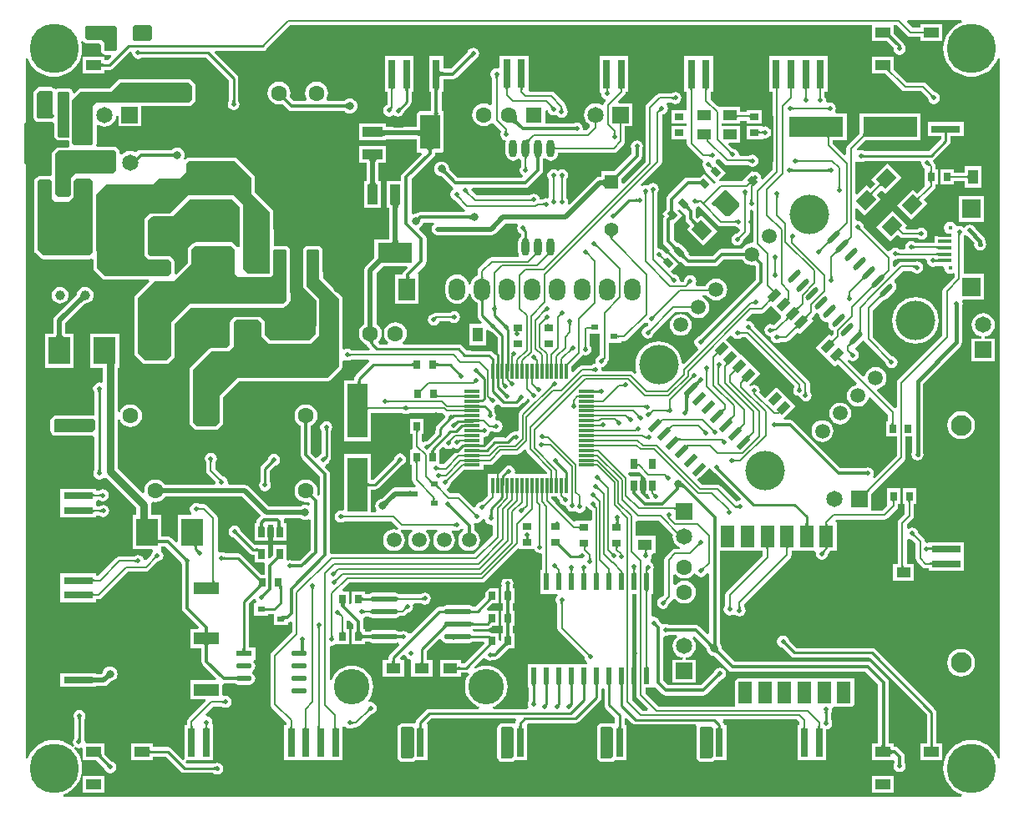
<source format=gtl>
G04*
G04 #@! TF.GenerationSoftware,Altium Limited,Altium Designer,21.2.2 (38)*
G04*
G04 Layer_Physical_Order=1*
G04 Layer_Color=255*
%FSTAX24Y24*%
%MOIN*%
G70*
G04*
G04 #@! TF.SameCoordinates,E8B1D116-6B3C-4CC1-BC5D-0A1EC4A5AECB*
G04*
G04*
G04 #@! TF.FilePolarity,Positive*
G04*
G01*
G75*
%ADD10C,0.0079*%
%ADD11C,0.0100*%
%ADD12C,0.0157*%
%ADD13C,0.0197*%
%ADD15C,0.0315*%
%ADD20C,0.0118*%
%ADD21R,0.0276X0.0236*%
%ADD22R,0.0210X0.0670*%
%ADD23R,0.0335X0.0256*%
%ADD24R,0.0256X0.0335*%
G04:AMPARAMS|DCode=25|XSize=60mil|YSize=21mil|CornerRadius=0mil|HoleSize=0mil|Usage=FLASHONLY|Rotation=225.000|XOffset=0mil|YOffset=0mil|HoleType=Round|Shape=Rectangle|*
%AMROTATEDRECTD25*
4,1,4,0.0138,0.0286,0.0286,0.0138,-0.0138,-0.0286,-0.0286,-0.0138,0.0138,0.0286,0.0*
%
%ADD25ROTATEDRECTD25*%

%ADD26O,0.1102X0.0217*%
G04:AMPARAMS|DCode=27|XSize=33.5mil|YSize=25.6mil|CornerRadius=0mil|HoleSize=0mil|Usage=FLASHONLY|Rotation=315.000|XOffset=0mil|YOffset=0mil|HoleType=Round|Shape=Rectangle|*
%AMROTATEDRECTD27*
4,1,4,-0.0209,0.0028,-0.0028,0.0209,0.0209,-0.0028,0.0028,-0.0209,-0.0209,0.0028,0.0*
%
%ADD27ROTATEDRECTD27*%

G04:AMPARAMS|DCode=28|XSize=50mil|YSize=29.9mil|CornerRadius=0mil|HoleSize=0mil|Usage=FLASHONLY|Rotation=225.000|XOffset=0mil|YOffset=0mil|HoleType=Round|Shape=Rectangle|*
%AMROTATEDRECTD28*
4,1,4,0.0071,0.0283,0.0283,0.0071,-0.0071,-0.0283,-0.0283,-0.0071,0.0071,0.0283,0.0*
%
%ADD28ROTATEDRECTD28*%

%ADD29R,0.0610X0.0118*%
%ADD30R,0.0118X0.0610*%
%ADD31R,0.0394X0.0571*%
G04:AMPARAMS|DCode=32|XSize=63.8mil|YSize=53.9mil|CornerRadius=0mil|HoleSize=0mil|Usage=FLASHONLY|Rotation=45.000|XOffset=0mil|YOffset=0mil|HoleType=Round|Shape=Rectangle|*
%AMROTATEDRECTD32*
4,1,4,-0.0035,-0.0416,-0.0416,-0.0035,0.0035,0.0416,0.0416,0.0035,-0.0035,-0.0416,0.0*
%
%ADD32ROTATEDRECTD32*%

%ADD33R,0.0571X0.0394*%
G04:AMPARAMS|DCode=34|XSize=65mil|YSize=21.7mil|CornerRadius=0mil|HoleSize=0mil|Usage=FLASHONLY|Rotation=225.000|XOffset=0mil|YOffset=0mil|HoleType=Round|Shape=Round|*
%AMOVALD34*
21,1,0.0433,0.0217,0.0000,0.0000,225.0*
1,1,0.0217,0.0153,0.0153*
1,1,0.0217,-0.0153,-0.0153*
%
%ADD34OVALD34*%

G04:AMPARAMS|DCode=35|XSize=65mil|YSize=21.7mil|CornerRadius=0mil|HoleSize=0mil|Usage=FLASHONLY|Rotation=225.000|XOffset=0mil|YOffset=0mil|HoleType=Round|Shape=Rectangle|*
%AMROTATEDRECTD35*
4,1,4,0.0153,0.0306,0.0306,0.0153,-0.0153,-0.0306,-0.0306,-0.0153,0.0153,0.0306,0.0*
%
%ADD35ROTATEDRECTD35*%

%ADD36R,0.0531X0.0138*%
%ADD37R,0.0748X0.0748*%
%ADD38R,0.2165X0.0787*%
%ADD39R,0.0787X0.1299*%
%ADD40R,0.0433X0.0787*%
%ADD41R,0.0276X0.1142*%
%ADD42R,0.0984X0.0472*%
%ADD43R,0.1335X0.0772*%
%ADD44R,0.0787X0.0433*%
%ADD45R,0.1142X0.0276*%
%ADD46R,0.0591X0.0394*%
%ADD47R,0.0256X0.0417*%
%ADD48R,0.0551X0.0866*%
%ADD49O,0.0315X0.0709*%
G04:AMPARAMS|DCode=50|XSize=63.8mil|YSize=53.9mil|CornerRadius=0mil|HoleSize=0mil|Usage=FLASHONLY|Rotation=315.000|XOffset=0mil|YOffset=0mil|HoleType=Round|Shape=Rectangle|*
%AMROTATEDRECTD50*
4,1,4,-0.0416,0.0035,-0.0035,0.0416,0.0416,-0.0035,0.0035,-0.0416,-0.0416,0.0035,0.0*
%
%ADD50ROTATEDRECTD50*%

%ADD51R,0.0787X0.2165*%
%ADD54R,0.0787X0.1260*%
%ADD55R,0.0394X0.1024*%
%ADD56R,0.0787X0.1378*%
%ADD57R,0.0787X0.0394*%
%ADD58R,0.1378X0.0787*%
%ADD59R,0.0394X0.0787*%
%ADD60R,0.0866X0.1102*%
%ADD61R,0.0630X0.0217*%
%ADD62O,0.0630X0.0217*%
%ADD122R,0.3280X0.2752*%
%ADD123R,0.0421X0.0850*%
%ADD124C,0.0138*%
%ADD125C,0.0098*%
%ADD126C,0.0315*%
%ADD127C,0.0827*%
%ADD128C,0.0630*%
%ADD129R,0.0630X0.0630*%
%ADD130O,0.0650X0.0900*%
%ADD131R,0.0650X0.0900*%
%ADD132C,0.1575*%
%ADD133C,0.0591*%
%ADD134C,0.0551*%
%ADD135R,0.0551X0.0551*%
%ADD136C,0.0650*%
%ADD137R,0.0650X0.0650*%
%ADD138C,0.0157*%
%ADD139C,0.1417*%
%ADD140C,0.1969*%
%ADD141R,0.0650X0.0650*%
%ADD142R,0.0630X0.0630*%
%ADD143C,0.0394*%
%ADD144C,0.0197*%
G36*
X046104Y040689D02*
X046103Y040696D01*
X0461Y040703D01*
X046096Y040709D01*
X046091Y040714D01*
X046084Y040718D01*
X046075Y040722D01*
X046065Y040725D01*
X046053Y040727D01*
X04604Y040728D01*
X046025Y040728D01*
Y040807D01*
X04604Y040807D01*
X046053Y040809D01*
X046065Y040811D01*
X046075Y040813D01*
X046084Y040817D01*
X046091Y040821D01*
X046096Y040826D01*
X0461Y040832D01*
X046103Y040839D01*
X046104Y040846D01*
Y040689D01*
D02*
G37*
G36*
X047615Y041176D02*
X047481Y041121D01*
X047331Y041029D01*
X047196Y040914D01*
X047082Y04078D01*
X046989Y040629D01*
X046922Y040466D01*
X04688Y040294D01*
X046867Y040118D01*
X04688Y039942D01*
X046922Y03977D01*
X046989Y039607D01*
X047082Y039457D01*
X047196Y039322D01*
X047331Y039208D01*
X047481Y039115D01*
X047644Y039048D01*
X047816Y039006D01*
X047992Y038993D01*
X048168Y039006D01*
X04834Y039048D01*
X048503Y039115D01*
X048654Y039208D01*
X048788Y039322D01*
X048903Y039457D01*
X048995Y039607D01*
X04905Y039741D01*
X049129Y039726D01*
Y025748D01*
Y011771D01*
X04905Y011755D01*
X048995Y011889D01*
X048903Y01204D01*
X048788Y012174D01*
X048654Y012289D01*
X048503Y012381D01*
X04834Y012448D01*
X048168Y01249D01*
X047992Y012503D01*
X047816Y01249D01*
X047644Y012448D01*
X047481Y012381D01*
X047331Y012289D01*
X047196Y012174D01*
X047082Y01204D01*
X046989Y011889D01*
X046922Y011726D01*
X04688Y011554D01*
X046867Y011378D01*
X04688Y011202D01*
X046922Y01103D01*
X046989Y010867D01*
X047082Y010716D01*
X047196Y010582D01*
X047331Y010467D01*
X047481Y010375D01*
X047615Y01032D01*
X0476Y010241D01*
X011771D01*
X011755Y01032D01*
X011889Y010375D01*
X01204Y010467D01*
X012174Y010582D01*
X012289Y010716D01*
X012381Y010867D01*
X012448Y01103D01*
X01249Y011202D01*
X012503Y011378D01*
X01249Y011554D01*
X012448Y011726D01*
X012381Y011889D01*
X012289Y01204D01*
X012186Y01216D01*
X012238Y012219D01*
X012241Y012218D01*
X012278Y012193D01*
X01237Y012175D01*
X012461Y012192D01*
X012475Y012195D01*
X012539Y012149D01*
Y011693D01*
X013064D01*
X013067Y011689D01*
X013392Y011364D01*
X0134Y011325D01*
X013452Y011247D01*
X01353Y011195D01*
X013622Y011176D01*
X013714Y011195D01*
X013792Y011247D01*
X013845Y011325D01*
X013863Y011417D01*
X013845Y011509D01*
X013792Y011588D01*
X013714Y01164D01*
X013676Y011647D01*
X013406Y011918D01*
Y012362D01*
X012655D01*
X012611Y012415D01*
X012593Y012508D01*
X012575Y012534D01*
X012575Y012535D01*
Y013307D01*
X012621Y013376D01*
X012639Y013468D01*
X012621Y01356D01*
X012569Y013638D01*
X012491Y01369D01*
X012398Y013709D01*
X012306Y01369D01*
X012228Y013638D01*
X012176Y01356D01*
X012157Y013468D01*
X012176Y013376D01*
X012194Y013349D01*
X012194Y013348D01*
Y012576D01*
X012148Y012508D01*
X01213Y012415D01*
X012148Y012323D01*
X012182Y012273D01*
X012185Y012268D01*
X012125Y012215D01*
X01204Y012289D01*
X011889Y012381D01*
X011726Y012448D01*
X011554Y01249D01*
X011378Y012503D01*
X011202Y01249D01*
X01103Y012448D01*
X010867Y012381D01*
X010716Y012289D01*
X010582Y012174D01*
X010467Y01204D01*
X010375Y011889D01*
X01032Y011755D01*
X010241Y011771D01*
Y025748D01*
Y035507D01*
X010197Y035551D01*
X010197Y037126D01*
X010241Y03717D01*
Y039726D01*
X01032Y039741D01*
X010375Y039607D01*
X010467Y039457D01*
X010582Y039322D01*
X010716Y039208D01*
X010867Y039115D01*
X01103Y039048D01*
X011202Y039006D01*
X011378Y038993D01*
X011554Y039006D01*
X011726Y039048D01*
X011889Y039115D01*
X01204Y039208D01*
X012174Y039322D01*
X012289Y039457D01*
X012381Y039607D01*
X012448Y03977D01*
X01249Y039942D01*
X012503Y040118D01*
X01249Y040294D01*
X012466Y040393D01*
X012537Y040433D01*
X012598Y040373D01*
X012643Y040343D01*
X012697Y040332D01*
X013173Y040332D01*
X013245Y04026D01*
Y040059D01*
X013256Y040005D01*
X013286Y03996D01*
X013326Y03992D01*
X013371Y03989D01*
X013425Y039879D01*
X013641D01*
X013671Y039806D01*
X013524Y039659D01*
X013406D01*
Y039803D01*
X012539D01*
Y039134D01*
X013406D01*
Y039278D01*
X013603D01*
X013676Y039292D01*
X013738Y039334D01*
X014388Y039984D01*
X014423Y039982D01*
X014497Y039952D01*
X014516Y03986D01*
X014568Y039782D01*
X014646Y039729D01*
X014738Y039711D01*
X01483Y039729D01*
X014878Y039761D01*
X017449D01*
X018358Y038853D01*
Y038044D01*
X018326Y037996D01*
X018308Y037904D01*
X018326Y037812D01*
X018378Y037734D01*
X018456Y037682D01*
X018548Y037663D01*
X018641Y037682D01*
X018719Y037734D01*
X018771Y037812D01*
X018789Y037904D01*
X018771Y037996D01*
X018739Y038044D01*
Y038932D01*
X018725Y039005D01*
X018683Y039067D01*
X017795Y039955D01*
X017825Y040028D01*
X019707D01*
X01978Y040042D01*
X019842Y040084D01*
X01987Y040127D01*
X020809Y041065D01*
X044035D01*
Y040433D01*
X044604D01*
X044885Y040152D01*
X044877Y040116D01*
X044896Y040023D01*
X044948Y039945D01*
X045026Y039893D01*
X045118Y039875D01*
X04521Y039893D01*
X045288Y039945D01*
X045341Y040023D01*
X045359Y040116D01*
X045341Y040208D01*
X045313Y040248D01*
X045302Y040308D01*
X045256Y040377D01*
X044902Y040731D01*
Y041065D01*
X045018D01*
X045444Y04064D01*
X045502Y040601D01*
X045571Y040587D01*
X045571Y040587D01*
X045965D01*
Y040433D01*
X046831D01*
Y041102D01*
X045965D01*
Y040948D01*
X045646D01*
X045412Y041182D01*
X045442Y041255D01*
X0476D01*
X047615Y041176D01*
D02*
G37*
G36*
X015276Y040984D02*
X015276Y040512D01*
X015197Y040433D01*
X014606D01*
X014528Y040512D01*
Y040984D01*
X014606Y041063D01*
X015197D01*
X015276Y040984D01*
D02*
G37*
G36*
X013878Y040965D02*
Y040059D01*
X013839Y04002D01*
X013425D01*
X013386Y040059D01*
Y040374D01*
X013287Y040472D01*
X012697Y040472D01*
X012618Y040551D01*
Y040984D01*
X012677Y041043D01*
X013799Y041043D01*
X013878Y040965D01*
D02*
G37*
G36*
X014813Y040017D02*
X014818Y040014D01*
X014823Y040011D01*
X01483Y040008D01*
X014837Y040006D01*
X014844Y040004D01*
X014853Y040003D01*
X014862Y040002D01*
X014883Y040001D01*
Y039903D01*
X014872Y039903D01*
X014853Y039901D01*
X014844Y0399D01*
X014837Y039898D01*
X01483Y039896D01*
X014823Y039893D01*
X014818Y03989D01*
X014813Y039887D01*
X014809Y039883D01*
Y040021D01*
X014813Y040017D01*
D02*
G37*
G36*
X013266Y039558D02*
X013269Y039549D01*
X013274Y039542D01*
X013281Y039535D01*
X01329Y03953D01*
X013301Y039526D01*
X013314Y039522D01*
X013329Y03952D01*
X013346Y039518D01*
X013365Y039518D01*
Y039419D01*
X013346Y039419D01*
X013329Y039417D01*
X013314Y039415D01*
X013301Y039411D01*
X01329Y039407D01*
X013281Y039402D01*
X013274Y039395D01*
X013269Y039388D01*
X013266Y039379D01*
X013265Y03937D01*
Y039567D01*
X013266Y039558D01*
D02*
G37*
G36*
X018598Y038038D02*
X018599Y038019D01*
X018601Y03801D01*
X018603Y038003D01*
X018605Y037996D01*
X018607Y037989D01*
X01861Y037984D01*
X018614Y037979D01*
X018617Y037975D01*
X01848D01*
X018483Y037979D01*
X018487Y037984D01*
X01849Y037989D01*
X018492Y037996D01*
X018494Y038003D01*
X018496Y03801D01*
X018497Y038019D01*
X018498Y038028D01*
X018499Y038049D01*
X018598D01*
X018598Y038038D01*
D02*
G37*
G36*
X012457Y013388D02*
X012452Y013385D01*
X012448Y01338D01*
X012445Y013375D01*
X012442Y013369D01*
X012439Y013362D01*
X012437Y013355D01*
X012436Y013346D01*
X012435Y013337D01*
X012434Y013327D01*
X012434Y013317D01*
X012335Y013333D01*
X012335Y013344D01*
X012333Y013372D01*
X012331Y01338D01*
X01233Y013387D01*
X012328Y013393D01*
X012326Y013399D01*
X012323Y013404D01*
X01232Y013408D01*
X012457Y013388D01*
D02*
G37*
G36*
X012434Y01255D02*
X012434Y012539D01*
X012436Y012511D01*
X012437Y012504D01*
X012439Y012497D01*
X012441Y01249D01*
X012443Y012484D01*
X012446Y012479D01*
X012449Y012475D01*
X012312Y012495D01*
X012317Y012498D01*
X01232Y012503D01*
X012324Y012508D01*
X012327Y012514D01*
X012329Y012521D01*
X012331Y012529D01*
X012333Y012537D01*
X012334Y012546D01*
X012335Y012556D01*
X012335Y012566D01*
X012434Y01255D01*
D02*
G37*
G36*
X013574Y011549D02*
X0136Y011526D01*
X013606Y011522D01*
X01361Y011519D01*
X013614Y011517D01*
X013618Y011516D01*
X013621Y011516D01*
X013524Y011418D01*
X013523Y011421D01*
X013522Y011425D01*
X01352Y011429D01*
X013517Y011434D01*
X013513Y011439D01*
X013504Y011451D01*
X013491Y011465D01*
X013483Y011473D01*
X013566Y011557D01*
X013574Y011549D01*
D02*
G37*
%LPC*%
G36*
X02811Y040162D02*
X028018Y040144D01*
X02794Y040092D01*
X027888Y040013D01*
X027884Y039993D01*
X027216Y039325D01*
X026909D01*
Y039823D01*
X026358D01*
Y038562D01*
X026358Y038559D01*
X026358Y038552D01*
X026357Y038545D01*
X026358Y038537D01*
Y038406D01*
X026423D01*
Y037633D01*
X025866D01*
Y036994D01*
X025862Y036993D01*
X025851Y036992D01*
X025196D01*
X025197Y036975D01*
X025193Y036979D01*
X025188Y036982D01*
X025182Y036984D01*
X025176Y036987D01*
X025169Y036989D01*
X025161Y03699D01*
X025152Y036992D01*
X025148Y036992D01*
X024623D01*
X024611Y036993D01*
X024607Y036994D01*
Y037141D01*
X023544D01*
Y036471D01*
X02446D01*
X024468Y03647D01*
X024475Y036471D01*
X024607D01*
Y03651D01*
X024611Y03651D01*
X025851D01*
X025862Y036509D01*
X025866Y036509D01*
Y035979D01*
X026016D01*
X026046Y035907D01*
X025284Y035144D01*
X025238Y035076D01*
X025222Y034995D01*
Y034823D01*
X024665D01*
Y033916D01*
X024665Y033914D01*
X024665Y033906D01*
X024664Y033899D01*
X024665Y033891D01*
Y03376D01*
X024757D01*
X024758Y033755D01*
X024759Y033744D01*
Y032516D01*
X024758Y032504D01*
X024757Y0325D01*
X024173D01*
Y031778D01*
X02383Y031434D01*
X023777Y031356D01*
X023759Y031264D01*
Y029126D01*
X023677Y029063D01*
X023605Y028968D01*
X023559Y028858D01*
X023543Y02874D01*
X023559Y028622D01*
X023605Y028512D01*
X023677Y028417D01*
X023772Y028345D01*
X02386Y028308D01*
X023869Y028262D01*
X023911Y0282D01*
X023975Y028135D01*
X023945Y028063D01*
X023258D01*
X023257Y028064D01*
X023179Y028116D01*
X023086Y028135D01*
X022994Y028116D01*
X022975Y028104D01*
X022896Y028146D01*
X022896Y030118D01*
X022886Y030172D01*
X022855Y030217D01*
X022109Y030964D01*
Y031142D01*
Y031198D01*
X022087Y03122D01*
Y032118D01*
X022072Y032141D01*
X022023Y03219D01*
X021983Y032216D01*
X021929Y032227D01*
X021496Y032227D01*
X021442Y032216D01*
X021402Y03219D01*
X021354Y032141D01*
X021339Y032118D01*
X021339Y032008D01*
X021339Y032008D01*
Y031063D01*
X021339Y030591D01*
X02185Y030079D01*
Y029055D01*
X021828Y029033D01*
Y02872D01*
X021576Y028467D01*
X020019D01*
X019786Y0287D01*
Y029173D01*
X019775Y029227D01*
X019745Y029273D01*
X019607Y02941D01*
X019562Y029441D01*
X019508Y029452D01*
X018661D01*
X018608Y029441D01*
X018562Y02941D01*
X018444Y029292D01*
X018414Y029247D01*
X018403Y029193D01*
X018403Y028287D01*
X018288Y028172D01*
X017677Y028172D01*
X017623Y028161D01*
X017578Y028131D01*
X01683Y027383D01*
X016799Y027337D01*
X016789Y027283D01*
Y025197D01*
X016799Y025143D01*
X01683Y025098D01*
X016987Y02494D01*
X017033Y02491D01*
X017087Y024899D01*
X017835D01*
X017888Y02491D01*
X017934Y02494D01*
X018091Y025098D01*
X018122Y025143D01*
X018133Y025197D01*
Y026202D01*
X018759Y026828D01*
X022283D01*
X022337Y026839D01*
X022383Y026869D01*
X022855Y027342D01*
X022886Y027387D01*
X022896Y027441D01*
Y027642D01*
X022975Y027684D01*
X022994Y027671D01*
X023086Y027653D01*
X023179Y027671D01*
X023218Y027698D01*
X023226Y027701D01*
X023937D01*
X023957Y02767D01*
X023967Y027623D01*
X023408Y027064D01*
X023367Y027002D01*
X023353Y026929D01*
Y02687D01*
X022972D01*
Y024429D01*
X024035D01*
Y025578D01*
X025265D01*
X025328Y025536D01*
X02542Y025518D01*
X025512Y025536D01*
X025575Y025578D01*
X026546D01*
X026549Y025581D01*
Y025578D01*
X026867D01*
X026922Y025523D01*
X026967Y025493D01*
X026979Y025431D01*
X026978Y025404D01*
X026652Y025078D01*
X02661Y025016D01*
X026596Y024943D01*
Y02478D01*
X026255Y024439D01*
X026244Y024442D01*
X026151Y024423D01*
X026126Y024406D01*
X026047Y024448D01*
Y024734D01*
X026132D01*
Y025344D01*
X0256D01*
Y024734D01*
X025686D01*
Y024242D01*
X025697Y024183D01*
X025688Y024158D01*
X02565Y024104D01*
X025581D01*
Y023494D01*
X025666D01*
Y022891D01*
X02568Y022822D01*
X025719Y022763D01*
X025811Y022671D01*
X025781Y022598D01*
X025649D01*
X025648Y022599D01*
X025641Y022598D01*
X025639D01*
X025631Y0226D01*
X025624Y022598D01*
X025492D01*
Y022583D01*
X02498D01*
X024888Y022565D01*
X02481Y022513D01*
X024442Y022145D01*
X024419Y022142D01*
X024347Y022112D01*
X024286Y022065D01*
X024238Y022003D01*
X024209Y021931D01*
X024198Y021854D01*
X024209Y021777D01*
X024238Y021705D01*
X024253Y021686D01*
X024214Y021607D01*
X024035D01*
Y022506D01*
X024185D01*
X024258Y022521D01*
X02432Y022562D01*
X025232Y023474D01*
X025288Y023485D01*
X025366Y023537D01*
X025418Y023616D01*
X025436Y023708D01*
X025418Y0238D01*
X025366Y023878D01*
X025288Y02393D01*
X025196Y023949D01*
X025103Y02393D01*
X025025Y023878D01*
X024973Y0238D01*
X024962Y023744D01*
X024114Y022896D01*
X024035Y022908D01*
Y023917D01*
X022972D01*
Y0217D01*
X022894Y021654D01*
X022826Y021667D01*
X022734Y021649D01*
X022656Y021597D01*
X022604Y021518D01*
X022585Y021426D01*
X022604Y021334D01*
X022656Y021256D01*
X022734Y021204D01*
X022826Y021185D01*
X022918Y021204D01*
X022981Y021246D01*
X024847D01*
X025116Y020977D01*
X025071Y02091D01*
X025062Y020914D01*
X024949Y020929D01*
X024836Y020914D01*
X02473Y02087D01*
X02464Y020801D01*
X024571Y020711D01*
X024527Y020605D01*
X024512Y020492D01*
X024527Y020379D01*
X024571Y020274D01*
X02464Y020183D01*
X02473Y020114D01*
X024836Y02007D01*
X024949Y020055D01*
X025062Y02007D01*
X025167Y020114D01*
X025258Y020183D01*
X025327Y020274D01*
X025371Y020379D01*
X025386Y020492D01*
X025371Y020605D01*
X025327Y020711D01*
X025258Y020801D01*
X025207Y02084D01*
X02524Y020914D01*
X025257Y02091D01*
X025653D01*
X02568Y020832D01*
X02564Y020801D01*
X025571Y020711D01*
X025527Y020605D01*
X025512Y020492D01*
X025527Y020379D01*
X025571Y020274D01*
X02564Y020183D01*
X02573Y020114D01*
X025836Y02007D01*
X025949Y020055D01*
X026062Y02007D01*
X026167Y020114D01*
X026258Y020183D01*
X026327Y020274D01*
X026371Y020379D01*
X026386Y020492D01*
X026371Y020605D01*
X026327Y020711D01*
X026258Y020801D01*
X026218Y020832D01*
X026245Y02091D01*
X026653D01*
X02668Y020832D01*
X02664Y020801D01*
X026571Y020711D01*
X026527Y020605D01*
X026512Y020492D01*
X026527Y020379D01*
X026571Y020274D01*
X02664Y020183D01*
X02673Y020114D01*
X026836Y02007D01*
X026949Y020055D01*
X027062Y02007D01*
X027167Y020114D01*
X027258Y020183D01*
X027327Y020274D01*
X027371Y020379D01*
X027386Y020492D01*
X027371Y020605D01*
X027327Y020711D01*
X027258Y020801D01*
X027281Y020883D01*
X027319Y020892D01*
X027354Y020868D01*
X027446Y02085D01*
X027539Y020868D01*
X027617Y020921D01*
X027709Y020935D01*
X027711Y020931D01*
X027702Y020849D01*
X02764Y020801D01*
X027571Y020711D01*
X027527Y020605D01*
X027512Y020492D01*
X027527Y020379D01*
X027571Y020274D01*
X02764Y020183D01*
X02773Y020114D01*
X027836Y02007D01*
X027949Y020055D01*
X028062Y02007D01*
X028167Y020114D01*
X028258Y020183D01*
X028327Y020274D01*
X028371Y020379D01*
X028386Y020492D01*
X028371Y020605D01*
X028327Y020711D01*
X028258Y020801D01*
X028167Y02087D01*
X02815Y020878D01*
Y021067D01*
X028137Y021128D01*
X028147Y021146D01*
X028168Y021169D01*
X028198Y02119D01*
X028268Y021176D01*
X02836Y021195D01*
X028438Y021247D01*
X02849Y021325D01*
X028491Y021331D01*
X028572D01*
X028586Y021259D01*
X028638Y021181D01*
X028716Y021129D01*
X028808Y021111D01*
X028835Y021116D01*
X028896Y021066D01*
Y020687D01*
X028154Y019944D01*
X022447D01*
X022399Y019984D01*
Y023116D01*
X022384Y023193D01*
X02234Y023258D01*
X022195Y023403D01*
X022211Y023455D01*
X022226Y023484D01*
X022296Y02353D01*
X022348Y023609D01*
X02236Y023665D01*
X022379Y023684D01*
X02242Y023746D01*
X022435Y023819D01*
X022435Y023819D01*
Y02486D01*
X022467Y024908D01*
X022485Y025D01*
X022467Y025092D01*
X022414Y02517D01*
X022336Y025223D01*
X022244Y025241D01*
X022152Y025223D01*
X022074Y02517D01*
X022022Y025092D01*
X022003Y025D01*
X022022Y024908D01*
X022053Y02486D01*
Y023927D01*
X022034Y023923D01*
X021956Y023871D01*
X021909Y023801D01*
X021881Y023786D01*
X021829Y02377D01*
X021634Y023965D01*
Y02505D01*
X021661Y025061D01*
X021756Y025134D01*
X021829Y025228D01*
X021874Y025338D01*
X02189Y025457D01*
X021874Y025575D01*
X021829Y025685D01*
X021756Y02578D01*
X021661Y025852D01*
X021551Y025898D01*
X021433Y025913D01*
X021315Y025898D01*
X021205Y025852D01*
X02111Y02578D01*
X021038Y025685D01*
X020992Y025575D01*
X020976Y025457D01*
X020992Y025338D01*
X021038Y025228D01*
X02111Y025134D01*
X021205Y025061D01*
X021232Y02505D01*
Y023882D01*
X021248Y023805D01*
X021291Y02374D01*
X021998Y023033D01*
Y022287D01*
X021919Y022255D01*
X021863Y022311D01*
X021874Y022339D01*
X02189Y022457D01*
X021874Y022575D01*
X021829Y022685D01*
X021756Y02278D01*
X021661Y022852D01*
X021551Y022898D01*
X021433Y022913D01*
X021315Y022898D01*
X021205Y022852D01*
X02111Y02278D01*
X021038Y022685D01*
X020992Y022575D01*
X020976Y022457D01*
X020992Y022339D01*
X021038Y022228D01*
X02111Y022134D01*
X021205Y022061D01*
X021315Y022016D01*
X021433Y022D01*
X021531Y022013D01*
X021592Y021961D01*
X02159Y021903D01*
X02152Y021863D01*
X021475Y021882D01*
X021397Y021892D01*
X02132Y021882D01*
X021249Y021852D01*
X021227Y021836D01*
X021222Y021835D01*
X019945D01*
X019153Y022627D01*
X019075Y022679D01*
X018982Y022698D01*
X018373D01*
X018308Y022776D01*
X018312Y022795D01*
X018293Y022887D01*
X018241Y022966D01*
X018163Y023018D01*
X018146Y023021D01*
X018145Y023022D01*
X018143Y023022D01*
X018142Y023023D01*
X018142Y023023D01*
X018136Y023027D01*
X018136Y023027D01*
X018121Y02304D01*
X017818Y023343D01*
Y023585D01*
X01786Y023648D01*
X017879Y02374D01*
X01786Y023832D01*
X017808Y02391D01*
X01773Y023963D01*
X017638Y023981D01*
X017546Y023963D01*
X017467Y02391D01*
X017415Y023832D01*
X017397Y02374D01*
X017415Y023648D01*
X017457Y023585D01*
Y023268D01*
X017471Y023199D01*
X01751Y02314D01*
X017834Y022816D01*
X01783Y022795D01*
X017834Y022776D01*
X017769Y022698D01*
X015819D01*
X015756Y02278D01*
X015661Y022852D01*
X015551Y022898D01*
X015433Y022913D01*
X015315Y022898D01*
X015205Y022852D01*
X01511Y02278D01*
X015038Y022685D01*
X014992Y022575D01*
X014976Y022457D01*
X014982Y022416D01*
X014907Y022379D01*
X013928Y023358D01*
Y025286D01*
X014007Y025302D01*
X014038Y025228D01*
X01411Y025134D01*
X014205Y025061D01*
X014315Y025016D01*
X014433Y025D01*
X014551Y025016D01*
X014661Y025061D01*
X014756Y025134D01*
X014829Y025228D01*
X014874Y025338D01*
X01489Y025457D01*
X014874Y025575D01*
X014829Y025685D01*
X014756Y02578D01*
X014661Y025852D01*
X014551Y025898D01*
X014433Y025913D01*
X014315Y025898D01*
X014205Y025852D01*
X01411Y02578D01*
X014038Y025685D01*
X014007Y025611D01*
X013928Y025627D01*
Y027362D01*
X013976D01*
Y02874D01*
X012835D01*
Y027362D01*
X013333D01*
Y026814D01*
X013254Y02677D01*
X013181Y026785D01*
X013089Y026766D01*
X013011Y026714D01*
X012959Y026636D01*
X01294Y026544D01*
X012959Y026452D01*
X012998Y026392D01*
Y025493D01*
X012953Y025455D01*
X011417Y025455D01*
X011364Y025445D01*
X011318Y025414D01*
X011279Y025375D01*
X011279Y025375D01*
X011248Y025329D01*
X011237Y025276D01*
X011237Y024843D01*
X011241Y024823D01*
X011248Y024789D01*
X011279Y024743D01*
X011318Y024704D01*
X011364Y024673D01*
X011417Y024663D01*
X012913Y024663D01*
X01292Y024664D01*
X012998Y024607D01*
Y023289D01*
X012966Y023242D01*
X012948Y02315D01*
X012966Y023057D01*
X013019Y022979D01*
X013097Y022927D01*
X013189Y022909D01*
X013281Y022927D01*
X013359Y022979D01*
X01336Y02298D01*
X013458Y022986D01*
X014659Y021785D01*
Y021496D01*
X014508D01*
Y020118D01*
X015302D01*
X015325Y020056D01*
X015328Y020039D01*
X015277Y019964D01*
X015263Y01989D01*
X015055Y019683D01*
X01497Y019709D01*
X014963Y019745D01*
X014911Y019823D01*
X014832Y019875D01*
X01474Y019893D01*
X014648Y019875D01*
X014585Y019833D01*
X013983D01*
X013914Y019819D01*
X013855Y01978D01*
X013134Y019059D01*
X013051D01*
Y019154D01*
X011634D01*
Y018602D01*
X011634D01*
Y018563D01*
X011634D01*
Y018012D01*
X013051D01*
Y018126D01*
X01315D01*
X013219Y01814D01*
X013277Y018179D01*
X014331Y019233D01*
X015042D01*
X015111Y019247D01*
X015169Y019286D01*
X015518Y019635D01*
X015592Y019649D01*
X01567Y019701D01*
X015722Y01978D01*
X015741Y019872D01*
X015722Y019964D01*
X01567Y020042D01*
X015665Y020046D01*
X01565Y020118D01*
X01565Y02015D01*
X015651Y020229D01*
X01584D01*
X016456Y019613D01*
X016463Y019575D01*
X016485Y019542D01*
Y017763D01*
X016501Y017686D01*
X016544Y017621D01*
X017163Y017002D01*
X017133Y016929D01*
X016831D01*
Y016181D01*
X01726D01*
Y015646D01*
X017275Y01557D01*
X017319Y015505D01*
X017869Y014955D01*
X017838Y014882D01*
X016831D01*
Y014134D01*
X01741D01*
X01744Y014061D01*
X016742Y013363D01*
X016703Y013305D01*
X016689Y013236D01*
Y01311D01*
X016594D01*
X016594Y011752D01*
Y011749D01*
D01*
X016594Y011739D01*
X016577Y011732D01*
X016516Y011707D01*
X01606Y012162D01*
X015998Y012204D01*
X015925Y012218D01*
X015335D01*
Y012362D01*
X014469D01*
Y011693D01*
X015335D01*
Y011837D01*
X015846D01*
X01644Y011243D01*
X01644Y011243D01*
X016502Y011202D01*
X016575Y011187D01*
X016575Y011187D01*
X017724D01*
X017802Y011136D01*
X017894Y011117D01*
X017986Y011136D01*
X018064Y011188D01*
X018116Y011266D01*
X018135Y011358D01*
X018116Y01145D01*
X018064Y011529D01*
X017986Y011581D01*
X017894Y011599D01*
X017802Y011581D01*
X017783Y011569D01*
X017783Y011569D01*
X016666D01*
X016623Y011621D01*
X016643Y011672D01*
X016655Y011693D01*
X017106D01*
X017165Y011693D01*
X017224Y011693D01*
X017736D01*
Y01311D01*
X017736D01*
X017694Y013189D01*
X017699Y013213D01*
X017681Y013305D01*
X017629Y013383D01*
X01755Y013435D01*
X017458Y013454D01*
X017454Y013453D01*
X017416Y013526D01*
X01773Y01384D01*
X018084D01*
X01814Y013803D01*
X018232Y013785D01*
X018324Y013803D01*
X018403Y013855D01*
X018455Y013933D01*
X018473Y014025D01*
X018455Y014118D01*
X018403Y014196D01*
X018324Y014248D01*
X018232Y014266D01*
X018169Y014254D01*
X018091Y014302D01*
Y014714D01*
X018146Y01476D01*
X018589D01*
X018652Y014718D01*
X018748Y014699D01*
X019161D01*
X019257Y014718D01*
X019339Y014772D01*
X019393Y014854D01*
X019412Y01495D01*
X019393Y015046D01*
X019339Y015127D01*
X019301Y015152D01*
Y015247D01*
X019339Y015272D01*
X019393Y015354D01*
X019412Y01545D01*
X019393Y015546D01*
X01934Y015625D01*
X019343Y015638D01*
X019366Y015704D01*
X019407D01*
Y016196D01*
X019145D01*
Y017951D01*
X019334Y01814D01*
X019416Y018115D01*
X019422Y018102D01*
X019423Y018097D01*
X019428Y01809D01*
X01945Y018043D01*
X019414Y017972D01*
X01937D01*
Y017461D01*
X019921D01*
Y017526D01*
X020157D01*
Y017087D01*
X020709D01*
Y017193D01*
X020761Y017203D01*
X02081Y017236D01*
X020889Y01721D01*
Y016814D01*
X020069Y015994D01*
X02003Y015935D01*
X020016Y015866D01*
Y013937D01*
X02003Y013868D01*
X020069Y013809D01*
X020666Y013213D01*
Y01311D01*
X020571D01*
Y011693D01*
X021122D01*
Y011693D01*
X021161D01*
Y011693D01*
X021713D01*
Y011693D01*
X021752Y011693D01*
Y011693D01*
X021791Y011693D01*
X022303D01*
Y011693D01*
X022343D01*
Y011693D01*
X022894D01*
Y013029D01*
X022907Y01304D01*
D01*
X022909Y013041D01*
X022915Y013044D01*
X023014Y013025D01*
X023019Y013019D01*
X023097Y012966D01*
X023189Y012948D01*
X023281Y012966D01*
X023344Y013008D01*
X023435D01*
X023504Y013022D01*
X023562Y013061D01*
X024038Y013537D01*
X024112Y013552D01*
X02419Y013604D01*
X024242Y013682D01*
X024261Y013774D01*
X024242Y013866D01*
X02419Y013944D01*
X024112Y013997D01*
X02402Y014015D01*
X023957Y014002D01*
X023914Y014074D01*
X023979Y014153D01*
X024057Y0143D01*
X024106Y01446D01*
X024122Y014626D01*
X024106Y014792D01*
X024057Y014951D01*
X023979Y015099D01*
X023873Y015227D01*
X023744Y015333D01*
X023597Y015412D01*
X023438Y01546D01*
X023272Y015477D01*
X023106Y01546D01*
X022946Y015412D01*
X022799Y015333D01*
X02267Y015227D01*
X022564Y015099D01*
X022486Y014951D01*
X022464Y014881D01*
X022386Y014892D01*
Y016233D01*
X022447Y016283D01*
X022466Y016279D01*
X022558Y016297D01*
X022614Y016334D01*
X022628Y016327D01*
Y016327D01*
X023159D01*
Y016937D01*
X023073D01*
Y017274D01*
X023146Y017304D01*
X023313Y017137D01*
Y016937D01*
X023258D01*
Y016806D01*
X023256Y016798D01*
X023258Y01679D01*
Y016786D01*
X023257Y016781D01*
X023258Y016779D01*
Y016327D01*
X023789D01*
Y016421D01*
X023977D01*
X024008Y0164D01*
X024104Y016381D01*
X02499D01*
X025086Y0164D01*
X025091Y016403D01*
X02514Y016392D01*
X025166Y016308D01*
X024786Y015929D01*
X024745Y015867D01*
X024731Y015794D01*
Y015709D01*
X024498D01*
Y015039D01*
X025344D01*
Y015709D01*
X025217D01*
X025184Y015787D01*
X025319Y015922D01*
X025404Y015896D01*
X025409Y015869D01*
X025462Y015791D01*
X02554Y015739D01*
X025571Y015733D01*
X025633Y015711D01*
X02564Y015645D01*
Y015039D01*
X026486D01*
Y015709D01*
X026254D01*
Y016059D01*
X026752Y016557D01*
X026832Y016526D01*
X02688Y016454D01*
X026961Y0164D01*
X027057Y016381D01*
X027943D01*
X028039Y0164D01*
X0281Y016441D01*
X028513D01*
X028546Y016362D01*
X027748Y015565D01*
X027628D01*
Y015709D01*
X026781D01*
Y015039D01*
X027628D01*
Y015183D01*
X027827D01*
X027898Y015198D01*
X027902Y015195D01*
X02795Y015137D01*
X027919Y015099D01*
X02784Y014951D01*
X027792Y014792D01*
X027775Y014626D01*
X027792Y01446D01*
X02784Y0143D01*
X027919Y014153D01*
X028025Y014025D01*
X028153Y013919D01*
X0283Y01384D01*
X028352Y013825D01*
X02834Y013746D01*
X026351D01*
X026278Y013731D01*
X026216Y01369D01*
X025869Y013343D01*
X025828Y013282D01*
X025813Y013209D01*
Y013195D01*
X025771Y013164D01*
X025735Y013154D01*
X025723Y013161D01*
X025669Y013172D01*
X025276Y013172D01*
X025222Y013161D01*
X025176Y013131D01*
X025156Y01311D01*
X025138D01*
Y013092D01*
X025137Y013091D01*
X025106Y013046D01*
X025096Y012992D01*
Y011811D01*
X025106Y011757D01*
X025137Y011712D01*
X025138Y011711D01*
Y011693D01*
X025156D01*
X025176Y011672D01*
X025222Y011642D01*
X025276Y011631D01*
X025669Y011631D01*
X025723Y011642D01*
X025769Y011672D01*
X025789Y011693D01*
X02628D01*
Y01311D01*
X02628D01*
X026254Y013189D01*
X026429Y013365D01*
X029789D01*
X029826Y013286D01*
X029804Y013253D01*
X029792Y013192D01*
X029752Y013165D01*
X029711Y013154D01*
X029699Y013161D01*
X029646Y013172D01*
X029252Y013172D01*
X029198Y013161D01*
X029153Y013131D01*
X029132Y01311D01*
X029114D01*
Y013092D01*
X029113Y013091D01*
X029083Y013046D01*
X029072Y012992D01*
Y011811D01*
X029083Y011757D01*
X029113Y011712D01*
X029114Y011711D01*
Y011693D01*
X029132D01*
X029153Y011672D01*
X029198Y011642D01*
X029252Y011631D01*
X029646Y011631D01*
X029699Y011642D01*
X029745Y011672D01*
X029766Y011693D01*
X030256D01*
Y01311D01*
X030256Y01311D01*
X030278Y01318D01*
X032189D01*
X032262Y013194D01*
X032324Y013236D01*
X033166Y014078D01*
X033166Y014078D01*
X033208Y01414D01*
X033222Y014213D01*
X033222Y014213D01*
Y01453D01*
X033282Y014564D01*
X033341Y01453D01*
Y013909D01*
X033355Y013836D01*
X033397Y013775D01*
X033766Y013405D01*
Y013195D01*
X033724Y013164D01*
X033687Y013154D01*
X033676Y013161D01*
X033622Y013172D01*
X033228Y013172D01*
X033175Y013161D01*
X033129Y013131D01*
X033108Y01311D01*
X033091D01*
Y013092D01*
X03309Y013091D01*
X033059Y013046D01*
X033048Y012992D01*
Y011811D01*
X033059Y011757D01*
X03309Y011712D01*
X033091Y011711D01*
Y011693D01*
X033108D01*
X033129Y011672D01*
X033175Y011642D01*
X033228Y011631D01*
X033622Y011631D01*
X033676Y011642D01*
X033721Y011672D01*
X033742Y011693D01*
X034232D01*
Y01311D01*
X034147D01*
Y01338D01*
X03422Y01341D01*
X03445Y01318D01*
X03445Y01318D01*
X034512Y013138D01*
X034585Y013124D01*
X034585Y013124D01*
X036993D01*
X037036Y013046D01*
X037025Y012992D01*
Y011811D01*
X037036Y011757D01*
X037066Y011712D01*
X037067Y011711D01*
Y011693D01*
X037085D01*
X037105Y011672D01*
X037151Y011642D01*
X037205Y011631D01*
X037598Y011631D01*
X037652Y011642D01*
X037698Y011672D01*
X037718Y011693D01*
X038209D01*
Y01311D01*
X038123D01*
X038109Y013177D01*
X03807Y013237D01*
X038076Y013271D01*
X038095Y013315D01*
X041035D01*
X041138Y013213D01*
Y01311D01*
X041043D01*
Y011693D01*
X041594D01*
Y011693D01*
X041634D01*
Y011693D01*
X042185D01*
Y012918D01*
X042198Y012929D01*
X04229Y012947D01*
X042368Y012999D01*
X042421Y013077D01*
X042439Y01317D01*
X042421Y013262D01*
X042382Y01332D01*
Y013587D01*
X042407Y013624D01*
X042425Y013716D01*
X04242Y013743D01*
X042484Y013821D01*
X043308D01*
Y014963D01*
X038545D01*
Y013842D01*
X035513D01*
X034984Y014372D01*
Y014586D01*
X035274D01*
Y014601D01*
X035353Y014634D01*
X035653Y014333D01*
X035722Y014288D01*
X035802Y014272D01*
X037278D01*
X037358Y014288D01*
X037427Y014333D01*
X038024Y014931D01*
X038045Y014935D01*
X038123Y014987D01*
X038175Y015065D01*
X038194Y015157D01*
X038175Y01525D01*
X038123Y015328D01*
X038045Y01538D01*
X037953Y015398D01*
X037861Y01538D01*
X037782Y015328D01*
X03773Y01525D01*
X037726Y015229D01*
X03719Y014693D01*
X03589D01*
X035685Y014897D01*
Y016611D01*
X035764Y01667D01*
X035804Y016663D01*
X035896Y016681D01*
X035902Y016685D01*
X036216D01*
X036242Y016606D01*
X036205Y016578D01*
X036131Y016481D01*
X036085Y016369D01*
X036069Y016248D01*
X036085Y016127D01*
X036131Y016015D01*
X036205Y015918D01*
X036302Y015844D01*
X036415Y015797D01*
X036475Y015789D01*
X03647Y015711D01*
X036073D01*
Y014785D01*
X036998D01*
Y015711D01*
X036601D01*
X036596Y015789D01*
X036656Y015797D01*
X036769Y015844D01*
X036865Y015918D01*
X03694Y016015D01*
X036986Y016127D01*
X037002Y016248D01*
X036986Y016369D01*
X03694Y016481D01*
X036873Y016567D01*
X036881Y016612D01*
X036899Y016652D01*
X036929Y016657D01*
X037418Y016168D01*
X037419Y016166D01*
X037422Y016163D01*
X037423Y016161D01*
X037423Y01616D01*
X037424Y016154D01*
X037433Y016087D01*
X037463Y016015D01*
X03751Y015953D01*
X037572Y015906D01*
X037643Y015876D01*
X037711Y015867D01*
X037716Y015866D01*
X037718Y015866D01*
X03772Y015865D01*
X037723Y015863D01*
X037725Y015862D01*
X038302Y015284D01*
X038371Y015238D01*
X038451Y015222D01*
X043764D01*
X044269Y014717D01*
Y012362D01*
X044035D01*
Y011693D01*
X044902D01*
X044907Y011617D01*
Y011566D01*
X044896Y011549D01*
X044877Y011457D01*
X044896Y011365D01*
X044948Y011286D01*
X045026Y011234D01*
X045118Y011216D01*
X04521Y011234D01*
X045288Y011286D01*
X045341Y011365D01*
X045359Y011457D01*
X045341Y011549D01*
X045329Y011566D01*
Y011834D01*
X045313Y011915D01*
X045267Y011983D01*
X045074Y012177D01*
X045005Y012222D01*
X044925Y012238D01*
X044902D01*
Y012362D01*
X044691D01*
Y014804D01*
X044675Y014885D01*
X044629Y014953D01*
X044Y015582D01*
X043932Y015628D01*
X043851Y015644D01*
X038538D01*
X038023Y01616D01*
X038021Y016161D01*
X038019Y016165D01*
X038018Y016166D01*
X038018Y016168D01*
X038017Y016173D01*
X038008Y016241D01*
X037978Y016313D01*
X037951Y016348D01*
Y020059D01*
X039662D01*
Y019878D01*
X038219Y018435D01*
X03818Y018376D01*
X038166Y018307D01*
Y017871D01*
X038124Y017809D01*
X038106Y017717D01*
X038124Y017624D01*
X038176Y017546D01*
X038254Y017494D01*
X038346Y017476D01*
X038439Y017494D01*
X03847Y017515D01*
X03857Y017507D01*
X038648Y017455D01*
X03874Y017436D01*
X038832Y017455D01*
X03891Y017507D01*
X038963Y017585D01*
X038981Y017677D01*
X038963Y017769D01*
X038921Y017832D01*
Y017917D01*
X040758Y019754D01*
X040797Y019813D01*
X040811Y019882D01*
Y020059D01*
X041733D01*
X041792Y01998D01*
X041785Y019941D01*
X041803Y019849D01*
X041855Y019771D01*
X041933Y019719D01*
X042026Y0197D01*
X042118Y019719D01*
X042196Y019771D01*
X042248Y019849D01*
X042263Y019923D01*
X042332Y019993D01*
X042372Y020051D01*
X042373Y020059D01*
X042618D01*
Y021201D01*
X04261D01*
X042571Y02128D01*
X042592Y021307D01*
X04452D01*
X044589Y021321D01*
X044647Y02136D01*
X04501Y021723D01*
X045049Y021781D01*
X045063Y02185D01*
Y021939D01*
X045148D01*
Y022549D01*
X044616D01*
Y021939D01*
X044616D01*
X044636Y02186D01*
X044445Y021669D01*
X043994D01*
Y022333D01*
X043995Y022334D01*
X045318Y023657D01*
X045357Y023716D01*
X045371Y023785D01*
Y024616D01*
X045622D01*
Y024003D01*
X04562Y024D01*
X045601Y023908D01*
X04562Y023816D01*
X045672Y023738D01*
X04575Y023686D01*
X045842Y023667D01*
X045934Y023686D01*
X046013Y023738D01*
X046065Y023816D01*
X046083Y023908D01*
X046065Y024D01*
X046063Y024003D01*
Y026735D01*
X047558Y02823D01*
X047606Y028301D01*
X047622Y028386D01*
Y029826D01*
X047624Y029829D01*
X047642Y029921D01*
X047624Y030013D01*
X04762Y03002D01*
X047662Y030098D01*
X048504D01*
Y031122D01*
X047681D01*
Y032617D01*
X047691Y032624D01*
X047731Y032685D01*
X04775D01*
X047828Y032632D01*
X047831Y032632D01*
X048113Y032349D01*
X048101Y032291D01*
X04812Y032199D01*
X048172Y032121D01*
X04825Y032069D01*
X048342Y03205D01*
X048434Y032069D01*
X048513Y032121D01*
X048565Y032199D01*
X048583Y032291D01*
X048565Y032383D01*
X048556Y032397D01*
Y03244D01*
X048539Y032524D01*
X048491Y032596D01*
X048143Y032944D01*
X048142Y032947D01*
X04809Y033025D01*
X048012Y033077D01*
X04792Y033096D01*
X047828Y033077D01*
X04775Y033025D01*
X047709Y032964D01*
X047691D01*
X047612Y033016D01*
X04752Y033035D01*
X047428Y033016D01*
X047364Y033068D01*
X047323Y03313D01*
X047242Y033185D01*
X047146Y033204D01*
X04705Y033185D01*
X046968Y03313D01*
X046914Y033049D01*
X046895Y032953D01*
X046914Y032857D01*
X046968Y032775D01*
X04705Y032721D01*
X047104Y03271D01*
X047102Y03263D01*
X047099Y032628D01*
X046674D01*
Y032609D01*
X046674Y032615D01*
X046671Y03262D01*
X046667Y032624D01*
X046662Y032628D01*
X046661Y032628D01*
X046535D01*
Y032366D01*
X045766D01*
X045759Y032375D01*
X045681Y032427D01*
X045589Y032446D01*
X045497Y032427D01*
X045419Y032375D01*
X045366Y032297D01*
X045348Y032205D01*
X045355Y032169D01*
X045294Y03209D01*
X045145D01*
X045132Y032111D01*
X045053Y032163D01*
X044961Y032181D01*
X044869Y032163D01*
X044791Y032111D01*
X04476Y032064D01*
X044667Y032045D01*
X043702Y03301D01*
X043687Y033084D01*
X043635Y033162D01*
X043557Y033215D01*
X043465Y033233D01*
X043443Y033229D01*
X043364Y033293D01*
Y033722D01*
X043437Y033752D01*
X04374Y033449D01*
X044386Y034095D01*
X044206Y034275D01*
X044406Y034475D01*
X044567Y034315D01*
X045213Y034961D01*
X044637Y035537D01*
X043991Y034891D01*
X044151Y034731D01*
X04395Y03453D01*
X04381Y034671D01*
X043437Y034298D01*
X043364Y034328D01*
Y035598D01*
X043443Y035636D01*
X043491Y035604D01*
X043583Y035586D01*
X043675Y035604D01*
X043723Y035636D01*
X045952D01*
X046002Y035575D01*
X045998Y035554D01*
X046016Y035462D01*
X046068Y035384D01*
X046085Y035373D01*
X046112Y035305D01*
X046112Y035305D01*
Y034695D01*
X046112D01*
X046132Y034646D01*
X04583Y034344D01*
X045669Y034504D01*
X045023Y033858D01*
X0456Y033282D01*
X046246Y033928D01*
X046085Y034088D01*
X046506Y034509D01*
X046545Y034567D01*
X046559Y034636D01*
Y034695D01*
X046644D01*
Y035305D01*
X046559D01*
Y035415D01*
X046545Y035484D01*
X046506Y035542D01*
X046476Y035572D01*
X046461Y035646D01*
X046464Y035659D01*
X046513Y035692D01*
X047103Y036282D01*
X047145Y036344D01*
X047159Y036417D01*
X047159Y036417D01*
Y036634D01*
X047677D01*
Y037185D01*
X04626D01*
Y036634D01*
X046778D01*
Y036496D01*
X046299Y036017D01*
X043723D01*
X043675Y036049D01*
X043583Y036068D01*
X043509Y036053D01*
X043455Y036074D01*
X043422Y036098D01*
X043419Y036116D01*
X043776Y036473D01*
X043779Y036476D01*
X045965D01*
Y037539D01*
X043524D01*
Y036732D01*
X043522Y036731D01*
X043055Y036264D01*
X043016Y036205D01*
X043002Y036136D01*
Y035899D01*
X04293Y035869D01*
X042464Y036335D01*
Y036476D01*
X043012D01*
Y037539D01*
X042589D01*
X042547Y037618D01*
X042566Y037646D01*
X042584Y037739D01*
X042566Y037831D01*
X042514Y037909D01*
X042435Y037961D01*
X042343Y037979D01*
X042263Y037964D01*
X042221Y03799D01*
X042194Y038017D01*
X0422Y038049D01*
X042182Y038141D01*
X04214Y038204D01*
Y038406D01*
X042244D01*
Y039823D01*
X041693D01*
Y039823D01*
X041654D01*
Y039823D01*
X041102D01*
Y039823D01*
X041063Y039823D01*
Y039823D01*
X040512D01*
Y039823D01*
X040472D01*
Y039823D01*
X039921D01*
Y038406D01*
X040042D01*
Y036917D01*
X039963Y036894D01*
X039929Y036944D01*
X039851Y036997D01*
X039759Y037015D01*
X039715Y037006D01*
X039636Y037037D01*
Y037037D01*
X039026D01*
Y036506D01*
X039636D01*
Y036506D01*
X039715Y036542D01*
X039759Y036533D01*
X039851Y036552D01*
X039929Y036604D01*
X039963Y036655D01*
X040042Y036631D01*
Y035258D01*
X03967Y034886D01*
X039597Y034924D01*
X039605Y034966D01*
X039587Y035059D01*
X039535Y035137D01*
X039457Y035189D01*
X039365Y035207D01*
X03928Y03519D01*
X039224Y035246D01*
X038848Y03487D01*
Y03487D01*
X038826Y034817D01*
X037995D01*
X037949Y034808D01*
X03791Y03488D01*
X038185Y035155D01*
X037779Y035561D01*
X037778Y035565D01*
X037785Y035653D01*
X037832Y035684D01*
X037848Y035708D01*
X037926Y035716D01*
X038122Y03552D01*
X038181Y035481D01*
X03825Y035467D01*
X03909D01*
X039159Y035421D01*
X039251Y035403D01*
X039343Y035421D01*
X039422Y035473D01*
X039474Y035551D01*
X039492Y035643D01*
X039474Y035736D01*
X039422Y035814D01*
X039343Y035866D01*
X039251Y035884D01*
X039159Y035866D01*
X039103Y035828D01*
X038757D01*
X03871Y035886D01*
X038691Y035978D01*
X038639Y036056D01*
X038561Y036108D01*
X038471Y036126D01*
X038292Y036305D01*
X038322Y036378D01*
X03877D01*
Y037047D01*
X038029D01*
Y037126D01*
X03877D01*
Y037246D01*
X039026D01*
Y037136D01*
X039636D01*
Y037667D01*
X039026D01*
Y037608D01*
X03877D01*
Y037795D01*
X037923D01*
X037923Y037795D01*
Y037795D01*
X037859Y037829D01*
X037582Y038106D01*
Y038406D01*
X037677D01*
Y039823D01*
X037126D01*
Y039823D01*
X037087D01*
Y039823D01*
X036535D01*
Y038406D01*
X03663D01*
Y037667D01*
X036033D01*
Y037136D01*
X03663D01*
Y037037D01*
X036033D01*
Y036506D01*
X03663D01*
Y036344D01*
X036644Y036275D01*
X036683Y036216D01*
X037172Y035727D01*
X037231Y035688D01*
X037249Y035684D01*
X037285Y035597D01*
X037281Y035591D01*
X037263Y035498D01*
X037281Y035406D01*
X037333Y035328D01*
X037363Y035308D01*
X037378Y035211D01*
Y035211D01*
X03778Y034809D01*
X037766Y034753D01*
X037711Y034739D01*
X037309Y035142D01*
X037143Y034976D01*
X036685D01*
X036605Y03496D01*
X036536Y034915D01*
X035874Y034252D01*
X035828Y034184D01*
X035812Y034103D01*
Y033685D01*
X035647Y033519D01*
X035741Y033425D01*
X035702Y033367D01*
X035686Y033286D01*
Y032422D01*
X035702Y032342D01*
X035748Y032273D01*
X03596Y032061D01*
X035921Y032022D01*
X036014Y031929D01*
X036019Y031923D01*
X036025Y031919D01*
X036028Y031916D01*
X036032Y031911D01*
X036033Y031911D01*
X036241Y031702D01*
X036242Y031701D01*
X036246Y031697D01*
X036249Y031694D01*
X036254Y031688D01*
X03626Y031684D01*
X036353Y031591D01*
X036392Y03163D01*
X036534Y031487D01*
X036603Y031441D01*
X036683Y031425D01*
X037755D01*
X037836Y031441D01*
X037904Y031487D01*
X03812Y031703D01*
X038837D01*
X038841Y031695D01*
X03891Y031605D01*
X039Y031535D01*
X039106Y031492D01*
X039219Y031477D01*
X03933Y031491D01*
X039352Y031475D01*
X039394Y03144D01*
Y030891D01*
X037126Y028623D01*
X037087Y028615D01*
X037009Y028563D01*
X036957Y028485D01*
X036939Y028393D01*
X036957Y0283D01*
X037009Y028222D01*
X037059Y028189D01*
X037079Y028098D01*
X036512Y027531D01*
X03643Y02756D01*
X036418Y027676D01*
X036365Y02785D01*
X036279Y028011D01*
X036164Y028152D01*
X036023Y028267D01*
X035862Y028353D01*
X035688Y028406D01*
X035507Y028424D01*
X035325Y028406D01*
X035151Y028353D01*
X03499Y028267D01*
X034849Y028152D01*
X034734Y028011D01*
X034648Y02785D01*
X034595Y027676D01*
X034577Y027494D01*
X034595Y027313D01*
X034638Y027169D01*
X034569Y027127D01*
X034502Y027194D01*
X034444Y027233D01*
X034375Y027246D01*
X03328D01*
X033233Y027304D01*
X033228Y027326D01*
X033221Y027397D01*
X033286Y027412D01*
X033313Y027417D01*
X033391Y02747D01*
X033443Y027548D01*
X033458Y027622D01*
X033474Y027638D01*
X033513Y027697D01*
X033527Y027766D01*
Y028366D01*
X034016D01*
Y028441D01*
X03414D01*
X03421Y028455D01*
X034268Y028494D01*
X034956Y029183D01*
X035058Y029173D01*
X035066Y02916D01*
X035082Y02915D01*
X035092Y029048D01*
X035061Y029017D01*
X034987Y029002D01*
X034908Y02895D01*
X034856Y028872D01*
X034838Y02878D01*
X034856Y028687D01*
X034908Y028609D01*
X034987Y028557D01*
X035079Y028539D01*
X035171Y028557D01*
X035249Y028609D01*
X035301Y028687D01*
X035316Y028761D01*
X036166Y029612D01*
X036704D01*
X036719Y029574D01*
X036789Y029483D01*
X036879Y029414D01*
X036984Y02937D01*
X037097Y029355D01*
X037211Y02937D01*
X037316Y029414D01*
X037406Y029483D01*
X037476Y029574D01*
X037519Y029679D01*
X037534Y029792D01*
X037519Y029905D01*
X037476Y030011D01*
X037406Y030101D01*
X037316Y030171D01*
X037247Y030199D01*
X037262Y030278D01*
X037429D01*
X037496Y03019D01*
X037586Y030121D01*
X037692Y030077D01*
X037805Y030063D01*
X037918Y030077D01*
X038023Y030121D01*
X038113Y03019D01*
X038183Y030281D01*
X038227Y030386D01*
X038241Y030499D01*
X038227Y030612D01*
X038183Y030718D01*
X038113Y030808D01*
X038023Y030878D01*
X037918Y030921D01*
X037805Y030936D01*
X037692Y030921D01*
X037586Y030878D01*
X037496Y030808D01*
X037426Y030718D01*
X037394Y030639D01*
X037025D01*
X036983Y030718D01*
X036994Y030735D01*
X037013Y030827D01*
X036994Y030919D01*
X036942Y030997D01*
X036864Y031049D01*
X036772Y031068D01*
X036679Y031049D01*
X036601Y030997D01*
X036549Y030919D01*
X036534Y030845D01*
X036502Y030812D01*
X036402D01*
X036352Y030873D01*
X036353Y030874D01*
X036334Y030966D01*
X036282Y031045D01*
X036204Y031097D01*
X03613Y031112D01*
X036002Y03124D01*
X036283Y031521D01*
X035852Y031953D01*
X035834Y031935D01*
X035833Y031934D01*
X035751Y031964D01*
X035748Y031982D01*
X035696Y03206D01*
X035617Y032112D01*
X035525Y032131D01*
X03552Y03213D01*
X035459Y03218D01*
Y034356D01*
X035501Y034419D01*
X03552Y034511D01*
X035501Y034603D01*
X035449Y034682D01*
X035371Y034734D01*
X035279Y034752D01*
X035187Y034734D01*
X035108Y034682D01*
X035083Y034644D01*
X035072Y034652D01*
X03498Y03467D01*
X034888Y034652D01*
X034849Y034625D01*
X034799Y034686D01*
X035599Y035486D01*
X035638Y035545D01*
X035651Y035614D01*
Y037492D01*
X035652Y037493D01*
X035726Y037507D01*
X035804Y03756D01*
X035856Y037638D01*
X035875Y03773D01*
X035856Y037822D01*
X035811Y03789D01*
X035822Y037932D01*
X035843Y037969D01*
X036026D01*
X036089Y037927D01*
X036181Y037909D01*
X036273Y037927D01*
X036351Y037979D01*
X036404Y038057D01*
X036422Y03815D01*
X036404Y038242D01*
X036351Y03832D01*
X036273Y038372D01*
X036181Y03839D01*
X036089Y038372D01*
X036026Y03833D01*
X035551D01*
X035482Y038316D01*
X035423Y038277D01*
X035035Y037889D01*
X034996Y03783D01*
X034982Y037761D01*
Y035599D01*
X034108Y034725D01*
X034035Y034755D01*
Y034918D01*
X034795Y035678D01*
X03484Y035746D01*
X034856Y035827D01*
Y036111D01*
X034868Y036128D01*
X034887Y03622D01*
X034868Y036313D01*
X034816Y036391D01*
X034738Y036443D01*
X034646Y036461D01*
X034553Y036443D01*
X034475Y036391D01*
X034423Y036313D01*
X034405Y03622D01*
X034423Y036128D01*
X034435Y036111D01*
Y035914D01*
X033737Y035217D01*
X033209D01*
Y035006D01*
X033166D01*
X033074Y034988D01*
X032996Y034936D01*
X031951Y03389D01*
X031927Y033901D01*
X031886Y033937D01*
X031901Y034014D01*
X031883Y034106D01*
X031837Y034175D01*
Y034922D01*
X031874Y034978D01*
X031893Y03507D01*
X031874Y035163D01*
X031822Y035241D01*
X031744Y035293D01*
X031652Y035311D01*
X03156Y035293D01*
X031547Y035284D01*
X031481Y035241D01*
X031416Y035284D01*
X031403Y035293D01*
X031311Y035311D01*
X031219Y035293D01*
X031141Y035241D01*
X031088Y035163D01*
X03107Y03507D01*
X031088Y034978D01*
X031137Y034905D01*
Y034211D01*
X031059Y034146D01*
X031037Y03415D01*
X030945Y034132D01*
X030882Y03409D01*
X030764D01*
X030746Y034178D01*
X030694Y034257D01*
X030616Y034309D01*
X030524Y034327D01*
X030432Y034309D01*
X030354Y034257D01*
X030348Y034248D01*
X028252D01*
X028043Y034457D01*
X028039Y034474D01*
X028104Y034553D01*
X03019D01*
X030271Y034569D01*
X030339Y034615D01*
X03083Y035106D01*
X03083Y035106D01*
X030839Y035115D01*
X030885Y035183D01*
X030901Y035264D01*
Y035707D01*
X030901Y035718D01*
X030911Y035726D01*
X030926Y035734D01*
X030987D01*
X030998Y035726D01*
X03105Y035687D01*
X031122Y035657D01*
X031199Y035647D01*
X031276Y035657D01*
X031348Y035687D01*
X031409Y035734D01*
X031457Y035796D01*
X031486Y035868D01*
X031497Y035945D01*
Y035961D01*
X033709D01*
X033778Y035975D01*
X033836Y036014D01*
X03412Y036297D01*
X034159Y036356D01*
X034173Y036425D01*
Y037018D01*
X034455D01*
Y037943D01*
X033924D01*
X033894Y038016D01*
X034143Y038265D01*
X034183Y038324D01*
X034196Y038393D01*
Y038406D01*
X034291D01*
Y039823D01*
X03374D01*
Y039823D01*
X033701D01*
Y039823D01*
X03315D01*
Y038406D01*
X033173D01*
X033223Y038345D01*
X03322Y038328D01*
X033238Y038236D01*
X03329Y038157D01*
X033364Y038108D01*
X033376Y038096D01*
X033396Y038029D01*
X03337Y038003D01*
X033331Y037944D01*
X033324Y037908D01*
X033244Y03787D01*
X033225Y037884D01*
X033113Y037931D01*
X032992Y037947D01*
X032871Y037931D01*
X032759Y037884D01*
X032662Y03781D01*
X032588Y037714D01*
X032541Y037601D01*
X032526Y03748D01*
X032541Y03736D01*
X032588Y037247D01*
X032662Y03715D01*
X032744Y037087D01*
X032759Y03703D01*
X032759Y036991D01*
X032618Y03685D01*
X032534D01*
X032484Y036911D01*
X032488Y036931D01*
X032469Y037023D01*
X032417Y037102D01*
X032339Y037154D01*
X032247Y037172D01*
X032155Y037154D01*
X032137Y037142D01*
X03098D01*
Y037626D01*
X031059Y037668D01*
X031078Y037656D01*
X031088Y037604D01*
X031141Y037526D01*
X031219Y037474D01*
X031311Y037456D01*
X031403Y037474D01*
X031425Y037489D01*
X031467Y037426D01*
X031545Y037373D01*
X031637Y037355D01*
X031729Y037373D01*
X031807Y037426D01*
X031859Y037504D01*
X031878Y037596D01*
X031859Y037688D01*
X031815Y037754D01*
Y037813D01*
X031802Y037882D01*
X031762Y03794D01*
X031347Y038356D01*
X031288Y038395D01*
X031219Y038409D01*
X03039D01*
X030315Y038417D01*
Y039835D01*
X029764D01*
Y039835D01*
X029724Y039835D01*
Y039835D01*
X029173D01*
Y039379D01*
X029094Y039325D01*
X029043Y039335D01*
X028951Y039317D01*
X028873Y039265D01*
X028821Y039187D01*
X028802Y039094D01*
X028821Y039002D01*
X028863Y03894D01*
Y037893D01*
X028784Y037854D01*
X028756Y037876D01*
X028646Y037921D01*
X028528Y037937D01*
X028409Y037921D01*
X028299Y037876D01*
X028205Y037803D01*
X028132Y037709D01*
X028086Y037599D01*
X028071Y03748D01*
X028086Y037362D01*
X028132Y037252D01*
X028205Y037157D01*
X028299Y037085D01*
X028409Y037039D01*
X028528Y037024D01*
X028646Y037039D01*
X028756Y037085D01*
X028829Y037141D01*
X028885Y037148D01*
X028933Y037135D01*
X029229Y036839D01*
Y036827D01*
X029229Y036827D01*
X029229Y036827D01*
X029228Y036825D01*
X029225Y036816D01*
X02921Y036793D01*
X029191Y036701D01*
X02921Y036609D01*
X029262Y036531D01*
X02934Y036479D01*
X029382Y03647D01*
X029411Y036416D01*
X029401Y036339D01*
Y035945D01*
X029411Y035868D01*
X029441Y035796D01*
X029488Y035734D01*
X02955Y035687D01*
X029622Y035657D01*
X029699Y035647D01*
X029776Y035657D01*
X029848Y035687D01*
X029909Y035734D01*
X029978Y03571D01*
X030021Y035669D01*
Y035407D01*
X029983Y035349D01*
X029964Y035257D01*
X029983Y035165D01*
X030035Y035087D01*
X030076Y035059D01*
X03008Y035045D01*
X030043Y034975D01*
X027489D01*
X027153Y035311D01*
X027151Y035312D01*
X027149Y035316D01*
X027148Y035317D01*
X027148Y035319D01*
X027147Y035324D01*
X027138Y035392D01*
X027108Y035464D01*
X027061Y035526D01*
X026999Y035573D01*
X026927Y035603D01*
X02685Y035613D01*
X026773Y035603D01*
X026701Y035573D01*
X02664Y035526D01*
X026592Y035464D01*
X026563Y035392D01*
X026553Y035315D01*
X026563Y035238D01*
X026592Y035166D01*
X02664Y035104D01*
X026701Y035057D01*
X026773Y035027D01*
X026841Y035018D01*
X026846Y035017D01*
X026848Y035017D01*
X02685Y035016D01*
X026853Y035014D01*
X026855Y035013D01*
X027253Y034615D01*
X027305Y034579D01*
X027316Y034519D01*
X027313Y03449D01*
X027271Y034462D01*
X027218Y034384D01*
X0272Y034291D01*
X027218Y034199D01*
X027271Y034121D01*
X027349Y034069D01*
X027367Y034065D01*
X027371Y034063D01*
X027374Y034062D01*
X027378Y034059D01*
X027378Y034059D01*
X027734Y033704D01*
X027776Y033675D01*
X027762Y033597D01*
X025984D01*
X025904Y033581D01*
X025835Y033535D01*
X025827Y033526D01*
X02575Y033516D01*
X025723Y033505D01*
X025644Y033555D01*
Y034908D01*
X026534Y035798D01*
X02658Y035867D01*
X026596Y035947D01*
Y035979D01*
X026929D01*
Y037633D01*
X026845D01*
Y038406D01*
X026909D01*
Y038537D01*
X026911Y038545D01*
X026909Y038552D01*
X02691Y038559D01*
X026909Y038562D01*
Y038903D01*
X027303D01*
X027384Y038919D01*
X027452Y038965D01*
X028182Y039695D01*
X028202Y039699D01*
X028281Y039751D01*
X028333Y039829D01*
X028351Y039921D01*
X028333Y040013D01*
X028281Y040092D01*
X028202Y040144D01*
X02811Y040162D01*
D02*
G37*
G36*
X014035Y0389D02*
X013982Y03889D01*
X013936Y038859D01*
X013623Y038546D01*
X012461D01*
X012407Y038535D01*
X012361Y038505D01*
X012198Y038342D01*
X012126Y038381D01*
X012118Y03842D01*
X012118Y03842D01*
X012088Y038465D01*
X012087Y038466D01*
Y038494D01*
X012059D01*
X012048Y038505D01*
X012048Y038505D01*
X01202Y038524D01*
X012003Y038535D01*
X011949Y038546D01*
X011555D01*
X011501Y038535D01*
X011456Y038505D01*
X011379Y038525D01*
X011359Y038544D01*
X011314Y038575D01*
X01126Y038585D01*
X010787D01*
X010734Y038575D01*
X010688Y038544D01*
X01059Y038446D01*
X01059Y038446D01*
X010559Y0384D01*
X010548Y038346D01*
X010548Y037402D01*
X010559Y037348D01*
X01059Y037302D01*
X010668Y037223D01*
X010696Y037205D01*
X011201Y037205D01*
X011223Y037182D01*
X01124D01*
X011294Y037193D01*
X011294Y037193D01*
X011303Y037192D01*
X011314Y037194D01*
X011375Y037144D01*
Y036634D01*
X011379Y036613D01*
X011516Y036476D01*
X011949Y036476D01*
X011988Y036437D01*
X011988Y03622D01*
X011949Y036181D01*
X011516Y036181D01*
X011299Y035965D01*
Y035472D01*
X011277Y03545D01*
Y035091D01*
X011253Y035054D01*
X01122Y035022D01*
X010787D01*
X010734Y035012D01*
X010688Y034981D01*
X010629Y034922D01*
X010599Y034877D01*
X010588Y034823D01*
X010588Y033543D01*
Y032067D01*
X010599Y032013D01*
X010629Y031968D01*
X010846Y031751D01*
X010891Y031721D01*
X010945Y03171D01*
X011299D01*
X011299Y03171D01*
X012795D01*
X012849Y031721D01*
X012871Y031735D01*
X01295Y031703D01*
Y031358D01*
X012961Y031305D01*
X012991Y031259D01*
X013326Y030924D01*
X013371Y030894D01*
X013425Y030883D01*
X015148D01*
X015179Y03081D01*
X014625Y030257D01*
X014595Y030211D01*
X014584Y030157D01*
X014584Y027953D01*
X014595Y027899D01*
X014625Y027853D01*
X01492Y027558D01*
X014966Y027528D01*
X01502Y027517D01*
X015866D01*
X01592Y027528D01*
X015965Y027558D01*
X016162Y027755D01*
X016193Y027801D01*
X016203Y027854D01*
X016203Y029135D01*
X01685Y029781D01*
X020512D01*
X020566Y029791D01*
X020611Y029822D01*
X020769Y029979D01*
X020799Y030025D01*
X02081Y030079D01*
Y030371D01*
X020787Y030394D01*
X020787Y031024D01*
X020787Y031024D01*
X020787Y032047D01*
X020806Y032066D01*
Y032066D01*
X020787Y032047D01*
Y032118D01*
X020769Y032147D01*
X020769Y032147D01*
X020729Y032186D01*
X020729Y032186D01*
X020701Y032205D01*
X020684Y032216D01*
X02063Y032227D01*
X020157D01*
X020141Y032241D01*
X02014Y033583D01*
X02013Y033636D01*
X020099Y033682D01*
X019392Y034389D01*
X019392Y034961D01*
X019382Y035014D01*
X019351Y03506D01*
X018682Y035729D01*
X018636Y03576D01*
X018583Y03577D01*
X016772D01*
X016718Y03576D01*
X016672Y035729D01*
X016622Y035679D01*
X016557Y035717D01*
X016587Y035789D01*
X016597Y035866D01*
X016587Y035943D01*
X016557Y036015D01*
X01651Y036077D01*
X016448Y036124D01*
X016376Y036154D01*
X016299Y036164D01*
X016222Y036154D01*
X01615Y036124D01*
X016096Y036083D01*
X016092Y03608D01*
X01609Y036079D01*
X016089Y036078D01*
X016085Y036077D01*
X016083Y036077D01*
X014851D01*
X01477Y036061D01*
X014702Y036015D01*
X014657Y03597D01*
X014651Y035975D01*
X014538Y036022D01*
X014417Y036037D01*
X014297Y036022D01*
X014184Y035975D01*
X014087Y035901D01*
X014078Y035888D01*
X013999Y035915D01*
Y035984D01*
X013988Y036038D01*
X013958Y036084D01*
X013879Y036162D01*
X013833Y036193D01*
X01378Y036203D01*
X013103Y036203D01*
X013061Y036282D01*
X013063Y036285D01*
X013074Y036339D01*
Y037053D01*
X013152Y037092D01*
X013172Y037076D01*
X013285Y03703D01*
X013406Y037014D01*
X013526Y03703D01*
X013639Y037076D01*
X013735Y03715D01*
X01381Y037247D01*
X013856Y03736D01*
X013864Y03742D01*
X013943Y037415D01*
Y037018D01*
X014868D01*
Y037832D01*
X015689D01*
X015787Y037832D01*
X015787Y037832D01*
X016772Y037832D01*
X016825Y037843D01*
X016871Y037873D01*
X016989Y037991D01*
X01702Y038037D01*
X01703Y038091D01*
Y038642D01*
X01702Y038695D01*
X016989Y038741D01*
X016871Y038859D01*
X016825Y03889D01*
X016772Y0389D01*
X015846D01*
X014035Y0389D01*
D02*
G37*
G36*
X021858Y038803D02*
X02174Y038788D01*
X02163Y038742D01*
X021535Y038669D01*
X021463Y038575D01*
X021417Y038465D01*
X021402Y038346D01*
X021417Y038228D01*
X021463Y038118D01*
X021466Y038114D01*
X021431Y038043D01*
X020959D01*
X020792Y038211D01*
X020799Y038228D01*
X020815Y038346D01*
X020799Y038465D01*
X020754Y038575D01*
X020681Y038669D01*
X020587Y038742D01*
X020476Y038788D01*
X020358Y038803D01*
X02024Y038788D01*
X02013Y038742D01*
X020035Y038669D01*
X019963Y038575D01*
X019917Y038465D01*
X019902Y038346D01*
X019917Y038228D01*
X019963Y038118D01*
X020035Y038024D01*
X02013Y037951D01*
X02024Y037905D01*
X020358Y03789D01*
X020476Y037905D01*
X020494Y037913D01*
X020723Y037684D01*
X020791Y037638D01*
X020872Y037622D01*
X022974D01*
X022976Y037622D01*
X02298Y037621D01*
X022982Y03762D01*
X022984Y037619D01*
X022991Y037614D01*
X02304Y037577D01*
X023112Y037547D01*
X023189Y037537D01*
X023266Y037547D01*
X023338Y037577D01*
X0234Y037624D01*
X023447Y037686D01*
X023477Y037758D01*
X023487Y037835D01*
X023477Y037912D01*
X023447Y037984D01*
X0234Y038045D01*
X023338Y038093D01*
X023266Y038122D01*
X023189Y038132D01*
X023112Y038122D01*
X02304Y038093D01*
X02298Y038046D01*
X022979Y038046D01*
X022978Y038045D01*
X022977Y038045D01*
X022973Y038044D01*
X022971Y038043D01*
X022285D01*
X022251Y038114D01*
X022254Y038118D01*
X022299Y038228D01*
X022315Y038346D01*
X022299Y038465D01*
X022254Y038575D01*
X022181Y038669D01*
X022087Y038742D01*
X021976Y038788D01*
X021858Y038803D01*
D02*
G37*
G36*
X044902Y039803D02*
X044035D01*
Y039134D01*
X044545D01*
X044545Y039134D01*
X044545Y039134D01*
X044546Y039133D01*
X044549Y039131D01*
X044553Y039128D01*
X044554Y039128D01*
X045214Y038468D01*
X045272Y038429D01*
X045341Y038415D01*
X045975D01*
X046259Y038131D01*
X046274Y038057D01*
X046326Y037979D01*
X046404Y037927D01*
X046496Y037909D01*
X046588Y037927D01*
X046666Y037979D01*
X046719Y038057D01*
X046737Y03815D01*
X046719Y038242D01*
X046666Y03832D01*
X046588Y038372D01*
X046514Y038387D01*
X046178Y038723D01*
X046119Y038763D01*
X04605Y038776D01*
X045416D01*
X044902Y039291D01*
Y039803D01*
D02*
G37*
G36*
X025138Y039823D02*
Y039823D01*
X025101Y039823D01*
X024587D01*
Y038406D01*
X024682D01*
Y037878D01*
X024663Y037874D01*
X024585Y037822D01*
X024532Y037744D01*
X024514Y037651D01*
X024532Y037559D01*
X024585Y037481D01*
X024663Y037429D01*
X024755Y037411D01*
X024847Y037429D01*
X024868Y037443D01*
X024936Y037475D01*
X024993Y037441D01*
X025018Y037424D01*
X02511Y037406D01*
X025203Y037424D01*
X025281Y037477D01*
X025333Y037555D01*
X025344Y037611D01*
X025588Y037854D01*
X025629Y037916D01*
X025643Y037989D01*
Y038406D01*
X025728D01*
Y039823D01*
X025214D01*
X025177Y039823D01*
Y039823D01*
X025138D01*
D02*
G37*
G36*
X048386Y035423D02*
X047717D01*
Y035181D01*
X047274D01*
Y035305D01*
X046742D01*
Y034695D01*
X047274D01*
Y034819D01*
X047717D01*
Y034577D01*
X048386D01*
Y035423D01*
D02*
G37*
G36*
X024607Y036235D02*
X023544D01*
Y035566D01*
X023852D01*
X023853Y035562D01*
X023854Y03555D01*
Y034838D01*
X023853Y034827D01*
X023852Y034823D01*
X02376D01*
Y034691D01*
X023758Y034684D01*
X02376Y034676D01*
X023759Y034669D01*
X02376Y034667D01*
Y03376D01*
X024429D01*
Y034667D01*
X02443Y034669D01*
X024429Y034676D01*
X024431Y034684D01*
X024429Y034691D01*
Y034823D01*
X024337D01*
X024336Y034827D01*
X024335Y034838D01*
Y03555D01*
X024336Y035562D01*
X024337Y035566D01*
X024607D01*
Y036235D01*
D02*
G37*
G36*
X048504Y034232D02*
X04748D01*
Y033209D01*
X048504D01*
Y034232D01*
D02*
G37*
G36*
X044843Y033638D02*
X044197Y032992D01*
X044773Y032416D01*
X045052Y032695D01*
X045144Y032602D01*
X045203Y032563D01*
X045272Y032549D01*
X045272Y032549D01*
X045841D01*
X045903Y032508D01*
X045996Y032489D01*
X046088Y032508D01*
X046166Y03256D01*
X046218Y032638D01*
X046236Y03273D01*
X046218Y032822D01*
X046166Y0329D01*
X046088Y032953D01*
X045996Y032971D01*
X045903Y032953D01*
X045841Y032911D01*
X045379D01*
X045346Y032989D01*
X045419Y033062D01*
X044843Y033638D01*
D02*
G37*
G36*
X011618Y030613D02*
X011531Y030602D01*
X011449Y030568D01*
X011379Y030514D01*
X011326Y030444D01*
X011292Y030363D01*
X011281Y030276D01*
X011292Y030188D01*
X011326Y030107D01*
X011379Y030037D01*
X011449Y029983D01*
X011531Y02995D01*
X011618Y029938D01*
X011705Y02995D01*
X011787Y029983D01*
X011857Y030037D01*
X01191Y030107D01*
X011944Y030188D01*
X011956Y030276D01*
X011944Y030363D01*
X01191Y030444D01*
X011857Y030514D01*
X011787Y030568D01*
X011705Y030602D01*
X011618Y030613D01*
D02*
G37*
G36*
X03639Y029522D02*
X036277Y029507D01*
X036172Y029463D01*
X036082Y029394D01*
X036012Y029304D01*
X035968Y029198D01*
X035954Y029085D01*
X035968Y028972D01*
X036012Y028867D01*
X036082Y028776D01*
X036172Y028707D01*
X036277Y028663D01*
X03639Y028648D01*
X036503Y028663D01*
X036609Y028707D01*
X036699Y028776D01*
X036769Y028867D01*
X036812Y028972D01*
X036827Y029085D01*
X036812Y029198D01*
X036769Y029304D01*
X036699Y029394D01*
X036609Y029463D01*
X036503Y029507D01*
X03639Y029522D01*
D02*
G37*
G36*
X048465Y029549D02*
X048344Y029533D01*
X048231Y029487D01*
X048135Y029413D01*
X04806Y029316D01*
X048014Y029203D01*
X047998Y029083D01*
X048014Y028962D01*
X04806Y028849D01*
X048135Y028753D01*
X048231Y028679D01*
X048344Y028632D01*
X048404Y028624D01*
X048399Y028545D01*
X048002D01*
Y02762D01*
X048927D01*
Y028545D01*
X04853D01*
X048525Y028624D01*
X048585Y028632D01*
X048698Y028679D01*
X048794Y028753D01*
X048869Y028849D01*
X048915Y028962D01*
X048931Y029083D01*
X048915Y029203D01*
X048869Y029316D01*
X048794Y029413D01*
X048698Y029487D01*
X048585Y029533D01*
X048465Y029549D01*
D02*
G37*
G36*
X012618Y030613D02*
X012531Y030602D01*
X012449Y030568D01*
X012379Y030514D01*
X012326Y030444D01*
X012292Y030363D01*
X012282Y030286D01*
X012281Y030283D01*
X012277Y030278D01*
X012273Y030272D01*
X012268Y030266D01*
X011424Y029422D01*
X011372Y029344D01*
X011354Y029252D01*
Y028756D01*
X011353Y028745D01*
X011352Y02874D01*
X011024D01*
Y027362D01*
X012165D01*
Y02874D01*
X011837D01*
X011836Y028745D01*
X011835Y028756D01*
Y029152D01*
X01261Y029927D01*
X012613Y02993D01*
X01262Y029935D01*
X012626Y029938D01*
X012628Y029939D01*
X012705Y02995D01*
X012787Y029983D01*
X012857Y030037D01*
X01291Y030107D01*
X012944Y030188D01*
X012956Y030276D01*
X012944Y030363D01*
X01291Y030444D01*
X012857Y030514D01*
X012787Y030568D01*
X012705Y030602D01*
X012618Y030613D01*
D02*
G37*
G36*
X047579Y025635D02*
X047435Y025616D01*
X047301Y02556D01*
X047186Y025472D01*
X047097Y025357D01*
X047042Y025223D01*
X047023Y025079D01*
X047042Y024935D01*
X047097Y024801D01*
X047186Y024686D01*
X047301Y024597D01*
X047435Y024542D01*
X047579Y024523D01*
X047723Y024542D01*
X047857Y024597D01*
X047972Y024686D01*
X04806Y024801D01*
X048116Y024935D01*
X048135Y025079D01*
X048116Y025223D01*
X04806Y025357D01*
X047972Y025472D01*
X047857Y02556D01*
X047723Y025616D01*
X047579Y025635D01*
D02*
G37*
G36*
X020157Y023942D02*
X020065Y023923D01*
X019987Y023871D01*
X019935Y023793D01*
X019924Y023737D01*
X019663Y023476D01*
X019622Y023414D01*
X019607Y023341D01*
Y022827D01*
X019576Y022779D01*
X019557Y022687D01*
X019576Y022595D01*
X019628Y022516D01*
X019706Y022464D01*
X019798Y022446D01*
X01989Y022464D01*
X019968Y022516D01*
X020021Y022595D01*
X020039Y022687D01*
X020021Y022779D01*
X019989Y022827D01*
Y023262D01*
X020193Y023467D01*
X02025Y023478D01*
X020328Y02353D01*
X02038Y023609D01*
X020398Y023701D01*
X02038Y023793D01*
X020328Y023871D01*
X02025Y023923D01*
X020157Y023942D01*
D02*
G37*
G36*
X013051Y022539D02*
X011634D01*
Y022028D01*
X011634Y021969D01*
X011634Y021909D01*
Y021398D01*
X013051D01*
Y021473D01*
X013192D01*
X013254Y021431D01*
X013346Y021413D01*
X013439Y021431D01*
X013517Y021483D01*
X013569Y021561D01*
X013587Y021654D01*
X013569Y021746D01*
X013517Y021824D01*
X013439Y021876D01*
X013346Y021894D01*
X013254Y021876D01*
X013192Y021834D01*
X013107D01*
X013051Y02189D01*
X013051Y021969D01*
X013051Y022041D01*
X013107Y022097D01*
X013175D01*
X013237Y022055D01*
X013329Y022037D01*
X013422Y022055D01*
X0135Y022107D01*
X013552Y022185D01*
X01357Y022278D01*
X013552Y02237D01*
X0135Y022448D01*
X013422Y0225D01*
X013329Y022518D01*
X013237Y0225D01*
X013175Y022458D01*
X013051D01*
Y022539D01*
D02*
G37*
G36*
X045778Y022549D02*
X045246D01*
Y021939D01*
X045331D01*
Y021532D01*
X045108Y021309D01*
X045069Y02125D01*
X045056Y021181D01*
Y019528D01*
X044852D01*
Y018858D01*
X045699D01*
Y019528D01*
X045417D01*
Y020512D01*
X045496Y020554D01*
X045538Y020526D01*
X045612Y020511D01*
X045766Y020357D01*
Y019762D01*
X04578Y019693D01*
X045819Y019635D01*
X046034Y01942D01*
X046092Y01938D01*
X046161Y019367D01*
X04628D01*
Y019272D01*
X047697D01*
Y019823D01*
X047697D01*
Y019862D01*
X047697D01*
Y020413D01*
X04628D01*
Y020413D01*
X046233Y020375D01*
X046191Y020383D01*
X046187Y020383D01*
X046127Y020432D01*
X046113Y020501D01*
X046074Y020559D01*
X045867Y020766D01*
X045852Y02084D01*
X0458Y020918D01*
X045722Y020971D01*
X04563Y020989D01*
X045538Y020971D01*
X045496Y020942D01*
X045417Y020984D01*
Y021106D01*
X04564Y021329D01*
X045679Y021388D01*
X045692Y021457D01*
Y021939D01*
X045778D01*
Y022549D01*
D02*
G37*
G36*
X013616Y015442D02*
X013539Y015432D01*
X013468Y015402D01*
X013406Y015355D01*
X013359Y015293D01*
X013329Y015221D01*
X013325Y015194D01*
X013322Y01519D01*
X013269Y015138D01*
X013051D01*
Y015177D01*
X01292D01*
X012912Y015179D01*
X012905Y015177D01*
X011634D01*
Y014626D01*
X012905D01*
X012912Y014624D01*
X012919Y014626D01*
X012925Y014625D01*
X012928Y014626D01*
X013051D01*
Y014656D01*
X013055Y014656D01*
X013369D01*
X013461Y014674D01*
X013539Y014726D01*
X013666Y014853D01*
X013694Y014857D01*
X013765Y014886D01*
X013827Y014934D01*
X013874Y014995D01*
X013904Y015067D01*
X013914Y015144D01*
X013904Y015221D01*
X013874Y015293D01*
X013827Y015355D01*
X013765Y015402D01*
X013694Y015432D01*
X013616Y015442D01*
D02*
G37*
G36*
X047579Y016146D02*
X047435Y016128D01*
X047301Y016072D01*
X047186Y015984D01*
X047097Y015869D01*
X047042Y015734D01*
X047023Y015591D01*
X047042Y015447D01*
X047097Y015313D01*
X047186Y015197D01*
X047301Y015109D01*
X047435Y015054D01*
X047579Y015035D01*
X047723Y015054D01*
X047857Y015109D01*
X047972Y015197D01*
X04806Y015313D01*
X048116Y015447D01*
X048135Y015591D01*
X048116Y015734D01*
X04806Y015869D01*
X047972Y015984D01*
X047857Y016072D01*
X047723Y016128D01*
X047579Y016146D01*
D02*
G37*
G36*
X040475Y016675D02*
X040383Y016657D01*
X040305Y016605D01*
X040253Y016527D01*
X040234Y016434D01*
X040253Y016342D01*
X040305Y016264D01*
X040383Y016212D01*
X040439Y016201D01*
X04079Y015849D01*
X04079Y015849D01*
X040852Y015808D01*
X040925Y015794D01*
X040925Y015794D01*
X043937D01*
X046207Y013523D01*
Y012362D01*
X045965D01*
Y011693D01*
X046831D01*
Y012362D01*
X046588D01*
Y013602D01*
X046574Y013675D01*
X046532Y013737D01*
X044151Y016119D01*
X044089Y01616D01*
X044016Y016175D01*
X041004D01*
X040709Y01647D01*
X040698Y016527D01*
X040645Y016605D01*
X040567Y016657D01*
X040475Y016675D01*
D02*
G37*
G36*
X044902Y011063D02*
X044035D01*
Y010394D01*
X044902D01*
Y011063D01*
D02*
G37*
G36*
X012726Y011067D02*
X012708Y011063D01*
X012539D01*
Y010894D01*
X012536Y010876D01*
X012539Y010858D01*
Y010394D01*
X013406D01*
Y011063D01*
X012745D01*
X012726Y011067D01*
D02*
G37*
%LPD*%
G36*
X028109Y039823D02*
X028067Y039781D01*
X02797Y039879D01*
X028012Y03992D01*
X028109Y039823D01*
D02*
G37*
G36*
X026771Y039239D02*
X026775Y039227D01*
X026782Y039217D01*
X026791Y039208D01*
X026804Y0392D01*
X026819Y039194D01*
X026837Y039189D01*
X026858Y039186D01*
X026882Y039184D01*
X026908Y039183D01*
Y039045D01*
X026882Y039045D01*
X026858Y039043D01*
X026837Y039039D01*
X026819Y039034D01*
X026804Y039028D01*
X026791Y03902D01*
X026782Y039012D01*
X026775Y039001D01*
X026771Y038989D01*
X026769Y038976D01*
Y039252D01*
X026771Y039239D01*
D02*
G37*
G36*
X029107Y039018D02*
X029102Y039012D01*
X029097Y039005D01*
X029093Y038998D01*
X02909Y03899D01*
X029087Y038982D01*
X029085Y038973D01*
X029084Y038964D01*
X029083Y038955D01*
X029083Y038945D01*
X029004D01*
X029004Y038955D01*
X029003Y038964D01*
X029001Y038973D01*
X028999Y038982D01*
X028997Y03899D01*
X028993Y038998D01*
X028989Y039005D01*
X028985Y039012D01*
X02898Y039018D01*
X028974Y039024D01*
X029112D01*
X029107Y039018D01*
D02*
G37*
G36*
X030111Y038557D02*
X030104Y038554D01*
X030098Y03855D01*
X030093Y038545D01*
X030089Y038537D01*
X030085Y038529D01*
X030082Y038518D01*
X03008Y038506D01*
X030079Y038493D01*
X030079Y038478D01*
X03D01*
X03Y038493D01*
X029998Y038506D01*
X029996Y038518D01*
X029994Y038529D01*
X02999Y038537D01*
X029986Y038545D01*
X029981Y03855D01*
X029975Y038554D01*
X029968Y038557D01*
X029961Y038557D01*
X030118D01*
X030111Y038557D01*
D02*
G37*
G36*
X02952Y038557D02*
X029513Y038554D01*
X029507Y03855D01*
X029502Y038545D01*
X029498Y038537D01*
X029494Y038529D01*
X029492Y038518D01*
X02949Y038506D01*
X029489Y038493D01*
X029488Y038478D01*
X029409D01*
X029409Y038493D01*
X029408Y038506D01*
X029406Y038518D01*
X029403Y038529D01*
X0294Y038537D01*
X029395Y038545D01*
X02939Y03855D01*
X029384Y038554D01*
X029378Y038557D01*
X02937Y038557D01*
X029528D01*
X02952Y038557D01*
D02*
G37*
G36*
X04203Y038545D02*
X042024Y038543D01*
X042018Y038539D01*
X042013Y038533D01*
X042008Y038526D01*
X042005Y038517D01*
X042002Y038507D01*
X042Y038495D01*
X041999Y038481D01*
X041998Y038466D01*
X04192D01*
X041919Y038481D01*
X041918Y038495D01*
X041916Y038507D01*
X041913Y038517D01*
X04191Y038526D01*
X041906Y038533D01*
X0419Y038539D01*
X041895Y038543D01*
X041888Y038545D01*
X04188Y038546D01*
X042038D01*
X04203Y038545D01*
D02*
G37*
G36*
X041453D02*
X041446Y038543D01*
X04144Y038539D01*
X041435Y038533D01*
X041431Y038526D01*
X041427Y038517D01*
X041425Y038507D01*
X041423Y038495D01*
X041421Y038481D01*
X041421Y038466D01*
X041342D01*
X041342Y038481D01*
X041341Y038495D01*
X041339Y038507D01*
X041336Y038517D01*
X041332Y038526D01*
X041328Y038533D01*
X041323Y038539D01*
X041317Y038543D01*
X04131Y038545D01*
X041303Y038546D01*
X04146D01*
X041453Y038545D01*
D02*
G37*
G36*
X037473D02*
X037466Y038543D01*
X03746Y038539D01*
X037455Y038533D01*
X037451Y038526D01*
X037447Y038517D01*
X037444Y038507D01*
X037443Y038495D01*
X037441Y038481D01*
X037441Y038466D01*
X037362D01*
X037362Y038481D01*
X037361Y038495D01*
X037359Y038507D01*
X037356Y038517D01*
X037352Y038526D01*
X037348Y038533D01*
X037343Y038539D01*
X037337Y038543D01*
X03733Y038545D01*
X037323Y038546D01*
X03748D01*
X037473Y038545D01*
D02*
G37*
G36*
X036882D02*
X036876Y038543D01*
X03687Y038539D01*
X036865Y038533D01*
X03686Y038526D01*
X036857Y038517D01*
X036854Y038507D01*
X036852Y038495D01*
X036851Y038481D01*
X03685Y038466D01*
X036772D01*
X036771Y038481D01*
X03677Y038495D01*
X036768Y038507D01*
X036765Y038517D01*
X036762Y038526D01*
X036757Y038533D01*
X036752Y038539D01*
X036746Y038543D01*
X03674Y038545D01*
X036732Y038546D01*
X03689D01*
X036882Y038545D01*
D02*
G37*
G36*
X034087D02*
X03408Y038543D01*
X034074Y038539D01*
X034069Y038533D01*
X034065Y038526D01*
X034061Y038517D01*
X034059Y038507D01*
X034057Y038495D01*
X034056Y038481D01*
X034055Y038466D01*
X033976D01*
X033976Y038481D01*
X033975Y038495D01*
X033973Y038507D01*
X03397Y038517D01*
X033967Y038526D01*
X033962Y038533D01*
X033957Y038539D01*
X033951Y038543D01*
X033944Y038545D01*
X033937Y038546D01*
X034094D01*
X034087Y038545D01*
D02*
G37*
G36*
X040859Y038545D02*
X040852Y038543D01*
X040846Y038539D01*
X040841Y038533D01*
X040837Y038526D01*
X040833Y038517D01*
X04083Y038507D01*
X040828Y038495D01*
X040827Y038481D01*
X040827Y038466D01*
X040748D01*
X040748Y038481D01*
X040746Y038495D01*
X040744Y038507D01*
X040742Y038517D01*
X040738Y038526D01*
X040734Y038533D01*
X040729Y038539D01*
X040723Y038543D01*
X040716Y038545D01*
X040709Y038546D01*
X040866D01*
X040859Y038545D01*
D02*
G37*
G36*
X040294D02*
X040287Y038543D01*
X040281Y038539D01*
X040276Y038533D01*
X040272Y038526D01*
X040268Y038517D01*
X040265Y038507D01*
X040263Y038495D01*
X040262Y038481D01*
X040262Y038466D01*
X040183D01*
X040183Y038481D01*
X040181Y038495D01*
X040179Y038507D01*
X040177Y038517D01*
X040173Y038526D01*
X040169Y038533D01*
X040164Y038539D01*
X040158Y038543D01*
X040151Y038545D01*
X040144Y038546D01*
X040301D01*
X040294Y038545D01*
D02*
G37*
G36*
X026758Y038543D02*
X026746Y038539D01*
X026736Y038532D01*
X026727Y038522D01*
X02672Y03851D01*
X026714Y038495D01*
X026709Y038477D01*
X026705Y038456D01*
X026703Y038433D01*
X026703Y038407D01*
X026565D01*
X026564Y038433D01*
X026562Y038456D01*
X026559Y038477D01*
X026554Y038495D01*
X026548Y03851D01*
X026541Y038522D01*
X026532Y038532D01*
X026522Y038539D01*
X02651Y038543D01*
X026497Y038545D01*
X02677D01*
X026758Y038543D01*
D02*
G37*
G36*
X033532Y038545D02*
X033525Y038543D01*
X033519Y038539D01*
X033514Y038533D01*
X03351Y038526D01*
X033506Y038517D01*
X033504Y038507D01*
X033502Y038495D01*
X0335Y038481D01*
X0335Y038472D01*
X0335Y038467D01*
X033501Y038458D01*
X033503Y038449D01*
X033505Y03844D01*
X033507Y038432D01*
X033511Y038424D01*
X033514Y038417D01*
X033519Y03841D01*
X033524Y038404D01*
X03353Y038398D01*
X033392D01*
X033397Y038404D01*
X033402Y03841D01*
X033407Y038417D01*
X033411Y038424D01*
X033414Y038432D01*
X033417Y03844D01*
X033419Y038449D01*
X03342Y038458D01*
X033421Y038467D01*
X033421Y038472D01*
X033421Y038481D01*
X03342Y038495D01*
X033418Y038507D01*
X033415Y038517D01*
X033411Y038526D01*
X033407Y038533D01*
X033402Y038539D01*
X033396Y038543D01*
X033389Y038545D01*
X033382Y038546D01*
X033539D01*
X033532Y038545D01*
D02*
G37*
G36*
X041421Y038194D02*
X041422Y038184D01*
X041424Y038175D01*
X041426Y038167D01*
X041428Y038159D01*
X041432Y038151D01*
X041436Y038144D01*
X04144Y038137D01*
X041445Y03813D01*
X041451Y038124D01*
X041313D01*
X041318Y03813D01*
X041323Y038137D01*
X041328Y038144D01*
X041332Y038151D01*
X041335Y038159D01*
X041338Y038167D01*
X04134Y038175D01*
X041341Y038184D01*
X041342Y038194D01*
X041342Y038203D01*
X041421D01*
X041421Y038194D01*
D02*
G37*
G36*
X041999Y038189D02*
X042Y038179D01*
X042001Y03817D01*
X042003Y038162D01*
X042006Y038154D01*
X042009Y038146D01*
X042013Y038139D01*
X042017Y038132D01*
X042022Y038125D01*
X042028Y038119D01*
X04189D01*
X041896Y038125D01*
X041901Y038132D01*
X041905Y038139D01*
X041909Y038146D01*
X041912Y038154D01*
X041915Y038162D01*
X041917Y03817D01*
X041919Y038179D01*
X041919Y038189D01*
X04192Y038198D01*
X041998D01*
X041999Y038189D01*
D02*
G37*
G36*
X036111Y038081D02*
X036105Y038086D01*
X036098Y038091D01*
X036092Y038096D01*
X036084Y0381D01*
X036077Y038103D01*
X036068Y038106D01*
X03606Y038108D01*
X036051Y038109D01*
X036042Y03811D01*
X036032Y03811D01*
Y038189D01*
X036042Y038189D01*
X036051Y03819D01*
X03606Y038192D01*
X036068Y038194D01*
X036077Y038196D01*
X036084Y0382D01*
X036092Y038203D01*
X036098Y038208D01*
X036105Y038213D01*
X036111Y038219D01*
Y038081D01*
D02*
G37*
G36*
X031266Y03783D02*
X03128Y037818D01*
X031287Y037813D01*
X031295Y037808D01*
X031302Y037804D01*
X03131Y0378D01*
X031317Y037797D01*
X031325Y037795D01*
X031332Y037793D01*
X031215Y03772D01*
X031217Y037728D01*
X031217Y037736D01*
X031217Y037743D01*
X031216Y037751D01*
X031213Y037758D01*
X03121Y037766D01*
X031206Y037773D01*
X031201Y037781D01*
X031195Y037788D01*
X031189Y037795D01*
X031259Y037836D01*
X031266Y03783D01*
D02*
G37*
G36*
X031674Y037736D02*
X031675Y037727D01*
X031677Y037718D01*
X031679Y03771D01*
X031682Y037702D01*
X031685Y037694D01*
X031689Y037687D01*
X031693Y03768D01*
X031698Y037674D01*
X031704Y037668D01*
X031566Y037665D01*
X031572Y037671D01*
X031577Y037677D01*
X031581Y037684D01*
X031585Y037692D01*
X031588Y037699D01*
X031591Y037708D01*
X031593Y037716D01*
X031594Y037725D01*
X031595Y037734D01*
X031595Y037744D01*
X031674Y037746D01*
X031674Y037736D01*
D02*
G37*
G36*
X04228Y037663D02*
X042274Y037668D01*
X042267Y037672D01*
X04226Y037676D01*
X042252Y03768D01*
X042244Y037683D01*
X042236Y037685D01*
X042227Y037687D01*
X042218Y037688D01*
X042209Y037689D01*
X042199Y037689D01*
X04219Y037768D01*
X0422Y037768D01*
X042209Y037769D01*
X042218Y037771D01*
X042227Y037773D01*
X042235Y037776D01*
X042242Y037779D01*
X042249Y037784D01*
X042255Y037788D01*
X042261Y037794D01*
X042266Y0378D01*
X04228Y037663D01*
D02*
G37*
G36*
X040834Y037789D02*
X040841Y037785D01*
X040848Y037781D01*
X040856Y037777D01*
X040864Y037774D01*
X040872Y037772D01*
X040881Y03777D01*
X04089Y037769D01*
X040899Y037768D01*
X040909Y037768D01*
X040918Y037689D01*
X040908Y037689D01*
X040899Y037688D01*
X04089Y037686D01*
X040882Y037684D01*
X040874Y037681D01*
X040866Y037678D01*
X040859Y037673D01*
X040853Y037669D01*
X040847Y037663D01*
X040842Y037657D01*
X040828Y037794D01*
X040834Y037789D01*
D02*
G37*
G36*
X035633Y037632D02*
X035624Y037631D01*
X035616Y03763D01*
X035608Y037629D01*
X035601Y037626D01*
X035593Y037623D01*
X035585Y037619D01*
X035578Y037615D01*
X03557Y037609D01*
X035563Y037603D01*
X035556Y037597D01*
X0355Y037652D01*
X035507Y037659D01*
X035513Y037667D01*
X035518Y037674D01*
X035523Y037682D01*
X035527Y037689D01*
X03553Y037697D01*
X035532Y037705D01*
X035534Y037713D01*
X035535Y037721D01*
X035535Y037729D01*
X035633Y037632D01*
D02*
G37*
G36*
X026703Y037605D02*
X026706Y037582D01*
X026709Y037561D01*
X026714Y037543D01*
X02672Y037527D01*
X026728Y037515D01*
X026737Y037505D01*
X026747Y037498D01*
X026759Y037494D01*
X026772Y037493D01*
X026496D01*
X026509Y037494D01*
X026521Y037498D01*
X026531Y037505D01*
X02654Y037515D01*
X026548Y037527D01*
X026554Y037543D01*
X026559Y037561D01*
X026562Y037582D01*
X026564Y037605D01*
X026565Y037632D01*
X026703D01*
X026703Y037605D01*
D02*
G37*
G36*
X039166Y037348D02*
X039165Y037356D01*
X039163Y037363D01*
X039159Y037368D01*
X039153Y037374D01*
X039146Y037378D01*
X039137Y037381D01*
X039127Y037384D01*
X039115Y037386D01*
X039101Y037387D01*
X039086Y037388D01*
Y037467D01*
X039101Y037467D01*
X039115Y037468D01*
X039127Y03747D01*
X039137Y037473D01*
X039146Y037476D01*
X039153Y037481D01*
X039159Y037486D01*
X039163Y037492D01*
X039165Y037498D01*
X039166Y037506D01*
Y037348D01*
D02*
G37*
G36*
X03863Y037498D02*
X038633Y037492D01*
X038637Y037486D01*
X038642Y037481D01*
X038649Y037476D01*
X038658Y037473D01*
X038669Y03747D01*
X038681Y037468D01*
X038694Y037467D01*
X038709Y037467D01*
Y037388D01*
X038694Y037387D01*
X038681Y037386D01*
X038669Y037384D01*
X038658Y037381D01*
X038649Y037378D01*
X038642Y037374D01*
X038637Y037368D01*
X038633Y037363D01*
X03863Y037356D01*
X038629Y037348D01*
Y037506D01*
X03863Y037498D01*
D02*
G37*
G36*
X029843Y037436D02*
X029849Y037361D01*
X029855Y037327D01*
X029863Y037296D01*
X029872Y037268D01*
X029883Y037241D01*
X029896Y037218D01*
X029911Y037197D01*
X029927Y037178D01*
X02983Y037081D01*
X029811Y037097D01*
X02979Y037112D01*
X029766Y037125D01*
X02974Y037136D01*
X029712Y037145D01*
X02968Y037153D01*
X029647Y037159D01*
X029611Y037163D01*
X029572Y037165D01*
X029531Y037165D01*
X029843Y037477D01*
X029843Y037436D01*
D02*
G37*
G36*
X034063Y037156D02*
X034057Y037154D01*
X034051Y03715D01*
X034046Y037144D01*
X034041Y037137D01*
X034038Y037128D01*
X034035Y037118D01*
X034033Y037106D01*
X034032Y037093D01*
X034031Y037078D01*
X033953D01*
X033952Y037093D01*
X033951Y037106D01*
X033949Y037118D01*
X033946Y037128D01*
X033943Y037137D01*
X033939Y037144D01*
X033933Y03715D01*
X033928Y037154D01*
X033921Y037156D01*
X033913Y037157D01*
X034071D01*
X034063Y037156D01*
D02*
G37*
G36*
X026633Y036929D02*
X026622Y036918D01*
X026612Y036906D01*
X026603Y036894D01*
X026595Y036882D01*
X026589Y036871D01*
X026584Y036859D01*
X02658Y036847D01*
X026577Y036836D01*
X026575Y036824D01*
X026575Y036813D01*
X026419Y036969D01*
X02643Y036969D01*
X026442Y036971D01*
X026454Y036973D01*
X026465Y036978D01*
X026477Y036983D01*
X026489Y036989D01*
X0265Y036997D01*
X026512Y037006D01*
X026524Y037016D01*
X026536Y037027D01*
X026633Y036929D01*
D02*
G37*
G36*
X029449Y036847D02*
X02945Y036838D01*
X029452Y036829D01*
X029454Y036821D01*
X029457Y036814D01*
X029461Y036807D01*
X029466Y036801D01*
X029471Y036795D01*
X029477Y03679D01*
X029483Y036786D01*
X029349Y036754D01*
X029353Y036761D01*
X029357Y036768D01*
X02936Y036775D01*
X029362Y036783D01*
X029365Y036791D01*
X029367Y0368D01*
X029368Y036809D01*
X02937Y036827D01*
X02937Y036837D01*
X029449Y036857D01*
X029449Y036847D01*
D02*
G37*
G36*
X039688Y036705D02*
X039682Y036711D01*
X039676Y036716D01*
X039669Y03672D01*
X039662Y036724D01*
X039654Y036727D01*
X039646Y03673D01*
X039637Y036732D01*
X039629Y036734D01*
X039619Y036734D01*
X039609Y036735D01*
Y036813D01*
X039619Y036814D01*
X039629Y036815D01*
X039637Y036816D01*
X039646Y036818D01*
X039654Y036821D01*
X039662Y036824D01*
X039669Y036828D01*
X039676Y036832D01*
X039682Y036837D01*
X039688Y036843D01*
Y036705D01*
D02*
G37*
G36*
X039496Y036845D02*
X039499Y036839D01*
X039503Y036833D01*
X039508Y036828D01*
X039516Y036823D01*
X039524Y03682D01*
X039535Y036817D01*
X039547Y036815D01*
X03956Y036814D01*
X039576Y036813D01*
Y036735D01*
X03956Y036734D01*
X039547Y036733D01*
X039535Y036731D01*
X039524Y036728D01*
X039516Y036725D01*
X039508Y036721D01*
X039503Y036715D01*
X039499Y03671D01*
X039496Y036703D01*
X039496Y036695D01*
Y036853D01*
X039496Y036845D01*
D02*
G37*
G36*
X033792Y036754D02*
X033793Y036745D01*
X033795Y036736D01*
X033797Y036728D01*
X0338Y036719D01*
X033803Y036712D01*
X033807Y036705D01*
X033811Y036698D01*
X033816Y036691D01*
X033822Y036686D01*
X033684Y036683D01*
X03369Y036689D01*
X033695Y036696D01*
X033699Y036703D01*
X033703Y03671D01*
X033706Y036718D01*
X033709Y036726D01*
X033711Y036735D01*
X033712Y036744D01*
X033713Y036753D01*
X033713Y036763D01*
X033792Y036764D01*
X033792Y036754D01*
D02*
G37*
G36*
X047058Y036773D02*
X047049Y03677D01*
X047042Y036765D01*
X047035Y036758D01*
X04703Y036749D01*
X047026Y036738D01*
X047022Y036725D01*
X04702Y03671D01*
X047018Y036693D01*
X047018Y036674D01*
X046919D01*
X046919Y036693D01*
X046917Y03671D01*
X046915Y036725D01*
X046911Y036738D01*
X046907Y036749D01*
X046902Y036758D01*
X046895Y036765D01*
X046888Y03677D01*
X046879Y036773D01*
X04687Y036774D01*
X047067D01*
X047058Y036773D01*
D02*
G37*
G36*
X043774Y036617D02*
X043768Y036621D01*
X043761Y036623D01*
X043753Y036623D01*
X043743Y036621D01*
X043733Y036616D01*
X043721Y036609D01*
X043708Y0366D01*
X043694Y036589D01*
X043663Y03656D01*
X043607Y036615D01*
X043623Y036632D01*
X043647Y036661D01*
X043656Y036674D01*
X043663Y036685D01*
X043668Y036696D01*
X04367Y036705D01*
X04367Y036714D01*
X043668Y036721D01*
X043664Y036727D01*
X043774Y036617D01*
D02*
G37*
G36*
X02447Y036929D02*
X024475Y036913D01*
X024485Y036898D01*
X024499Y036885D01*
X024517Y036874D01*
X024538Y036865D01*
X024564Y036858D01*
X024594Y036853D01*
X024627Y036851D01*
X024664Y03685D01*
Y036653D01*
X024627Y036652D01*
X024538Y036646D01*
X024517Y036642D01*
X024499Y036637D01*
X024485Y036632D01*
X024475Y036626D01*
X02447Y036618D01*
X024468Y03661D01*
Y036948D01*
X02447Y036929D01*
D02*
G37*
G36*
X026007Y036554D02*
X026005Y036573D01*
X025999Y03659D01*
X025989Y036604D01*
X025975Y036617D01*
X025957Y036628D01*
X025935Y036637D01*
X02591Y036644D01*
X02588Y036649D01*
X025846Y036652D01*
X025809Y036653D01*
Y03685D01*
X025846Y036851D01*
X02588Y036853D01*
X02591Y036858D01*
X025935Y036865D01*
X025957Y036874D01*
X025975Y036885D01*
X025989Y036898D01*
X025999Y036913D01*
X026005Y036929D01*
X026007Y036948D01*
Y036554D01*
D02*
G37*
G36*
X042355Y036616D02*
X042348Y036613D01*
X042342Y036609D01*
X042337Y036604D01*
X042333Y036597D01*
X042329Y036588D01*
X042326Y036577D01*
X042324Y036565D01*
X042323Y036552D01*
X042323Y036537D01*
X042244D01*
X042244Y036552D01*
X042243Y036565D01*
X042241Y036577D01*
X042238Y036588D01*
X042234Y036597D01*
X04223Y036604D01*
X042225Y036609D01*
X042219Y036613D01*
X042212Y036616D01*
X042205Y036617D01*
X042362D01*
X042355Y036616D01*
D02*
G37*
G36*
X026336Y036713D02*
X026356Y036709D01*
X026455D01*
X026454Y036707D01*
X026454Y036688D01*
X026502Y036678D01*
X026493Y036672D01*
X026485Y036664D01*
X026477Y036655D01*
X026471Y036645D01*
X026466Y036634D01*
X026461Y036622D01*
X026458Y036609D01*
X026456Y036595D01*
X026454Y03658D01*
X026454Y036566D01*
X026454Y036511D01*
X026316D01*
X026316Y036613D01*
X026313Y036642D01*
X026311Y036656D01*
X02631Y036663D01*
X026177Y036653D01*
X02617Y03685D01*
X026188Y03685D01*
X026231Y036853D01*
X026242Y036855D01*
X026251Y036857D01*
X026259Y03686D01*
X026265Y036863D01*
X026269Y036866D01*
X026271Y03687D01*
X026336Y036713D01*
D02*
G37*
G36*
X03039Y036474D02*
X030378Y036461D01*
X030358Y036437D01*
X030351Y036427D01*
X030346Y036417D01*
X030343Y036408D01*
X030342Y036399D01*
X030343Y036392D01*
X030345Y036385D01*
X03035Y036379D01*
X030239Y03649D01*
X030245Y036485D01*
X030252Y036483D01*
X030259Y036482D01*
X030268Y036483D01*
X030277Y036486D01*
X030287Y036491D01*
X030297Y036498D01*
X030309Y036507D01*
X030321Y036517D01*
X030334Y03653D01*
X03039Y036474D01*
D02*
G37*
G36*
X037521Y036517D02*
X037515Y036515D01*
X03751Y036511D01*
X037505Y036506D01*
X037502Y0365D01*
X037499Y036491D01*
X037496Y036482D01*
X037495Y036471D01*
X037494Y036458D01*
X037493Y036444D01*
X037415D01*
X037414Y036458D01*
X037413Y036471D01*
X037411Y036482D01*
X037409Y036491D01*
X037406Y0365D01*
X037402Y036506D01*
X037398Y036511D01*
X037393Y036515D01*
X037387Y036517D01*
X037381Y036518D01*
X037527D01*
X037521Y036517D01*
D02*
G37*
G36*
X031356Y036213D02*
X031358Y036206D01*
X031362Y0362D01*
X031368Y036195D01*
X031375Y036191D01*
X031384Y036187D01*
X031394Y036185D01*
X031406Y036183D01*
X03142Y036181D01*
X031435Y036181D01*
Y036102D01*
X03142Y036102D01*
X031406Y036101D01*
X031394Y036099D01*
X031384Y036096D01*
X031375Y036093D01*
X031368Y036088D01*
X031362Y036083D01*
X031358Y036077D01*
X031356Y03607D01*
X031355Y036063D01*
Y03622D01*
X031356Y036213D01*
D02*
G37*
G36*
X02651Y036118D02*
X026498Y036114D01*
X026488Y036107D01*
X026479Y036097D01*
X026471Y036085D01*
X026465Y03607D01*
X02646Y036051D01*
X026457Y036031D01*
X026454Y036007D01*
X026454Y035981D01*
X026316D01*
X026315Y036007D01*
X026313Y036031D01*
X02631Y036051D01*
X026305Y03607D01*
X026299Y036085D01*
X026291Y036097D01*
X026282Y036107D01*
X026272Y036114D01*
X02626Y036118D01*
X026247Y03612D01*
X026523D01*
X02651Y036118D01*
D02*
G37*
G36*
X038389Y036008D02*
X038397Y036002D01*
X038404Y035997D01*
X038411Y035993D01*
X038419Y035989D01*
X038427Y035987D01*
X038435Y035985D01*
X038442Y035983D01*
X03845Y035983D01*
X038459Y035984D01*
X038371Y035877D01*
X03837Y035886D01*
X038368Y035894D01*
X038366Y035902D01*
X038363Y035909D01*
X038359Y035917D01*
X038355Y035925D01*
X03835Y035932D01*
X038345Y035939D01*
X038339Y035947D01*
X038332Y035954D01*
X038382Y036015D01*
X038389Y036008D01*
D02*
G37*
G36*
X037592Y035786D02*
X037586Y035791D01*
X037579Y035796D01*
X037572Y035801D01*
X037565Y035805D01*
X037558Y035808D01*
X037549Y035811D01*
X037541Y035813D01*
X037532Y035814D01*
X037523Y035815D01*
X037513Y035815D01*
Y035894D01*
X037523Y035894D01*
X037532Y035895D01*
X037541Y035897D01*
X037549Y035899D01*
X037558Y035901D01*
X037565Y035905D01*
X037572Y035908D01*
X037579Y035913D01*
X037586Y035918D01*
X037592Y035924D01*
Y035786D01*
D02*
G37*
G36*
X043657Y035892D02*
X043662Y035889D01*
X043668Y035886D01*
X043674Y035883D01*
X043681Y035881D01*
X043689Y035879D01*
X043697Y035878D01*
X043706Y035877D01*
X043727Y035876D01*
Y035778D01*
X043716Y035777D01*
X043697Y035776D01*
X043689Y035774D01*
X043681Y035773D01*
X043674Y03577D01*
X043668Y035768D01*
X043662Y035765D01*
X043657Y035762D01*
X043653Y035758D01*
Y035896D01*
X043657Y035892D01*
D02*
G37*
G36*
X030273Y035811D02*
X030266Y035808D01*
X03026Y035803D01*
X030255Y035796D01*
X030251Y035787D01*
X030248Y035776D01*
X030245Y035764D01*
X030243Y035749D01*
X030242Y035733D01*
X030241Y035715D01*
X030163Y035713D01*
X030162Y035731D01*
X030159Y035762D01*
X030156Y035774D01*
X030153Y035785D01*
X030149Y035793D01*
X030144Y0358D01*
X030138Y035805D01*
X030131Y035807D01*
X030124Y035808D01*
X03028Y035812D01*
X030273Y035811D01*
D02*
G37*
G36*
X030827Y035857D02*
X030814Y035855D01*
X030802Y03585D01*
X030792Y03584D01*
X030783Y035827D01*
X030776Y03581D01*
X03077Y035788D01*
X030765Y035763D01*
X030762Y035733D01*
X030759Y0357D01*
X030759Y035663D01*
X030621Y03567D01*
X03062Y035694D01*
X030619Y035716D01*
X030616Y035738D01*
X030612Y035759D01*
X030606Y035779D01*
X0306Y035798D01*
X030592Y035816D01*
X030583Y035834D01*
X030573Y03585D01*
X030562Y035866D01*
X030827Y035857D01*
D02*
G37*
G36*
X039178Y035578D02*
X039172Y035584D01*
X039166Y035589D01*
X039159Y035593D01*
X039152Y035597D01*
X039145Y035601D01*
X039137Y035604D01*
X039128Y035606D01*
X039119Y035607D01*
X03911Y035608D01*
X0391Y035608D01*
X039104Y035687D01*
X039114Y035687D01*
X039123Y035688D01*
X039132Y03569D01*
X039141Y035692D01*
X039149Y035694D01*
X039157Y035697D01*
X039164Y035701D01*
X039171Y035705D01*
X039178Y03571D01*
X039184Y035715D01*
X039178Y035578D01*
D02*
G37*
G36*
X041035Y035699D02*
X041042Y035694D01*
X041049Y03569D01*
X041056Y035686D01*
X041064Y035683D01*
X041072Y03568D01*
X04108Y035678D01*
X041089Y035677D01*
X041099Y035676D01*
X041108Y035675D01*
Y035597D01*
X041099Y035596D01*
X041089Y035595D01*
X04108Y035594D01*
X041072Y035592D01*
X041064Y035589D01*
X041056Y035586D01*
X041049Y035582D01*
X041042Y035578D01*
X041035Y035573D01*
X041029Y035567D01*
Y035705D01*
X041035Y035699D01*
D02*
G37*
G36*
X046337Y035545D02*
X046338Y035537D01*
X04634Y035529D01*
X046342Y035521D01*
X046345Y035513D01*
X046349Y035506D01*
X046354Y035498D01*
X046359Y035491D01*
X046365Y035483D01*
X046372Y035476D01*
X046316Y035421D01*
X046309Y035427D01*
X046302Y035433D01*
X046294Y035439D01*
X046287Y035443D01*
X046279Y035447D01*
X046272Y03545D01*
X046264Y035453D01*
X046256Y035454D01*
X046248Y035455D01*
X046239Y035456D01*
X046337Y035553D01*
X046337Y035545D01*
D02*
G37*
G36*
X037602Y035489D02*
X037603Y035481D01*
X037605Y035473D01*
X037607Y035465D01*
X03761Y035458D01*
X037614Y03545D01*
X037619Y035442D01*
X037624Y035435D01*
X03763Y035428D01*
X037637Y035421D01*
X037581Y035365D01*
X037574Y035372D01*
X037567Y035378D01*
X037559Y035383D01*
X037552Y035388D01*
X037544Y035391D01*
X037537Y035395D01*
X037529Y035397D01*
X037521Y035399D01*
X037513Y0354D01*
X037504Y0354D01*
X037602Y035497D01*
X037602Y035489D01*
D02*
G37*
G36*
X030242Y035398D02*
X030243Y035388D01*
X030244Y035379D01*
X030246Y035371D01*
X030249Y035363D01*
X030252Y035355D01*
X030256Y035348D01*
X030261Y035341D01*
X030266Y035335D01*
X030272Y035329D01*
X030134Y035325D01*
X030139Y035331D01*
X030144Y035338D01*
X030149Y035345D01*
X030152Y035352D01*
X030155Y03536D01*
X030158Y035368D01*
X03016Y035377D01*
X030161Y035386D01*
X030162Y035395D01*
X030163Y035405D01*
X030241Y035407D01*
X030242Y035398D01*
D02*
G37*
G36*
X037666Y035392D02*
X037676Y035384D01*
X037686Y035376D01*
X037696Y035371D01*
X037704Y035367D01*
X037712Y035365D01*
X03772Y035365D01*
X037727Y035366D01*
X037733Y035369D01*
X037739Y035374D01*
X037628Y035263D01*
X037633Y035269D01*
X037636Y035275D01*
X037637Y035282D01*
X037637Y03529D01*
X037635Y035298D01*
X037631Y035306D01*
X037626Y035316D01*
X037618Y035326D01*
X03761Y035336D01*
X037599Y035347D01*
X037655Y035403D01*
X037666Y035392D01*
D02*
G37*
G36*
X042335Y035203D02*
X042331Y035206D01*
X042326Y035209D01*
X04232Y035212D01*
X042314Y035214D01*
X042307Y035216D01*
X042299Y035218D01*
X04229Y035219D01*
X042271Y035221D01*
X042261Y035221D01*
X042254Y035319D01*
X042265Y035319D01*
X042284Y035321D01*
X042292Y035323D01*
X0423Y035325D01*
X042307Y035327D01*
X042313Y03533D01*
X042319Y035333D01*
X042323Y035336D01*
X042327Y03534D01*
X042335Y035203D01*
D02*
G37*
G36*
X04078Y035334D02*
X040785Y035331D01*
X04079Y035328D01*
X040797Y035326D01*
X040804Y035324D01*
X040812Y035322D01*
X04082Y035321D01*
X040839Y035319D01*
X04085Y035319D01*
X040856Y035221D01*
X040846Y035221D01*
X040827Y035219D01*
X040818Y035217D01*
X040811Y035215D01*
X040804Y035213D01*
X040798Y03521D01*
X040792Y035207D01*
X040787Y035204D01*
X040783Y0352D01*
X040775Y035337D01*
X04078Y035334D01*
D02*
G37*
G36*
X046418Y03523D02*
X046419Y035216D01*
X046421Y035204D01*
X046424Y035194D01*
X046427Y035185D01*
X046431Y035178D01*
X046437Y035172D01*
X046443Y035168D01*
X046449Y035166D01*
X046457Y035165D01*
X046299D01*
X046307Y035166D01*
X046313Y035168D01*
X046319Y035172D01*
X046324Y035178D01*
X046329Y035185D01*
X046332Y035194D01*
X046335Y035204D01*
X046337Y035216D01*
X046338Y03523D01*
X046339Y035245D01*
X046417D01*
X046418Y03523D01*
D02*
G37*
G36*
X027008Y035302D02*
X02701Y03529D01*
X027013Y035279D01*
X027017Y035267D01*
X027022Y035255D01*
X027029Y035244D01*
X027036Y035232D01*
X027045Y03522D01*
X027055Y035208D01*
X027066Y035197D01*
X026969Y035099D01*
X026957Y03511D01*
X026945Y03512D01*
X026933Y035129D01*
X026922Y035137D01*
X02691Y035143D01*
X026898Y035148D01*
X026887Y035152D01*
X026875Y035155D01*
X026864Y035157D01*
X026852Y035157D01*
X027008Y035313D01*
X027008Y035302D01*
D02*
G37*
G36*
X031718Y034997D02*
X031714Y03499D01*
X031709Y034983D01*
X031706Y034976D01*
X031703Y034968D01*
X0317Y03496D01*
X031698Y034951D01*
X031697Y034942D01*
X031696Y034933D01*
X031695Y034923D01*
X031617Y03492D01*
X031616Y034929D01*
X031616Y034939D01*
X031614Y034948D01*
X031612Y034956D01*
X031609Y034964D01*
X031606Y034972D01*
X031602Y034979D01*
X031597Y034985D01*
X031592Y034992D01*
X031586Y034997D01*
X031724Y035003D01*
X031718Y034997D01*
D02*
G37*
G36*
X031379Y034999D02*
X031375Y034992D01*
X031371Y034985D01*
X031367Y034978D01*
X031364Y03497D01*
X031362Y034961D01*
X03136Y034953D01*
X031358Y034944D01*
X031358Y034934D01*
X031357Y034925D01*
X031279Y034918D01*
X031278Y034928D01*
X031277Y034938D01*
X031276Y034946D01*
X031274Y034955D01*
X031271Y034963D01*
X031267Y03497D01*
X031263Y034977D01*
X031259Y034984D01*
X031253Y03499D01*
X031247Y034995D01*
X031385Y035005D01*
X031379Y034999D01*
D02*
G37*
G36*
X039392Y034939D02*
X039364Y034908D01*
X039307Y034966D01*
X039307Y034966D01*
X039308Y034966D01*
X03931Y034968D01*
X039326Y034984D01*
X039337Y034994D01*
X039392Y034939D01*
D02*
G37*
G36*
X039364Y034868D02*
X039355Y034868D01*
X039347Y034867D01*
X039339Y034865D01*
X039331Y034863D01*
X039324Y034859D01*
X039316Y034856D01*
X039309Y034851D01*
X039301Y034846D01*
X039294Y03484D01*
X039287Y034833D01*
X039231Y034889D01*
X039238Y034896D01*
X039244Y034903D01*
X039249Y03491D01*
X039254Y034918D01*
X039258Y034926D01*
X039261Y034933D01*
X039263Y034941D01*
X039265Y034949D01*
X039266Y034957D01*
X039266Y034965D01*
X039364Y034868D01*
D02*
G37*
G36*
X03386Y034943D02*
X03372Y034803D01*
X033622Y034902D01*
X033624Y034903D01*
X033645Y034924D01*
X033762Y035041D01*
X03386Y034943D01*
D02*
G37*
G36*
X046449Y034834D02*
X046443Y034832D01*
X046437Y034828D01*
X046431Y034822D01*
X046427Y034815D01*
X046424Y034806D01*
X046421Y034796D01*
X046419Y034784D01*
X046418Y03477D01*
X046417Y034755D01*
X046339D01*
X046338Y03477D01*
X046337Y034784D01*
X046335Y034796D01*
X046332Y034806D01*
X046329Y034815D01*
X046324Y034822D01*
X046319Y034828D01*
X046313Y034832D01*
X046307Y034834D01*
X046299Y034835D01*
X046457D01*
X046449Y034834D01*
D02*
G37*
G36*
X039212Y034703D02*
X039207Y034708D01*
X0392Y034711D01*
X039193Y034712D01*
X039186Y034712D01*
X039178Y03471D01*
X039169Y034706D01*
X03916Y034701D01*
X03915Y034694D01*
X03914Y034685D01*
X039129Y034675D01*
X039073Y034731D01*
X039083Y034742D01*
X039092Y034752D01*
X039099Y034762D01*
X039104Y034771D01*
X039108Y034779D01*
X03911Y034787D01*
X03911Y034795D01*
X039109Y034802D01*
X039106Y034808D01*
X039101Y034814D01*
X039212Y034703D01*
D02*
G37*
G36*
X044434Y034646D02*
X044428Y034651D01*
X044421Y034654D01*
X044414Y034655D01*
X044407Y034655D01*
X044399Y034653D01*
X04439Y034649D01*
X044381Y034644D01*
X044371Y034637D01*
X04436Y034628D01*
X044349Y034618D01*
X044294Y034673D01*
X044304Y034684D01*
X044313Y034695D01*
X04432Y034705D01*
X044325Y034714D01*
X044329Y034723D01*
X044331Y034731D01*
X044331Y034738D01*
X04433Y034745D01*
X044327Y034752D01*
X044322Y034758D01*
X044434Y034646D01*
D02*
G37*
G36*
X03928Y034635D02*
X03928Y034635D01*
X039279Y034634D01*
X039277Y034631D01*
X03924Y034594D01*
X039185Y03465D01*
X039192Y034658D01*
X039204Y034672D01*
X039209Y034678D01*
X039212Y034683D01*
X039214Y034688D01*
X039215Y034693D01*
X039215Y034697D01*
X039215Y0347D01*
X039213Y034703D01*
X03928Y034635D01*
D02*
G37*
G36*
X033349Y034584D02*
X033347Y0346D01*
X033342Y034614D01*
X033332Y034627D01*
X03332Y034637D01*
X033303Y034646D01*
X033283Y034654D01*
X033259Y03466D01*
X033232Y034664D01*
X033201Y034666D01*
X033166Y034667D01*
Y034864D01*
X033201Y034865D01*
X033232Y034867D01*
X033259Y034871D01*
X033283Y034877D01*
X033303Y034885D01*
X03332Y034894D01*
X033332Y034904D01*
X033342Y034917D01*
X033347Y034931D01*
X033349Y034947D01*
Y034584D01*
D02*
G37*
G36*
X042755Y034619D02*
X042756Y03461D01*
X042758Y034601D01*
X04276Y034593D01*
X042762Y034585D01*
X042766Y034577D01*
X04277Y03457D01*
X042774Y034563D01*
X042779Y034556D01*
X042785Y03455D01*
X042647D01*
X042652Y034556D01*
X042657Y034563D01*
X042662Y03457D01*
X042666Y034577D01*
X042669Y034585D01*
X042672Y034593D01*
X042674Y034601D01*
X042675Y03461D01*
X042676Y034619D01*
X042676Y034629D01*
X042755D01*
X042755Y034619D01*
D02*
G37*
G36*
X035342Y034435D02*
X035337Y034429D01*
X035333Y034422D01*
X035329Y034415D01*
X035325Y034407D01*
X035323Y034399D01*
X035321Y03439D01*
X035319Y034381D01*
X035318Y034372D01*
X035318Y034362D01*
X035239D01*
X035239Y034372D01*
X035238Y034381D01*
X035237Y03439D01*
X035235Y034399D01*
X035232Y034407D01*
X035229Y034415D01*
X035225Y034422D01*
X03522Y034429D01*
X035215Y034435D01*
X03521Y034441D01*
X035348D01*
X035342Y034435D01*
D02*
G37*
G36*
X044063Y034332D02*
X044053Y034321D01*
X044044Y03431D01*
X044037Y034301D01*
X044032Y034291D01*
X044028Y034283D01*
X044026Y034274D01*
X044026Y034267D01*
X044027Y03426D01*
X04403Y034253D01*
X044035Y034248D01*
X043923Y034359D01*
X043929Y034354D01*
X043936Y034351D01*
X043943Y03435D01*
X04395Y03435D01*
X043958Y034352D01*
X043967Y034356D01*
X043976Y034361D01*
X043986Y034368D01*
X043997Y034377D01*
X044008Y034388D01*
X044063Y034332D01*
D02*
G37*
G36*
X027901Y034434D02*
X027902Y034426D01*
X027903Y034418D01*
X027905Y034411D01*
X027908Y034403D01*
X027912Y034395D01*
X027916Y034388D01*
X027921Y03438D01*
X027927Y034373D01*
X027934Y034366D01*
X027874Y034314D01*
X027867Y034321D01*
X02786Y034327D01*
X027853Y034332D01*
X027845Y034337D01*
X027838Y034341D01*
X02783Y034345D01*
X027822Y034347D01*
X027814Y034349D01*
X027806Y034351D01*
X027798Y034352D01*
X027901Y034443D01*
X027901Y034434D01*
D02*
G37*
G36*
X035044Y034353D02*
X035039Y034346D01*
X035034Y034339D01*
X03503Y034332D01*
X035027Y034324D01*
X035024Y034316D01*
X035022Y034308D01*
X035021Y034299D01*
X03502Y03429D01*
X03502Y03428D01*
X034941D01*
X034941Y03429D01*
X03494Y034299D01*
X034938Y034308D01*
X034936Y034316D01*
X034934Y034324D01*
X03493Y034332D01*
X034926Y034339D01*
X034922Y034346D01*
X034917Y034353D01*
X034911Y034359D01*
X035049D01*
X035044Y034353D01*
D02*
G37*
G36*
X039027Y034322D02*
X039022Y034316D01*
X039018Y034309D01*
X039014Y034302D01*
X039011Y034294D01*
X039008Y034286D01*
X039006Y034277D01*
X039004Y034268D01*
X039004Y034259D01*
X039003Y034249D01*
X038924D01*
X038924Y034259D01*
X038923Y034268D01*
X038922Y034277D01*
X03892Y034286D01*
X038917Y034294D01*
X038914Y034302D01*
X03891Y034309D01*
X038906Y034316D01*
X038901Y034322D01*
X038895Y034328D01*
X039033D01*
X039027Y034322D01*
D02*
G37*
G36*
X0403Y034254D02*
X040294Y034248D01*
X04029Y034241D01*
X040286Y034234D01*
X040283Y034226D01*
X04028Y034218D01*
X040278Y03421D01*
X040277Y034201D01*
X040276Y034191D01*
X040276Y034181D01*
X040197D01*
X040197Y034191D01*
X040196Y034201D01*
X040194Y03421D01*
X040192Y034218D01*
X040189Y034226D01*
X040186Y034234D01*
X040182Y034241D01*
X040178Y034248D01*
X040173Y034254D01*
X040167Y03426D01*
X040305D01*
X0403Y034254D01*
D02*
G37*
G36*
X045943Y034146D02*
X045932Y034135D01*
X045923Y034124D01*
X045916Y034114D01*
X045911Y034105D01*
X045907Y034096D01*
X045905Y034088D01*
X045905Y03408D01*
X045906Y034073D01*
X045909Y034067D01*
X045914Y034061D01*
X045803Y034173D01*
X045809Y034168D01*
X045815Y034165D01*
X045822Y034163D01*
X04583Y034164D01*
X045838Y034166D01*
X045846Y034169D01*
X045856Y034175D01*
X045866Y034182D01*
X045876Y034191D01*
X045887Y034201D01*
X045943Y034146D01*
D02*
G37*
G36*
X027533Y034255D02*
X027532Y034248D01*
X027532Y03424D01*
X027534Y034233D01*
X027536Y034225D01*
X027539Y034218D01*
X027542Y034211D01*
X027547Y034203D01*
X027553Y034196D01*
X02756Y034189D01*
X027486Y034151D01*
X027479Y034158D01*
X027465Y03417D01*
X027458Y034175D01*
X027443Y034184D01*
X027436Y034188D01*
X027429Y034191D01*
X027421Y034194D01*
X027414Y034197D01*
X027535Y034263D01*
X027533Y034255D01*
D02*
G37*
G36*
X031696Y034155D02*
X031697Y034146D01*
X031698Y034137D01*
X0317Y034129D01*
X031703Y034121D01*
X031707Y034113D01*
X031711Y034106D01*
X031715Y034099D01*
X03172Y034093D01*
X031726Y034087D01*
X031588Y034082D01*
X031594Y034088D01*
X031599Y034094D01*
X031603Y034101D01*
X031607Y034109D01*
X03161Y034117D01*
X031612Y034125D01*
X031614Y034133D01*
X031616Y034142D01*
X031616Y034152D01*
X031617Y034162D01*
X031695Y034165D01*
X031696Y034155D01*
D02*
G37*
G36*
X031358Y034134D02*
X031359Y034124D01*
X03136Y034115D01*
X031362Y034107D01*
X031365Y034099D01*
X031368Y034091D01*
X031372Y034084D01*
X031377Y034078D01*
X031382Y034071D01*
X031388Y034066D01*
X03125Y03406D01*
X031256Y034066D01*
X03126Y034073D01*
X031265Y03408D01*
X031268Y034087D01*
X031272Y034095D01*
X031274Y034103D01*
X031276Y034112D01*
X031277Y034121D01*
X031278Y03413D01*
X031279Y03414D01*
X031357Y034143D01*
X031358Y034134D01*
D02*
G37*
G36*
X039252Y034076D02*
X039253Y034067D01*
X039255Y034058D01*
X039257Y03405D01*
X039259Y034042D01*
X039263Y034034D01*
X039266Y034027D01*
X039271Y03402D01*
X039276Y034013D01*
X039281Y034007D01*
X039144D01*
X039149Y034013D01*
X039154Y03402D01*
X039159Y034027D01*
X039163Y034034D01*
X039166Y034042D01*
X039169Y03405D01*
X039171Y034058D01*
X039172Y034067D01*
X039173Y034076D01*
X039173Y034086D01*
X039252D01*
X039252Y034076D01*
D02*
G37*
G36*
X034672Y034006D02*
X034668Y03401D01*
X034663Y034013D01*
X034657Y034016D01*
X034651Y034018D01*
X034644Y034021D01*
X034636Y034022D01*
X034628Y034024D01*
X034619Y034025D01*
X034598Y034026D01*
Y034124D01*
X034609Y034124D01*
X034628Y034126D01*
X034636Y034127D01*
X034644Y034129D01*
X034651Y034131D01*
X034657Y034134D01*
X034663Y034137D01*
X034668Y03414D01*
X034672Y034144D01*
Y034006D01*
D02*
G37*
G36*
X030468Y034005D02*
X030461Y034009D01*
X030454Y034013D01*
X030447Y034017D01*
X030439Y03402D01*
X030431Y034022D01*
X030422Y034024D01*
X030414Y034026D01*
X030405Y034027D01*
X030395Y034028D01*
X030385Y034028D01*
X030368Y034107D01*
X030378Y034107D01*
X030388Y034108D01*
X030396Y03411D01*
X030405Y034112D01*
X030412Y034115D01*
X030419Y034119D01*
X030426Y034123D01*
X030432Y034128D01*
X030437Y034134D01*
X030442Y03414D01*
X030468Y034005D01*
D02*
G37*
G36*
X037388Y033974D02*
X037378Y033962D01*
X03737Y033951D01*
X037364Y03394D01*
X037361Y033929D01*
X03736Y033918D01*
X037361Y033907D01*
X037364Y033896D01*
X03737Y033885D01*
X037378Y033873D01*
X037388Y033862D01*
X037248Y03389D01*
X037221Y034029D01*
X037232Y034019D01*
X037243Y034011D01*
X037254Y034006D01*
X037265Y034003D01*
X037276Y034001D01*
X037287Y034003D01*
X037299Y034006D01*
X03731Y034011D01*
X037321Y034019D01*
X037332Y034029D01*
X037388Y033974D01*
D02*
G37*
G36*
X045766Y033969D02*
X045759Y033961D01*
X045753Y033954D01*
X045748Y033947D01*
X045743Y033939D01*
X045739Y033932D01*
X045735Y033924D01*
X045733Y033916D01*
X04573Y033908D01*
X045729Y0339D01*
X045728Y033892D01*
X045637Y033996D01*
X045646Y033996D01*
X045654Y033996D01*
X045662Y033997D01*
X045669Y033999D01*
X045677Y034002D01*
X045685Y034006D01*
X045692Y03401D01*
X0457Y034016D01*
X045707Y034022D01*
X045714Y034028D01*
X045766Y033969D01*
D02*
G37*
G36*
X037045Y034079D02*
X037051Y034074D01*
X037058Y03407D01*
X037065Y034066D01*
X037073Y034062D01*
X037081Y03406D01*
X03709Y034058D01*
X037099Y034056D01*
X037108Y034055D01*
X037118Y034055D01*
Y033976D01*
X037108Y033976D01*
X037099Y033975D01*
X03709Y033974D01*
X037081Y033972D01*
X037073Y033969D01*
X037065Y033966D01*
X037058Y033962D01*
X037051Y033957D01*
X037045Y033952D01*
X037039Y033947D01*
Y034085D01*
X037045Y034079D01*
D02*
G37*
G36*
X030967Y03384D02*
X030961Y033846D01*
X030954Y033851D01*
X030947Y033855D01*
X03094Y033859D01*
X030933Y033863D01*
X030924Y033865D01*
X030916Y033867D01*
X030907Y033869D01*
X030898Y03387D01*
X030888Y03387D01*
Y033949D01*
X030898Y033949D01*
X030907Y03395D01*
X030916Y033951D01*
X030924Y033953D01*
X030933Y033956D01*
X03094Y033959D01*
X030947Y033963D01*
X030954Y033968D01*
X030961Y033973D01*
X030967Y033978D01*
Y03384D01*
D02*
G37*
G36*
X025104Y033985D02*
X025103Y033981D01*
X025102Y033975D01*
X025101Y033967D01*
X025099Y033934D01*
X025099Y033899D01*
X025196D01*
X025177Y033897D01*
X025161Y033891D01*
X025146Y033881D01*
X025133Y033867D01*
X025123Y03385D01*
X025114Y033828D01*
X025107Y033802D01*
X025102Y033773D01*
X025099Y033739D01*
X025098Y033702D01*
X024902D01*
X024901Y033739D01*
X024898Y033773D01*
X024893Y033802D01*
X024886Y033828D01*
X024877Y03385D01*
X024867Y033867D01*
X024854Y033881D01*
X024839Y033891D01*
X024823Y033897D01*
X024804Y033899D01*
X0249D01*
X024898Y033935D01*
X024896Y033945D01*
X024894Y033953D01*
X024892Y033959D01*
X024889Y033964D01*
X024886Y033968D01*
X025106Y033987D01*
X025104Y033985D01*
D02*
G37*
G36*
X036696Y0339D02*
X036692Y033891D01*
X036691Y03388D01*
X036693Y033867D01*
X036697Y033854D01*
X036704Y03384D01*
X036714Y033824D01*
X036726Y033808D01*
X036742Y03379D01*
X03676Y033771D01*
X036662Y033673D01*
X036643Y033691D01*
X036609Y033719D01*
X036593Y033729D01*
X036579Y033736D01*
X036566Y033741D01*
X036554Y033742D01*
X036543Y033741D01*
X036533Y033737D01*
X036524Y03373D01*
X036703Y033909D01*
X036696Y0339D01*
D02*
G37*
G36*
X033833Y033499D02*
X033826Y033492D01*
X033814Y033477D01*
X033809Y03347D01*
X033804Y033463D01*
X033801Y033457D01*
X033798Y033451D01*
X033796Y033445D01*
X033795Y033439D01*
X033795Y033433D01*
X033698Y033531D01*
X033703Y033531D01*
X033709Y033532D01*
X033715Y033534D01*
X033721Y033537D01*
X033728Y03354D01*
X033735Y033544D01*
X033742Y033549D01*
X033749Y033555D01*
X033764Y033569D01*
X033833Y033499D01*
D02*
G37*
G36*
X03874Y033937D02*
X03874Y033819D01*
X038346Y033425D01*
X038189D01*
X037717Y033898D01*
X037717Y034055D01*
X03811Y034449D01*
X038228Y034449D01*
X03874Y033937D01*
D02*
G37*
G36*
X036078Y033287D02*
X036069Y033294D01*
X036059Y033298D01*
X036049Y0333D01*
X036037Y033299D01*
X036024Y033295D01*
X03601Y033289D01*
X035996Y03328D01*
X03598Y033268D01*
X035963Y033254D01*
X035946Y033237D01*
X035848Y033335D01*
X035865Y033352D01*
X035879Y033369D01*
X035891Y033385D01*
X0359Y033399D01*
X035906Y033413D01*
X03591Y033426D01*
X035911Y033438D01*
X035909Y033448D01*
X035905Y033458D01*
X035898Y033467D01*
X036078Y033287D01*
D02*
G37*
G36*
X028037Y033276D02*
X028029Y033283D01*
X028019Y03329D01*
X028009Y033297D01*
X027998Y033302D01*
X027986Y033307D01*
X027973Y03331D01*
X02796Y033313D01*
X027945Y033315D01*
X02793Y033317D01*
X027914Y033317D01*
Y033455D01*
X02793Y033455D01*
X027945Y033456D01*
X02796Y033458D01*
X027973Y033461D01*
X027986Y033465D01*
X027998Y03347D01*
X028009Y033475D01*
X028019Y033481D01*
X028029Y033488D01*
X028037Y033496D01*
Y033276D01*
D02*
G37*
G36*
X026033Y033337D02*
X026022Y033326D01*
X025982Y033281D01*
X02598Y033277D01*
X025978Y033274D01*
X025978Y033272D01*
X02587Y03338D01*
X025873Y03338D01*
X025876Y033381D01*
X02588Y033384D01*
X025885Y033387D01*
X025898Y033398D01*
X025925Y033424D01*
X025936Y033435D01*
X026033Y033337D01*
D02*
G37*
G36*
X03863Y03314D02*
X038624Y033145D01*
X038618Y03315D01*
X038611Y033155D01*
X038604Y033159D01*
X038596Y033162D01*
X038588Y033165D01*
X03858Y033167D01*
X038571Y033168D01*
X038561Y033169D01*
X038552Y033169D01*
Y033248D01*
X038561Y033248D01*
X038571Y033249D01*
X03858Y033251D01*
X038588Y033253D01*
X038596Y033255D01*
X038604Y033259D01*
X038611Y033263D01*
X038618Y033267D01*
X038624Y033272D01*
X03863Y033278D01*
Y03314D01*
D02*
G37*
G36*
X036985Y033222D02*
X037003Y033207D01*
X037021Y033194D01*
X037037Y033185D01*
X037052Y033179D01*
X037066Y033175D01*
X037079Y033175D01*
X037092Y033177D01*
X037103Y033182D01*
X037113Y033191D01*
X036918Y032996D01*
X036927Y033006D01*
X036932Y033017D01*
X036934Y033029D01*
X036934Y033043D01*
X03693Y033057D01*
X036924Y033072D01*
X036914Y033088D01*
X036902Y033105D01*
X036887Y033124D01*
X036869Y033143D01*
X036966Y03324D01*
X036985Y033222D01*
D02*
G37*
G36*
X043563Y032983D02*
X043564Y032975D01*
X043566Y032967D01*
X043568Y032959D01*
X043572Y032951D01*
X043575Y032944D01*
X04358Y032936D01*
X043585Y032929D01*
X043591Y032922D01*
X043598Y032914D01*
X043542Y032859D01*
X043535Y032865D01*
X043528Y032871D01*
X043521Y032877D01*
X043513Y032881D01*
X043505Y032885D01*
X043498Y032888D01*
X04349Y032891D01*
X043482Y032892D01*
X043474Y032893D01*
X043466Y032894D01*
X043563Y032991D01*
X043563Y032983D01*
D02*
G37*
G36*
X030193Y032925D02*
X030193Y032919D01*
X030194Y032913D01*
X030196Y032906D01*
X030199Y0329D01*
X030203Y032893D01*
X030207Y032886D01*
X030213Y032879D01*
X030219Y032871D01*
X030226Y032864D01*
X030141Y03281D01*
X030133Y032817D01*
X030112Y032836D01*
X030106Y03284D01*
X030094Y032848D01*
X030089Y03285D01*
X030084Y032852D01*
X030079Y032853D01*
X030193Y03293D01*
X030193Y032925D01*
D02*
G37*
G36*
X042772Y032866D02*
X042759Y032852D01*
X042738Y032828D01*
X042731Y032817D01*
X042726Y032807D01*
X042724Y032798D01*
X042723Y032791D01*
X042725Y032784D01*
X042729Y032778D01*
X042735Y032774D01*
X042604Y032849D01*
X042613Y032851D01*
X042622Y032853D01*
X042632Y032857D01*
X042641Y032861D01*
X042651Y032866D01*
X042661Y032873D01*
X042671Y03288D01*
X042691Y032897D01*
X042701Y032907D01*
X042772Y032866D01*
D02*
G37*
G36*
X047573Y032711D02*
X047567Y032706D01*
X047561Y032701D01*
X047556Y032695D01*
X047552Y032689D01*
X047548Y032682D01*
X047545Y032674D01*
X047542Y032666D01*
X047541Y032657D01*
X04754Y032648D01*
X047539Y032638D01*
X047461Y032656D01*
X04746Y032666D01*
X047459Y032685D01*
X047457Y032693D01*
X047455Y032702D01*
X047453Y03271D01*
X04745Y032718D01*
X047446Y032725D01*
X047443Y032732D01*
X047438Y032739D01*
X047573Y032711D01*
D02*
G37*
G36*
X030249Y032625D02*
X030252Y032584D01*
X030256Y032568D01*
X03026Y032554D01*
X030265Y032542D01*
X030272Y032533D01*
X030279Y032527D01*
X030287Y032523D01*
X030297Y032522D01*
X030101D01*
X03011Y032523D01*
X030119Y032527D01*
X030126Y032533D01*
X030132Y032542D01*
X030137Y032554D01*
X030142Y032568D01*
X030145Y032584D01*
X030148Y032603D01*
X030149Y032625D01*
X03015Y032649D01*
X030248D01*
X030249Y032625D01*
D02*
G37*
G36*
X033743Y032664D02*
X033726Y032651D01*
X033711Y032637D01*
X033698Y032622D01*
X033687Y032607D01*
X033678Y03259D01*
X03367Y032573D01*
X033665Y032556D01*
X033662Y032537D01*
X033661Y032517D01*
X033583D01*
X033582Y032537D01*
X033579Y032556D01*
X033574Y032573D01*
X033567Y03259D01*
X033557Y032607D01*
X033546Y032622D01*
X033533Y032637D01*
X033518Y032651D01*
X033501Y032664D01*
X033482Y032676D01*
X033762D01*
X033743Y032664D01*
D02*
G37*
G36*
X038781Y032572D02*
X038775Y032565D01*
X038769Y032558D01*
X038763Y03255D01*
X038759Y032543D01*
X038755Y032535D01*
X038752Y032528D01*
X038749Y03252D01*
X038748Y032512D01*
X038747Y032504D01*
X038746Y032496D01*
X038649Y032593D01*
X038657Y032593D01*
X038665Y032594D01*
X038673Y032596D01*
X038681Y032598D01*
X038689Y032601D01*
X038696Y032605D01*
X038704Y03261D01*
X038711Y032615D01*
X038719Y032621D01*
X038726Y032628D01*
X038781Y032572D01*
D02*
G37*
G36*
X04314Y032489D02*
X043126Y032475D01*
X043104Y032449D01*
X043096Y032437D01*
X04309Y032427D01*
X043086Y032417D01*
X043085Y032408D01*
X043085Y0324D01*
X043087Y032393D01*
X043092Y032387D01*
X042982Y032497D01*
X042988Y032493D01*
X042995Y032491D01*
X043002Y03249D01*
X043011Y032492D01*
X043021Y032496D01*
X043032Y032502D01*
X043043Y032509D01*
X043056Y032519D01*
X043069Y032531D01*
X043084Y032545D01*
X04314Y032489D01*
D02*
G37*
G36*
X0409Y032561D02*
X040894Y032556D01*
X040888Y032551D01*
X040883Y032545D01*
X040878Y032539D01*
X040875Y032532D01*
X040872Y032524D01*
X040869Y032516D01*
X040868Y032507D01*
X040866Y032498D01*
X040866Y032488D01*
X040787Y032507D01*
X040787Y032517D01*
X040785Y032535D01*
X040784Y032544D01*
X040782Y032552D01*
X040779Y03256D01*
X040777Y032568D01*
X040773Y032576D01*
X04077Y032583D01*
X040765Y03259D01*
X0409Y032561D01*
D02*
G37*
G36*
X025099Y03252D02*
X025102Y032487D01*
X025107Y032457D01*
X025114Y032431D01*
X025123Y032409D01*
X025134Y032391D01*
X025147Y032378D01*
X025161Y032368D01*
X025178Y032362D01*
X025197Y03236D01*
X024803D01*
X024822Y032362D01*
X024839Y032368D01*
X024853Y032378D01*
X024866Y032391D01*
X024877Y032409D01*
X024886Y032431D01*
X024893Y032457D01*
X024898Y032487D01*
X024901Y03252D01*
X024902Y032558D01*
X025098D01*
X025099Y03252D01*
D02*
G37*
G36*
X042335Y032333D02*
X042329Y032337D01*
X042322Y032339D01*
X042314Y032339D01*
X042305Y032337D01*
X042295Y032333D01*
X042284Y032327D01*
X042272Y032319D01*
X042259Y032309D01*
X042246Y032297D01*
X042231Y032283D01*
X042173Y032337D01*
X042187Y032351D01*
X042209Y032377D01*
X042217Y032389D01*
X042222Y032399D01*
X042226Y032409D01*
X042227Y032417D01*
X042227Y032425D01*
X042224Y032432D01*
X042219Y032437D01*
X042335Y032333D01*
D02*
G37*
G36*
X037858Y033081D02*
X037916Y033042D01*
X037985Y033028D01*
X038546D01*
X038609Y032986D01*
X038701Y032968D01*
X038751Y032904D01*
X038753Y032855D01*
X03863Y032732D01*
X038556Y032717D01*
X038478Y032665D01*
X038425Y032587D01*
X038407Y032495D01*
X038425Y032402D01*
X038478Y032324D01*
X038556Y032272D01*
X038648Y032254D01*
X03874Y032272D01*
X038818Y032324D01*
X03887Y032402D01*
X038885Y032476D01*
X039092Y032683D01*
X039131Y032741D01*
X039144Y03281D01*
Y033648D01*
X039205Y033698D01*
X039213Y033696D01*
X039216Y033697D01*
X039277Y033647D01*
Y032401D01*
X039219Y03235D01*
X039106Y032336D01*
X039Y032292D01*
X03891Y032222D01*
X038841Y032132D01*
X038837Y032124D01*
X038033D01*
X037952Y032108D01*
X037884Y032063D01*
X037668Y031847D01*
X036771D01*
X03669Y031928D01*
X036729Y031967D01*
X036636Y032059D01*
X036632Y032066D01*
X036625Y03207D01*
X036622Y032073D01*
X036618Y032077D01*
X036617Y032078D01*
X036409Y032287D01*
X036408Y032288D01*
X036404Y032291D01*
X036401Y032294D01*
X036397Y032301D01*
X03639Y032305D01*
X036297Y032398D01*
X036258Y032359D01*
X036108Y03251D01*
Y033117D01*
X036454Y033464D01*
X036268Y03365D01*
X036272Y033674D01*
X036357Y0337D01*
X036412Y033645D01*
X036413Y033644D01*
X036417Y03364D01*
X03642Y033637D01*
X036425Y033631D01*
X036431Y033626D01*
X036524Y033533D01*
X036524D01*
X036583Y033481D01*
Y033316D01*
X036599Y033235D01*
X036644Y033167D01*
X036768Y033043D01*
X036628Y032904D01*
X037274Y032258D01*
X037851Y032835D01*
X037205Y03348D01*
X037066Y033341D01*
X037004Y033403D01*
Y03364D01*
X036992Y033699D01*
X037017Y033761D01*
X037037Y033789D01*
X037061Y033793D01*
X037111Y033827D01*
X037858Y033081D01*
D02*
G37*
G36*
X03301Y032342D02*
X033013Y032335D01*
X033017Y032328D01*
X03302Y03232D01*
X033025Y032313D01*
X033035Y032299D01*
X033041Y032292D01*
X033054Y032278D01*
X033016Y032204D01*
X033009Y032211D01*
X033002Y032216D01*
X032994Y032221D01*
X032987Y032225D01*
X032979Y032228D01*
X032972Y03223D01*
X032965Y032231D01*
X032957Y032231D01*
X03295Y032231D01*
X032942Y032229D01*
X033008Y03235D01*
X03301Y032342D01*
D02*
G37*
G36*
X045676Y032252D02*
X045682Y032246D01*
X045687Y032241D01*
X045694Y032237D01*
X045701Y032233D01*
X045708Y03223D01*
X045716Y032227D01*
X045725Y032226D01*
X045735Y032225D01*
X045744Y032224D01*
X045727Y032146D01*
X045717Y032145D01*
X045699Y032144D01*
X04569Y032142D01*
X045681Y03214D01*
X045673Y032138D01*
X045666Y032135D01*
X045658Y032131D01*
X045651Y032127D01*
X045644Y032123D01*
X045672Y032258D01*
X045676Y032252D01*
D02*
G37*
G36*
X046676Y032106D02*
X046675Y032114D01*
X046672Y03212D01*
X046668Y032126D01*
X046663Y032132D01*
X046655Y032136D01*
X046647Y032139D01*
X046636Y032142D01*
X046624Y032144D01*
X046611Y032145D01*
X046596Y032146D01*
Y032224D01*
X046611Y032225D01*
X046662Y032228D01*
X046667Y032229D01*
X046671Y03223D01*
X046674Y032231D01*
X046674Y032233D01*
X046676Y032106D01*
D02*
G37*
G36*
X036178Y03224D02*
X036212Y032212D01*
X036228Y032202D01*
X036242Y032195D01*
X036255Y032191D01*
X036268Y032189D01*
X036279Y032191D01*
X036288Y032195D01*
X036297Y032201D01*
X036118Y032022D01*
X036125Y032031D01*
X036129Y032041D01*
X03613Y032052D01*
X036129Y032064D01*
X036124Y032077D01*
X036117Y032092D01*
X036107Y032107D01*
X036095Y032124D01*
X03608Y032142D01*
X036061Y032161D01*
X036159Y032258D01*
X036178Y03224D01*
D02*
G37*
G36*
X042034Y032086D02*
X042028Y032079D01*
X042022Y032072D01*
X042016Y032065D01*
X042012Y032057D01*
X042008Y032049D01*
X042005Y032042D01*
X042003Y032034D01*
X042002Y032026D01*
X042001Y032018D01*
X042001Y03201D01*
X0419Y032103D01*
X041908Y032104D01*
X041916Y032105D01*
X041924Y032107D01*
X041932Y03211D01*
X04194Y032113D01*
X041947Y032117D01*
X041955Y032122D01*
X041962Y032127D01*
X041969Y032133D01*
X041977Y03214D01*
X042034Y032086D01*
D02*
G37*
G36*
X042683Y031979D02*
X042677Y031983D01*
X04267Y031985D01*
X042663Y031986D01*
X042654Y031984D01*
X042644Y03198D01*
X042633Y031975D01*
X042622Y031967D01*
X042609Y031957D01*
X042596Y031945D01*
X042581Y031931D01*
X042525Y031987D01*
X042539Y032001D01*
X042561Y032027D01*
X042569Y032039D01*
X042575Y03205D01*
X042579Y032059D01*
X04258Y032068D01*
X04258Y032076D01*
X042578Y032083D01*
X042573Y032089D01*
X042683Y031979D01*
D02*
G37*
G36*
X032697Y032004D02*
X032699Y031996D01*
X032701Y031988D01*
X032703Y03198D01*
X032707Y031972D01*
X032711Y031964D01*
X032716Y031957D01*
X032721Y03195D01*
X032727Y031942D01*
X032734Y031935D01*
X032681Y031877D01*
X032674Y031883D01*
X032667Y031889D01*
X032659Y031894D01*
X032652Y031899D01*
X032644Y031903D01*
X032636Y031906D01*
X032629Y031908D01*
X032621Y031909D01*
X032613Y03191D01*
X032604Y03191D01*
X032697Y032012D01*
X032697Y032004D01*
D02*
G37*
G36*
X031158Y031857D02*
X031153Y031861D01*
X031146Y031864D01*
X031138Y031865D01*
X03113Y031864D01*
X031121Y03186D01*
X031111Y031855D01*
X0311Y031849D01*
X031089Y03184D01*
X031076Y031829D01*
X031063Y031817D01*
X031008Y031872D01*
X03102Y031885D01*
X03104Y031909D01*
X031046Y03192D01*
X031051Y03193D01*
X031054Y031939D01*
X031056Y031947D01*
X031055Y031955D01*
X031052Y031961D01*
X031048Y031967D01*
X031158Y031857D01*
D02*
G37*
G36*
X030658D02*
X030653Y031861D01*
X030646Y031864D01*
X030638Y031865D01*
X03063Y031864D01*
X030621Y03186D01*
X030611Y031855D01*
X0306Y031849D01*
X030589Y03184D01*
X030576Y031829D01*
X030563Y031817D01*
X030508Y031872D01*
X03052Y031885D01*
X03054Y031909D01*
X030546Y03192D01*
X030551Y03193D01*
X030554Y031939D01*
X030556Y031947D01*
X030555Y031955D01*
X030552Y031961D01*
X030548Y031967D01*
X030658Y031857D01*
D02*
G37*
G36*
X045053Y031977D02*
X045058Y031971D01*
X045063Y031966D01*
X045069Y031961D01*
X045075Y031958D01*
X045083Y031954D01*
X045091Y031952D01*
X045099Y03195D01*
X045108Y031949D01*
X045118Y031949D01*
X045089Y03187D01*
X045079Y03187D01*
X045061Y031869D01*
X045052Y031867D01*
X045036Y031864D01*
X045028Y031862D01*
X04502Y031859D01*
X045013Y031856D01*
X045006Y031853D01*
X04505Y031984D01*
X045053Y031977D01*
D02*
G37*
G36*
X046674Y031842D02*
X046674Y031847D01*
X046671Y031852D01*
X046667Y031856D01*
X046662Y03186D01*
X046655Y031863D01*
X046646Y031866D01*
X046636Y031868D01*
X046624Y031869D01*
X046611Y03187D01*
X046596Y03187D01*
Y031949D01*
X046611Y031949D01*
X046636Y031951D01*
X046646Y031953D01*
X046655Y031956D01*
X046662Y031959D01*
X046667Y031963D01*
X046671Y031967D01*
X046674Y031972D01*
X046674Y031977D01*
Y031842D01*
D02*
G37*
G36*
X035624Y03189D02*
X035626Y031882D01*
X035628Y031874D01*
X035631Y031866D01*
X035635Y031859D01*
X035639Y031851D01*
X035644Y031844D01*
X035649Y031836D01*
X035655Y031829D01*
X035662Y031822D01*
X035612Y031761D01*
X035605Y031767D01*
X035598Y031773D01*
X03559Y031778D01*
X035583Y031783D01*
X035575Y031786D01*
X035568Y031789D01*
X03556Y031791D01*
X035552Y031792D01*
X035544Y031792D01*
X035536Y031792D01*
X035623Y031898D01*
X035624Y03189D01*
D02*
G37*
G36*
X036525Y031958D02*
X036521Y031948D01*
X03652Y031937D01*
X036522Y031925D01*
X036526Y031911D01*
X036533Y031897D01*
X036543Y031882D01*
X036555Y031865D01*
X036571Y031847D01*
X036589Y031828D01*
X036491Y031731D01*
X036472Y031749D01*
X036438Y031777D01*
X036422Y031787D01*
X036408Y031794D01*
X036395Y031798D01*
X036383Y031799D01*
X036372Y031798D01*
X036362Y031794D01*
X036353Y031787D01*
X036532Y031967D01*
X036525Y031958D01*
D02*
G37*
G36*
X046219Y031668D02*
X046216Y031654D01*
X046234Y031561D01*
X046286Y031483D01*
X046365Y031431D01*
X046457Y031413D01*
X046549Y031431D01*
X046573Y031447D01*
X046667D01*
X046674Y031445D01*
X046682Y031447D01*
X046694D01*
X046695Y031447D01*
X046695Y031447D01*
X046846D01*
X046896Y031386D01*
X046895Y031378D01*
X046914Y031282D01*
X046968Y031201D01*
X04705Y031146D01*
X047146Y031127D01*
X047242Y031146D01*
X04725Y031152D01*
X047319Y031115D01*
Y030991D01*
X04688Y030551D01*
X046841Y030493D01*
X046827Y030424D01*
Y028658D01*
X045063Y026893D01*
X045023Y026834D01*
X04501Y026765D01*
Y025788D01*
X044931Y025756D01*
X044231Y026456D01*
X044259Y026539D01*
X044282Y026542D01*
X044387Y026586D01*
X044477Y026655D01*
X044547Y026745D01*
X04459Y026851D01*
X044605Y026964D01*
X04459Y027077D01*
X044547Y027182D01*
X044477Y027273D01*
X044387Y027342D01*
X044282Y027386D01*
X044169Y027401D01*
X044056Y027386D01*
X04395Y027342D01*
X04386Y027273D01*
X04379Y027182D01*
X043747Y027077D01*
X043744Y027054D01*
X043661Y027026D01*
X043049Y027637D01*
X043099Y027698D01*
X043161Y027657D01*
X043253Y027639D01*
X043345Y027657D01*
X043423Y02771D01*
X043476Y027788D01*
X043494Y02788D01*
X043476Y027972D01*
X043423Y02805D01*
X043355Y028096D01*
X04335Y028114D01*
X043348Y028136D01*
X043352Y028181D01*
X043415Y028224D01*
X043642Y02845D01*
X043731Y028428D01*
X043756Y02839D01*
X044566Y02758D01*
X044581Y027506D01*
X044633Y027428D01*
X044711Y027376D01*
X044803Y027358D01*
X044895Y027376D01*
X044973Y027428D01*
X045026Y027506D01*
X045044Y027598D01*
X045026Y027691D01*
X044973Y027769D01*
X044895Y027821D01*
X044821Y027836D01*
X044064Y028593D01*
Y029679D01*
X044453Y030067D01*
X044543Y030085D01*
X044625Y03014D01*
X044931Y030446D01*
X044985Y030527D01*
X045004Y030623D01*
X044985Y030719D01*
X044931Y030801D01*
X044925Y030804D01*
X044918Y030883D01*
X045272Y031237D01*
X045637D01*
X045656Y031208D01*
X045735Y031155D01*
X045827Y031137D01*
X045919Y031155D01*
X045997Y031208D01*
X046049Y031286D01*
X046068Y031378D01*
X046049Y03147D01*
X045997Y031548D01*
X045919Y0316D01*
X045827Y031619D01*
X045735Y0316D01*
X045732Y031599D01*
X045732Y031599D01*
X045723Y031598D01*
X045197D01*
X045128Y031584D01*
X045069Y031545D01*
X044938Y031414D01*
X044866Y031444D01*
Y031638D01*
X044944Y031703D01*
X044961Y0317D01*
X045053Y031718D01*
X045065Y031726D01*
X045067Y031726D01*
X04507Y031727D01*
X045076Y031729D01*
X045077Y031729D01*
X046169D01*
X046219Y031668D01*
D02*
G37*
G36*
X040221Y031735D02*
X040216Y031728D01*
X040211Y031721D01*
X040207Y031714D01*
X040204Y031707D01*
X040202Y031698D01*
X0402Y03169D01*
X040198Y031681D01*
X040197Y031672D01*
X040197Y031662D01*
X040118D01*
X040118Y031672D01*
X040117Y031681D01*
X040115Y03169D01*
X040113Y031698D01*
X040111Y031707D01*
X040107Y031714D01*
X040104Y031721D01*
X040099Y031728D01*
X040094Y031735D01*
X040089Y031741D01*
X040226D01*
X040221Y031735D01*
D02*
G37*
G36*
X035745Y031739D02*
X035756Y031731D01*
X035766Y031724D01*
X035775Y031718D01*
X035784Y031714D01*
X035792Y031712D01*
X035799Y031712D01*
X035806Y031713D01*
X035813Y031717D01*
X035819Y031721D01*
X035707Y03161D01*
X035712Y031616D01*
X035715Y031622D01*
X035716Y031629D01*
X035716Y031637D01*
X035714Y031645D01*
X03571Y031654D01*
X035705Y031663D01*
X035698Y031673D01*
X035689Y031683D01*
X035679Y031694D01*
X035734Y03175D01*
X035745Y031739D01*
D02*
G37*
G36*
X046533Y031717D02*
X046539Y031712D01*
X046546Y031707D01*
X046554Y031704D01*
X046561Y0317D01*
X046569Y031698D01*
X046578Y031696D01*
X046587Y031694D01*
X046596Y031693D01*
X046602Y031693D01*
X046611Y031693D01*
X046636Y031695D01*
X046646Y031697D01*
X046655Y0317D01*
X046662Y031703D01*
X046667Y031707D01*
X046671Y031711D01*
X046674Y031716D01*
X046674Y031721D01*
Y031586D01*
X046674Y031591D01*
X046671Y031596D01*
X046667Y0316D01*
X046662Y031604D01*
X046655Y031607D01*
X046646Y03161D01*
X046636Y031612D01*
X046624Y031613D01*
X046611Y031614D01*
X046602Y031614D01*
X046596Y031614D01*
X046587Y031613D01*
X046578Y031612D01*
X046569Y031609D01*
X046561Y031607D01*
X046554Y031604D01*
X046546Y0316D01*
X046539Y031595D01*
X046533Y03159D01*
X046527Y031585D01*
Y031722D01*
X046533Y031717D01*
D02*
G37*
G36*
X045735Y031343D02*
X045732Y03135D01*
X045728Y031356D01*
X045723Y031361D01*
X045718Y031365D01*
X045712Y031369D01*
X045705Y031372D01*
X045697Y031375D01*
X045689Y031377D01*
X045679Y031378D01*
X045669Y031378D01*
X045709Y031457D01*
X045719Y031457D01*
X045746Y031459D01*
X045754Y03146D01*
X04577Y031463D01*
X045777Y031465D01*
X04579Y031469D01*
X045735Y031343D01*
D02*
G37*
G36*
X040197Y031202D02*
X040198Y031193D01*
X0402Y031184D01*
X040202Y031176D01*
X040204Y031168D01*
X040207Y03116D01*
X040211Y031153D01*
X040216Y031146D01*
X040221Y031139D01*
X040226Y031133D01*
X040089D01*
X040094Y031139D01*
X040099Y031146D01*
X040104Y031153D01*
X040107Y03116D01*
X040111Y031168D01*
X040113Y031176D01*
X040115Y031184D01*
X040117Y031193D01*
X040118Y031202D01*
X040118Y031212D01*
X040197D01*
X040197Y031202D01*
D02*
G37*
G36*
X044554Y031075D02*
X04454Y031061D01*
X044518Y031035D01*
X04451Y031023D01*
X044504Y031012D01*
X044501Y031003D01*
X044499Y030994D01*
X044499Y030986D01*
X044502Y030979D01*
X044506Y030973D01*
X044396Y031083D01*
X044402Y031079D01*
X044409Y031076D01*
X044417Y031076D01*
X044425Y031078D01*
X044435Y031082D01*
X044446Y031087D01*
X044457Y031095D01*
X04447Y031105D01*
X044484Y031117D01*
X044498Y031131D01*
X044554Y031075D01*
D02*
G37*
G36*
X025566Y031063D02*
X025568Y031042D01*
X025571Y031022D01*
X025575Y031006D01*
X02558Y030991D01*
X025587Y03098D01*
X025594Y030971D01*
X025603Y030965D01*
X025613Y030961D01*
X025624Y030959D01*
X02537D01*
X025381Y030961D01*
X025391Y030965D01*
X025399Y030971D01*
X025407Y03098D01*
X025413Y030991D01*
X025419Y031006D01*
X025423Y031022D01*
X025426Y031042D01*
X025427Y031063D01*
X025428Y031088D01*
X025566D01*
X025566Y031063D01*
D02*
G37*
G36*
X028504Y031021D02*
X028505Y031006D01*
X028507Y030993D01*
X02851Y030981D01*
X028514Y030972D01*
X028518Y030964D01*
X028523Y030958D01*
X028529Y030954D01*
X028536Y030951D01*
X028543Y03095D01*
X028386D01*
X028394Y030951D01*
X0284Y030954D01*
X028406Y030958D01*
X028411Y030964D01*
X028415Y030972D01*
X028419Y030981D01*
X028422Y030993D01*
X028424Y031006D01*
X028425Y031021D01*
X028425Y031037D01*
X028504D01*
X028504Y031021D01*
D02*
G37*
G36*
X042441Y031006D02*
X042442Y030996D01*
X042444Y030987D01*
X042446Y030979D01*
X042448Y030971D01*
X042452Y030963D01*
X042455Y030956D01*
X04246Y030949D01*
X042465Y030942D01*
X04247Y030936D01*
X042333D01*
X042338Y030942D01*
X042343Y030949D01*
X042348Y030956D01*
X042352Y030963D01*
X042355Y030971D01*
X042357Y030979D01*
X04236Y030987D01*
X042361Y030996D01*
X042362Y031006D01*
X042362Y031015D01*
X042441D01*
X042441Y031006D01*
D02*
G37*
G36*
X043744Y030918D02*
X043738Y030922D01*
X043731Y030925D01*
X043723Y030925D01*
X043714Y030923D01*
X043705Y03092D01*
X043694Y030914D01*
X043682Y030906D01*
X04367Y030896D01*
X043656Y030884D01*
X043642Y03087D01*
X043586Y030926D01*
X0436Y030941D01*
X043622Y030967D01*
X04363Y030978D01*
X043635Y030989D01*
X043639Y030999D01*
X043641Y031007D01*
X043641Y031015D01*
X043638Y031022D01*
X043634Y031028D01*
X043744Y030918D01*
D02*
G37*
G36*
X036041Y031001D02*
X036048Y030995D01*
X036056Y03099D01*
X036063Y030985D01*
X036071Y030981D01*
X036079Y030978D01*
X036086Y030976D01*
X036094Y030974D01*
X036102Y030973D01*
X036111Y030973D01*
X036013Y030875D01*
X036013Y030884D01*
X036012Y030892D01*
X03601Y0309D01*
X036008Y030907D01*
X036005Y030915D01*
X036001Y030923D01*
X035996Y03093D01*
X035991Y030938D01*
X035985Y030945D01*
X035978Y030952D01*
X036034Y031008D01*
X036041Y031001D01*
D02*
G37*
G36*
X036771Y030728D02*
X036762Y030728D01*
X036754Y030727D01*
X036746Y030725D01*
X036739Y030723D01*
X036731Y03072D01*
X036723Y030716D01*
X036716Y030711D01*
X036708Y030706D01*
X036701Y0307D01*
X036694Y030693D01*
X036638Y030749D01*
X036645Y030756D01*
X036651Y030763D01*
X036656Y030771D01*
X036661Y030778D01*
X036665Y030786D01*
X036668Y030794D01*
X03667Y030802D01*
X036672Y030809D01*
X036673Y030818D01*
X036673Y030826D01*
X036771Y030728D01*
D02*
G37*
G36*
X044097Y030564D02*
X044091Y030569D01*
X044085Y030571D01*
X044077Y030572D01*
X044068Y03057D01*
X044058Y030566D01*
X044048Y03056D01*
X044036Y030552D01*
X044023Y030543D01*
X04401Y030531D01*
X043995Y030517D01*
X04394Y030572D01*
X043954Y030587D01*
X043975Y030613D01*
X043983Y030625D01*
X043989Y030635D01*
X043993Y030645D01*
X043994Y030654D01*
X043994Y030662D01*
X043992Y030669D01*
X043987Y030674D01*
X044097Y030564D01*
D02*
G37*
G36*
X040081Y030497D02*
X040092Y030489D01*
X040101Y030482D01*
X040111Y030476D01*
X040119Y030473D01*
X040127Y030471D01*
X040135Y030471D01*
X040142Y030472D01*
X040148Y030475D01*
X040154Y03048D01*
X040043Y030368D01*
X040047Y030374D01*
X040051Y030381D01*
X040052Y030388D01*
X040052Y030395D01*
X04005Y030403D01*
X040046Y030412D01*
X040041Y030421D01*
X040034Y030431D01*
X040025Y030441D01*
X040015Y030452D01*
X040071Y030508D01*
X040081Y030497D01*
D02*
G37*
G36*
X044451Y030211D02*
X044445Y030215D01*
X044438Y030218D01*
X04443Y030218D01*
X044422Y030216D01*
X044412Y030213D01*
X044401Y030207D01*
X044389Y030199D01*
X044377Y030189D01*
X044363Y030177D01*
X044349Y030163D01*
X044293Y030219D01*
X044307Y030233D01*
X044329Y03026D01*
X044337Y030271D01*
X044343Y030282D01*
X044346Y030292D01*
X044348Y0303D01*
X044348Y030308D01*
X044345Y030315D01*
X044341Y030321D01*
X044451Y030211D01*
D02*
G37*
G36*
X04315Y030258D02*
X043151Y030248D01*
X043152Y030239D01*
X043154Y030231D01*
X043157Y030223D01*
X04316Y030215D01*
X043164Y030208D01*
X043169Y030201D01*
X043174Y030194D01*
X043179Y030188D01*
X043041D01*
X043047Y030194D01*
X043052Y030201D01*
X043056Y030208D01*
X04306Y030215D01*
X043063Y030223D01*
X043066Y030231D01*
X043068Y030239D01*
X04307Y030248D01*
X043071Y030258D01*
X043071Y030267D01*
X04315D01*
X04315Y030258D01*
D02*
G37*
G36*
X040732Y030112D02*
X040722Y030102D01*
X040714Y030092D01*
X040708Y030083D01*
X040702Y030075D01*
X040699Y030067D01*
X040697Y030059D01*
X040696Y030053D01*
X040697Y030046D01*
X0407Y030041D01*
X040704Y030036D01*
X0406Y030139D01*
X040605Y030135D01*
X040611Y030133D01*
X040617Y030132D01*
X040624Y030132D01*
X040631Y030134D01*
X040639Y030138D01*
X040648Y030143D01*
X040657Y03015D01*
X040666Y030158D01*
X040677Y030168D01*
X040732Y030112D01*
D02*
G37*
G36*
X040017Y030022D02*
X040011Y030026D01*
X040005Y030029D01*
X039998Y030031D01*
X03999Y03003D01*
X039982Y030028D01*
X039973Y030025D01*
X039964Y030019D01*
X039954Y030012D01*
X039944Y030003D01*
X039933Y029993D01*
X039877Y030049D01*
X039888Y03006D01*
X039896Y03007D01*
X039904Y03008D01*
X039909Y030089D01*
X039913Y030098D01*
X039915Y030106D01*
X039915Y030114D01*
X039914Y030121D01*
X039911Y030127D01*
X039906Y030133D01*
X040017Y030022D01*
D02*
G37*
G36*
X028553Y030078D02*
X028545Y030075D01*
X028538Y030069D01*
X028531Y030062D01*
X028526Y030052D01*
X028522Y030039D01*
X028518Y030025D01*
X028516Y030008D01*
X028514Y029989D01*
X028514Y029968D01*
X028415D01*
X028415Y029989D01*
X028413Y030008D01*
X028411Y030025D01*
X028408Y030039D01*
X028403Y030052D01*
X028398Y030062D01*
X028391Y030069D01*
X028384Y030075D01*
X028376Y030078D01*
X028366Y030079D01*
X028563D01*
X028553Y030078D01*
D02*
G37*
G36*
X040636Y030016D02*
X04063Y030009D01*
X040624Y030002D01*
X040619Y029994D01*
X040615Y029987D01*
X040611Y029979D01*
X040609Y029972D01*
X040607Y029964D01*
X040607Y029956D01*
X040607Y029949D01*
X040608Y029941D01*
X040494Y030018D01*
X040502Y03002D01*
X04051Y030022D01*
X040518Y030025D01*
X040525Y030028D01*
X040533Y030032D01*
X04054Y030037D01*
X040548Y030042D01*
X040555Y030047D01*
X040562Y030054D01*
X040569Y03006D01*
X040636Y030016D01*
D02*
G37*
G36*
X026542Y033096D02*
X026523Y033084D01*
X02647Y033006D01*
X026452Y032913D01*
X02647Y032821D01*
X026523Y032743D01*
X026601Y032691D01*
X026693Y032673D01*
X028819D01*
X028911Y032691D01*
X028989Y032743D01*
X029391Y033145D01*
X029848D01*
X029891Y033066D01*
X029874Y033042D01*
X029856Y03295D01*
X029874Y032858D01*
X029927Y03278D01*
X030005Y032728D01*
X030008Y032727D01*
Y032627D01*
X029988Y032612D01*
X029941Y03255D01*
X029911Y032479D01*
X029901Y032402D01*
Y032008D01*
X029911Y031931D01*
X029935Y031874D01*
X029915Y031826D01*
X029891Y031795D01*
X028847D01*
X028778Y031781D01*
X028719Y031742D01*
X028337Y03136D01*
X028298Y031301D01*
X028284Y031232D01*
Y031063D01*
X028231Y031041D01*
X028135Y030967D01*
X02806Y03087D01*
X028014Y030758D01*
X028004Y030686D01*
X027925D01*
X027915Y030758D01*
X027869Y03087D01*
X027795Y030967D01*
X027698Y031041D01*
X027585Y031088D01*
X027465Y031104D01*
X027344Y031088D01*
X027231Y031041D01*
X027134Y030967D01*
X02706Y03087D01*
X027014Y030758D01*
X026998Y030637D01*
Y030387D01*
X027014Y030266D01*
X02706Y030153D01*
X027134Y030057D01*
X027231Y029983D01*
X027344Y029936D01*
X027465Y02992D01*
X027585Y029936D01*
X027698Y029983D01*
X027795Y030057D01*
X027869Y030153D01*
X027915Y030266D01*
X027925Y030337D01*
X028004D01*
X028014Y030266D01*
X02806Y030153D01*
X028135Y030057D01*
X028231Y029983D01*
X028274Y029965D01*
Y029466D01*
X028288Y029393D01*
X02833Y029331D01*
X028464Y029197D01*
X028434Y029124D01*
X027953D01*
Y028278D01*
X028622D01*
Y028873D01*
X028701Y028897D01*
X028716Y028874D01*
X028794Y028822D01*
X028861Y028808D01*
X02908Y028589D01*
Y027912D01*
X029047Y027892D01*
X029001Y027882D01*
X028875Y028009D01*
X028813Y02805D01*
X02874Y028065D01*
X027835D01*
X027647Y028252D01*
X027586Y028293D01*
X027513Y028308D01*
X02531D01*
X025283Y028387D01*
X025323Y028417D01*
X025395Y028512D01*
X025441Y028622D01*
X025457Y02874D01*
X025441Y028858D01*
X025395Y028968D01*
X025323Y029063D01*
X025228Y029136D01*
X025118Y029181D01*
X025Y029197D01*
X024882Y029181D01*
X024772Y029136D01*
X024677Y029063D01*
X024605Y028968D01*
X024559Y028858D01*
X024543Y02874D01*
X024559Y028622D01*
X024605Y028512D01*
X024677Y028417D01*
X024717Y028387D01*
X02469Y028308D01*
X024382D01*
X024345Y028346D01*
X024323Y028417D01*
X024395Y028512D01*
X024441Y028622D01*
X024457Y02874D01*
X024441Y028858D01*
X024395Y028968D01*
X024323Y029063D01*
X024241Y029126D01*
Y031164D01*
X024514Y031437D01*
X025445D01*
X025475Y031364D01*
X025348Y031237D01*
X025302Y031168D01*
X025288Y0311D01*
X025002D01*
Y029924D01*
X025927D01*
Y0311D01*
X02591D01*
X025879Y031172D01*
X026185Y031478D01*
X026231Y031546D01*
X026247Y031627D01*
Y032526D01*
X026231Y032607D01*
X026185Y032675D01*
X025968Y032893D01*
X02599Y032982D01*
X026037Y033018D01*
X026085Y033079D01*
X026114Y033151D01*
X026118Y033175D01*
X026518D01*
X026542Y033096D01*
D02*
G37*
G36*
X039352Y029904D02*
X039345Y029908D01*
X039338Y029912D01*
X03933Y029915D01*
X039322Y029918D01*
X039314Y02992D01*
X039306Y029922D01*
X039297Y029924D01*
X039278Y029925D01*
X039269Y029926D01*
X039248Y030004D01*
X039258Y030005D01*
X039267Y030006D01*
X039276Y030007D01*
X039284Y03001D01*
X039292Y030013D01*
X039299Y030017D01*
X039305Y030021D01*
X03931Y030026D01*
X039316Y030032D01*
X03932Y030039D01*
X039352Y029904D01*
D02*
G37*
G36*
X029008Y029863D02*
X029009Y029853D01*
X029011Y029845D01*
X029013Y029836D01*
X029016Y029828D01*
X029019Y02982D01*
X029023Y029813D01*
X029027Y029806D01*
X029032Y0298D01*
X029038Y029794D01*
X0289Y029792D01*
X028906Y029798D01*
X028911Y029805D01*
X028915Y029812D01*
X028919Y029819D01*
X028922Y029827D01*
X028925Y029835D01*
X028927Y029843D01*
X028928Y029852D01*
X028929Y029862D01*
X028929Y029871D01*
X029008Y029873D01*
X029008Y029863D01*
D02*
G37*
G36*
X041103Y029749D02*
X041093Y029738D01*
X041084Y029728D01*
X041077Y029718D01*
X041071Y029708D01*
X041068Y0297D01*
X041066Y029692D01*
X041065Y029684D01*
X041067Y029677D01*
X04107Y029671D01*
X041074Y029665D01*
X040963Y029776D01*
X040969Y029771D01*
X040975Y029768D01*
X040982Y029767D01*
X04099Y029767D01*
X040998Y029769D01*
X041007Y029773D01*
X041016Y029778D01*
X041026Y029786D01*
X041036Y029794D01*
X041048Y029805D01*
X041103Y029749D01*
D02*
G37*
G36*
X031047Y029626D02*
X03104Y029628D01*
X031032Y029628D01*
X031024Y029627D01*
X031017Y029626D01*
X031009Y029624D01*
X031001Y029621D01*
X030994Y029617D01*
X030987Y029612D01*
X030979Y029606D01*
X030972Y029599D01*
X03093Y029668D01*
X030936Y029675D01*
X030948Y029689D01*
X030953Y029696D01*
X030958Y029704D01*
X030962Y029711D01*
X030965Y029719D01*
X030968Y029726D01*
X030971Y029734D01*
X030972Y029742D01*
X031047Y029626D01*
D02*
G37*
G36*
X029035Y029648D02*
X029032Y029643D01*
X029029Y029638D01*
X029026Y029631D01*
X029024Y029624D01*
X029022Y029617D01*
X029021Y029608D01*
X02902Y029599D01*
X029019Y029578D01*
X028921D01*
X028921Y029589D01*
X028919Y029608D01*
X028918Y029617D01*
X028916Y029624D01*
X028914Y029631D01*
X028911Y029638D01*
X028908Y029643D01*
X028905Y029648D01*
X028901Y029653D01*
X029039D01*
X029035Y029648D01*
D02*
G37*
G36*
X031653Y029469D02*
X031644Y029468D01*
X031636Y029467D01*
X031628Y029466D01*
X03162Y029463D01*
X031613Y02946D01*
X031605Y029456D01*
X031598Y029452D01*
X03159Y029446D01*
X031583Y02944D01*
X031576Y029434D01*
X03152Y029489D01*
X031527Y029496D01*
X031533Y029504D01*
X031538Y029511D01*
X031543Y029518D01*
X031547Y029526D01*
X03155Y029534D01*
X031552Y029542D01*
X031554Y02955D01*
X031555Y029558D01*
X031555Y029566D01*
X031653Y029469D01*
D02*
G37*
G36*
X041457Y029396D02*
X041446Y029385D01*
X041438Y029374D01*
X04143Y029364D01*
X041425Y029355D01*
X041421Y029346D01*
X041419Y029338D01*
X041419Y02933D01*
X04142Y029323D01*
X041423Y029317D01*
X041428Y029311D01*
X041317Y029423D01*
X041323Y029418D01*
X041329Y029415D01*
X041336Y029413D01*
X041344Y029414D01*
X041352Y029416D01*
X04136Y029419D01*
X04137Y029425D01*
X04138Y029432D01*
X04139Y029441D01*
X041401Y029451D01*
X041457Y029396D01*
D02*
G37*
G36*
X03537Y029408D02*
X035363Y029401D01*
X035357Y029394D01*
X035352Y029387D01*
X035347Y029379D01*
X035343Y029372D01*
X03534Y029364D01*
X035338Y029356D01*
X035336Y029348D01*
X035335Y02934D01*
X035335Y029332D01*
X035237Y029429D01*
X035245Y029429D01*
X035254Y02943D01*
X035261Y029432D01*
X035269Y029435D01*
X035277Y029438D01*
X035285Y029442D01*
X035292Y029446D01*
X0353Y029451D01*
X035307Y029457D01*
X035314Y029464D01*
X03537Y029408D01*
D02*
G37*
G36*
X040724Y029315D02*
X040718Y029319D01*
X040712Y029322D01*
X040705Y029324D01*
X040697Y029323D01*
X040689Y029321D01*
X040681Y029318D01*
X040671Y029312D01*
X040661Y029305D01*
X040651Y029296D01*
X04064Y029286D01*
X040584Y029342D01*
X040595Y029353D01*
X040604Y029363D01*
X040611Y029373D01*
X040616Y029382D01*
X04062Y029391D01*
X040622Y029399D01*
X040622Y029407D01*
X040621Y029414D01*
X040618Y02942D01*
X040613Y029426D01*
X040724Y029315D01*
D02*
G37*
G36*
X031053Y029302D02*
X031045Y029302D01*
X031037Y029301D01*
X031029Y029299D01*
X031021Y029297D01*
X031014Y029294D01*
X031006Y02929D01*
X030998Y029285D01*
X030991Y02928D01*
X030984Y029274D01*
X030977Y029267D01*
X030921Y029323D01*
X030928Y02933D01*
X030934Y029337D01*
X030939Y029345D01*
X030944Y029352D01*
X030947Y02936D01*
X030951Y029367D01*
X030953Y029375D01*
X030955Y029383D01*
X030956Y029391D01*
X030956Y0294D01*
X031053Y029302D01*
D02*
G37*
G36*
X03203Y02915D02*
X032025Y029144D01*
X032021Y029137D01*
X032017Y02913D01*
X032014Y029122D01*
X032011Y029114D01*
X032009Y029105D01*
X032008Y029096D01*
X032007Y029087D01*
X032006Y029077D01*
X031928D01*
X031927Y029087D01*
X031927Y029096D01*
X031925Y029105D01*
X031923Y029114D01*
X03192Y029122D01*
X031917Y02913D01*
X031913Y029137D01*
X031909Y029144D01*
X031904Y02915D01*
X031898Y029156D01*
X032036D01*
X03203Y02915D01*
D02*
G37*
G36*
X028827Y029174D02*
X028841Y029161D01*
X028848Y029156D01*
X028855Y029152D01*
X028862Y029149D01*
X028868Y029146D01*
X028874Y029144D01*
X02888Y029143D01*
X028886Y029143D01*
X028788Y029045D01*
X028788Y029051D01*
X028787Y029057D01*
X028785Y029063D01*
X028782Y029069D01*
X028779Y029075D01*
X028774Y029082D01*
X028769Y029089D01*
X028764Y029096D01*
X02875Y029111D01*
X028819Y029181D01*
X028827Y029174D01*
D02*
G37*
G36*
X029367Y029129D02*
X029405Y029096D01*
X029412Y02909D01*
X029419Y029086D01*
X029426Y029082D01*
X029431Y02908D01*
X029436Y029079D01*
X029322Y029002D01*
X029322Y029007D01*
X029322Y029013D01*
X029321Y029019D01*
X029319Y029026D01*
X029316Y029032D01*
X029313Y029039D01*
X029308Y029046D01*
X029302Y029053D01*
X029296Y029061D01*
X029289Y029068D01*
X029356Y02914D01*
X029367Y029129D01*
D02*
G37*
G36*
X041078Y028961D02*
X041072Y028966D01*
X041066Y028969D01*
X041059Y02897D01*
X041051Y02897D01*
X041043Y028968D01*
X041034Y028964D01*
X041025Y028959D01*
X041015Y028952D01*
X041005Y028943D01*
X040994Y028932D01*
X040938Y028988D01*
X040948Y028999D01*
X040957Y029009D01*
X040964Y029019D01*
X04097Y029029D01*
X040973Y029037D01*
X040975Y029045D01*
X040976Y029053D01*
X040974Y02906D01*
X040971Y029066D01*
X040967Y029072D01*
X041078Y028961D01*
D02*
G37*
G36*
X028985Y029044D02*
X028987Y029038D01*
X028989Y029032D01*
X028992Y029026D01*
X028995Y029019D01*
X029Y029013D01*
X029005Y029006D01*
X029017Y028991D01*
X029025Y028984D01*
X02896Y028909D01*
X028952Y028917D01*
X028938Y028929D01*
X028931Y028934D01*
X028924Y028938D01*
X028917Y028941D01*
X028911Y028943D01*
X028905Y028945D01*
X028899Y028946D01*
X028893Y028946D01*
X028985Y029049D01*
X028985Y029044D01*
D02*
G37*
G36*
X039187Y028994D02*
X039188Y028986D01*
X03919Y028978D01*
X039193Y02897D01*
X039196Y028963D01*
X0392Y028955D01*
X039204Y028948D01*
X039209Y02894D01*
X039215Y028933D01*
X039222Y028926D01*
X039166Y02887D01*
X039159Y028877D01*
X039152Y028883D01*
X039145Y028888D01*
X039137Y028893D01*
X03913Y028897D01*
X039122Y0289D01*
X039114Y028902D01*
X039106Y028904D01*
X039098Y028905D01*
X03909Y028905D01*
X039187Y029002D01*
X039187Y028994D01*
D02*
G37*
G36*
X040035Y028943D02*
X040042Y028939D01*
X040049Y028934D01*
X040057Y028931D01*
X040065Y028928D01*
X040073Y028925D01*
X040081Y028923D01*
X04009Y028922D01*
X0401Y028921D01*
X04011Y028921D01*
X040115Y028842D01*
X040105Y028842D01*
X040096Y028841D01*
X040087Y028839D01*
X040079Y028837D01*
X040071Y028834D01*
X040063Y028831D01*
X040056Y028827D01*
X04005Y028822D01*
X040044Y028817D01*
X040038Y028811D01*
X040029Y028948D01*
X040035Y028943D01*
D02*
G37*
G36*
X035212Y028857D02*
X035205Y02885D01*
X035199Y028843D01*
X035194Y028835D01*
X03519Y028828D01*
X035186Y02882D01*
X035183Y028813D01*
X03518Y028805D01*
X035178Y028797D01*
X035177Y028789D01*
X035177Y028781D01*
X03508Y028878D01*
X035088Y028878D01*
X035096Y028879D01*
X035104Y028881D01*
X035112Y028883D01*
X03512Y028886D01*
X035127Y02889D01*
X035135Y028895D01*
X035142Y0289D01*
X035149Y028906D01*
X035156Y028913D01*
X035212Y028857D01*
D02*
G37*
G36*
X043584Y028865D02*
X043587Y028832D01*
X04359Y028818D01*
X043593Y028806D01*
X043598Y028797D01*
X043603Y028789D01*
X043608Y028784D01*
X043615Y028781D01*
X043622Y02878D01*
X043466Y02878D01*
X043474Y028781D01*
X04348Y028785D01*
X043486Y02879D01*
X043491Y028797D01*
X043495Y028807D01*
X043499Y028818D01*
X043501Y028832D01*
X043503Y028848D01*
X043505Y028866D01*
X043505Y028886D01*
X043584D01*
X043584Y028865D01*
D02*
G37*
G36*
X029895Y028861D02*
X029896Y028852D01*
X029896Y028851D01*
X029934D01*
X029927Y02885D01*
X02992Y028848D01*
X029914Y028844D01*
X029909Y028838D01*
X029905Y028831D01*
X029903Y028826D01*
X029906Y028819D01*
X029909Y028812D01*
X029914Y028805D01*
X029919Y028798D01*
X029925Y028792D01*
X029896D01*
X029895Y028786D01*
X029895Y028771D01*
X029816D01*
X029816Y028786D01*
X029815Y028792D01*
X029787D01*
X029792Y028798D01*
X029797Y028805D01*
X029802Y028812D01*
X029806Y028819D01*
X029808Y028826D01*
X029806Y028831D01*
X029802Y028838D01*
X029797Y028844D01*
X029791Y028848D01*
X029784Y02885D01*
X029777Y028851D01*
X029815D01*
X029815Y028852D01*
X029816Y028861D01*
X029816Y028871D01*
X029895D01*
X029895Y028861D01*
D02*
G37*
G36*
X038733Y028826D02*
X03874Y028821D01*
X038747Y028816D01*
X038754Y028813D01*
X038762Y028809D01*
X03877Y028807D01*
X038778Y028805D01*
X038787Y028803D01*
X038797Y028802D01*
X038806Y028802D01*
Y028723D01*
X038797Y028723D01*
X038787Y028722D01*
X038778Y02872D01*
X03877Y028718D01*
X038762Y028716D01*
X038754Y028713D01*
X038747Y028709D01*
X03874Y028704D01*
X038733Y028699D01*
X038727Y028694D01*
Y028831D01*
X038733Y028826D01*
D02*
G37*
G36*
X040386Y029455D02*
X040395Y029353D01*
X040107Y029064D01*
X040056Y029098D01*
X039963Y029116D01*
X039871Y029098D01*
X039793Y029045D01*
X039741Y028967D01*
X039723Y028875D01*
X039741Y028783D01*
X039793Y028705D01*
X039871Y028653D01*
X039963Y028634D01*
X039985Y028558D01*
X039995Y028506D01*
X040047Y028428D01*
X040126Y028376D01*
X040218Y028357D01*
X04031Y028376D01*
X040366Y028413D01*
X0406D01*
X040669Y028427D01*
X040727Y028466D01*
X041051Y02879D01*
X041126Y028714D01*
X041675Y029263D01*
X041599Y029338D01*
X041725Y029464D01*
X041764Y029523D01*
X041775Y029574D01*
X041824Y029564D01*
X041869Y029573D01*
X041935Y029506D01*
X041927Y029462D01*
X041946Y029366D01*
X042Y029284D01*
X042081Y02923D01*
X042177Y029211D01*
X042222Y02922D01*
X042289Y029153D01*
X04228Y029108D01*
X042299Y029012D01*
X042354Y028931D01*
X042435Y028876D01*
X042478Y028868D01*
Y028716D01*
X042408Y028647D01*
X042333Y028723D01*
X041784Y028174D01*
X042138Y027821D01*
X042544Y027414D01*
X042653Y027523D01*
X04341Y026766D01*
X043381Y026683D01*
X043348Y026679D01*
X043243Y026635D01*
X043153Y026566D01*
X043083Y026475D01*
X04304Y02637D01*
X043025Y026257D01*
X04304Y026144D01*
X043083Y026038D01*
X043153Y025948D01*
X043243Y025878D01*
X043348Y025835D01*
X043461Y02582D01*
X043575Y025835D01*
X04368Y025878D01*
X04377Y025948D01*
X04384Y026038D01*
X043883Y026144D01*
X043888Y026177D01*
X043971Y026205D01*
X044662Y025514D01*
Y025226D01*
X044577D01*
Y024616D01*
X04501D01*
Y02386D01*
X044111Y022961D01*
X04405Y023011D01*
X044081Y023057D01*
X044099Y02315D01*
X044081Y023242D01*
X044029Y02332D01*
X04395Y023372D01*
X043858Y02339D01*
X043766Y023372D01*
X043748Y02336D01*
X042766D01*
X040895Y025231D01*
X040827Y025277D01*
X040746Y025293D01*
X040534D01*
X040501Y025371D01*
X040972Y025841D01*
X040565Y026248D01*
X040212Y026601D01*
X039763Y026153D01*
X039536Y026379D01*
X039551Y026455D01*
X039533Y026547D01*
X039481Y026625D01*
X039403Y026677D01*
X039311Y026695D01*
X039218Y026677D01*
X039164Y026641D01*
X039114Y026702D01*
X039553Y027141D01*
X039147Y027548D01*
X038793Y027901D01*
X03844Y028255D01*
X038195Y0285D01*
X038361Y028666D01*
X038452Y028645D01*
X038487Y028592D01*
X038565Y02854D01*
X038657Y028522D01*
X038749Y02854D01*
X038812Y028582D01*
X038978D01*
X04094Y02662D01*
Y026613D01*
X040898Y02655D01*
X040879Y026458D01*
X040898Y026366D01*
X04095Y026288D01*
X041028Y026236D01*
X04112Y026217D01*
X041135Y02622D01*
X041146Y026167D01*
X041198Y026089D01*
X041276Y026036D01*
X041368Y026018D01*
X04146Y026036D01*
X041538Y026089D01*
X041591Y026167D01*
X041609Y026259D01*
X041591Y026351D01*
X041549Y026414D01*
Y026724D01*
X041535Y026793D01*
X041496Y026852D01*
X039326Y029022D01*
X039311Y029096D01*
X039259Y029174D01*
X039181Y029226D01*
X039089Y029244D01*
X039041Y029235D01*
X039003Y029307D01*
X039239Y029544D01*
X039609D01*
X039678Y029558D01*
X039736Y029597D01*
X03999Y02985D01*
X040386Y029455D01*
D02*
G37*
G36*
X033876Y028693D02*
X033879Y028687D01*
X033883Y028681D01*
X033888Y028676D01*
X033896Y028671D01*
X033904Y028668D01*
X033915Y028665D01*
X033927Y028663D01*
X03394Y028662D01*
X033955Y028661D01*
Y028583D01*
X03394Y028582D01*
X033927Y028581D01*
X033915Y028579D01*
X033904Y028576D01*
X033896Y028573D01*
X033888Y028568D01*
X033883Y028563D01*
X033879Y028557D01*
X033876Y028551D01*
X033876Y028543D01*
Y028701D01*
X033876Y028693D01*
D02*
G37*
G36*
X040297Y028658D02*
X040303Y028653D01*
X04031Y028648D01*
X040317Y028644D01*
X040324Y028641D01*
X040332Y028638D01*
X040341Y028636D01*
X04035Y028635D01*
X040359Y028634D01*
X040369Y028633D01*
X040365Y028555D01*
X040355Y028554D01*
X040346Y028554D01*
X040337Y028552D01*
X040328Y02855D01*
X04032Y028548D01*
X040312Y028544D01*
X040305Y028541D01*
X040298Y028537D01*
X040291Y028532D01*
X040285Y028526D01*
X040291Y028664D01*
X040297Y028658D01*
D02*
G37*
G36*
X042521Y028449D02*
X042511Y028438D01*
X042502Y028428D01*
X042495Y028418D01*
X04249Y028408D01*
X042486Y0284D01*
X042484Y028392D01*
X042483Y028384D01*
X042485Y028377D01*
X042488Y028371D01*
X042493Y028365D01*
X042381Y028476D01*
X042387Y028471D01*
X042394Y028468D01*
X042401Y028467D01*
X042408Y028467D01*
X042416Y028469D01*
X042425Y028473D01*
X042434Y028478D01*
X042444Y028486D01*
X042455Y028494D01*
X042466Y028505D01*
X042521Y028449D01*
D02*
G37*
G36*
X037319Y028448D02*
X037311Y02844D01*
X037288Y028414D01*
X037284Y028409D01*
X037281Y028404D01*
X037279Y0284D01*
X037278Y028397D01*
X037278Y028393D01*
X03718Y028491D01*
X037183Y028491D01*
X037187Y028493D01*
X037191Y028495D01*
X037196Y028497D01*
X037201Y028501D01*
X037213Y028511D01*
X037227Y028524D01*
X037235Y028532D01*
X037319Y028448D01*
D02*
G37*
G36*
X02414Y028457D02*
X02413Y028449D01*
X024122Y028439D01*
X024115Y028428D01*
X024108Y028416D01*
X024103Y028403D01*
X0241Y028388D01*
X024097Y028372D01*
X024095Y028354D01*
X024095Y028335D01*
X023996D01*
X023996Y028351D01*
X023994Y028366D01*
X023991Y028379D01*
X023986Y028391D01*
X023981Y028401D01*
X023974Y02841D01*
X023966Y028418D01*
X023957Y028424D01*
X023947Y028429D01*
X023935Y028432D01*
X02415Y028463D01*
X02414Y028457D01*
D02*
G37*
G36*
X021929Y032087D02*
X021969Y032047D01*
Y031142D01*
Y030906D01*
X022756Y030118D01*
X022756Y027441D01*
X022283Y026969D01*
X018701D01*
X017992Y02626D01*
Y025197D01*
X017835Y025039D01*
X017087D01*
X016929Y025197D01*
Y027283D01*
X017677Y028031D01*
X018543Y028031D01*
D01*
X018346D01*
X018543Y028228D01*
X018543Y029193D01*
X018661Y029311D01*
X019508D01*
X019646Y029173D01*
X019646Y027717D01*
X019646Y027717D01*
Y028642D01*
X019961Y028327D01*
X021634D01*
X021969Y028661D01*
Y030118D01*
X021457Y03063D01*
X021457Y031142D01*
Y032047D01*
X021496Y032087D01*
X021929Y032087D01*
D02*
G37*
G36*
X043242Y028295D02*
X043236Y028299D01*
X043229Y028302D01*
X043221Y028302D01*
X043212Y0283D01*
X043203Y028296D01*
X043192Y028291D01*
X04318Y028283D01*
X043168Y028273D01*
X043154Y028261D01*
X04314Y028247D01*
X043084Y028303D01*
X043098Y028317D01*
X04312Y028343D01*
X043128Y028355D01*
X043133Y028366D01*
X043137Y028375D01*
X043139Y028384D01*
X043139Y028392D01*
X043136Y028399D01*
X043132Y028405D01*
X043242Y028295D01*
D02*
G37*
G36*
X032629Y028247D02*
X03263Y028237D01*
X032631Y028228D01*
X032633Y02822D01*
X032636Y028212D01*
X032639Y028204D01*
X032643Y028197D01*
X032647Y02819D01*
X032652Y028184D01*
X032658Y028178D01*
X03252D01*
X032526Y028184D01*
X032531Y02819D01*
X032535Y028197D01*
X032539Y028204D01*
X032542Y028212D01*
X032545Y02822D01*
X032547Y028228D01*
X032549Y028237D01*
X032549Y028247D01*
X03255Y028257D01*
X032628D01*
X032629Y028247D01*
D02*
G37*
G36*
X03208Y028081D02*
X032072Y028081D01*
X032064Y028079D01*
X032056Y028078D01*
X032048Y028075D01*
X03204Y028072D01*
X032033Y028068D01*
X032025Y028063D01*
X032018Y028058D01*
X03201Y028052D01*
X032003Y028045D01*
X031946Y028099D01*
X031952Y028106D01*
X031958Y028113D01*
X031964Y02812D01*
X031968Y028128D01*
X031972Y028136D01*
X031975Y028143D01*
X031977Y028151D01*
X031979Y028159D01*
X031979Y028167D01*
X031979Y028175D01*
X03208Y028081D01*
D02*
G37*
G36*
X037896Y0279D02*
X03789Y027905D01*
X037884Y027908D01*
X037877Y027909D01*
X037869Y027909D01*
X037861Y027907D01*
X037852Y027903D01*
X037843Y027898D01*
X037833Y027891D01*
X037823Y027882D01*
X037812Y027872D01*
X037756Y027927D01*
X037766Y027938D01*
X037775Y027949D01*
X037782Y027959D01*
X037788Y027968D01*
X037791Y027977D01*
X037793Y027985D01*
X037794Y027992D01*
X037792Y027999D01*
X037789Y028006D01*
X037785Y028012D01*
X037896Y0279D01*
D02*
G37*
G36*
X043183Y028007D02*
X04319Y028001D01*
X043197Y027995D01*
X043205Y027991D01*
X043212Y027987D01*
X04322Y027984D01*
X043228Y027981D01*
X043236Y02798D01*
X043244Y027979D01*
X043252Y027978D01*
X043155Y027881D01*
X043154Y027889D01*
X043153Y027897D01*
X043152Y027905D01*
X043149Y027913D01*
X043146Y027921D01*
X043142Y027928D01*
X043138Y027936D01*
X043132Y027943D01*
X043126Y02795D01*
X04312Y027958D01*
X043175Y028013D01*
X043183Y028007D01*
D02*
G37*
G36*
X033166Y02787D02*
X033128Y027862D01*
X03305Y02781D01*
X032998Y027732D01*
X03298Y02764D01*
X032984Y027617D01*
X032992Y027546D01*
X032927Y027532D01*
X0329Y027526D01*
X032822Y027474D01*
X032814Y027462D01*
X032448D01*
X032379Y027449D01*
X032321Y02741D01*
X0321Y027189D01*
X032028Y027219D01*
Y027246D01*
X032031Y027264D01*
Y027435D01*
X032443Y027847D01*
X032464Y027878D01*
X032497Y027885D01*
X032589Y027866D01*
X032681Y027885D01*
X032759Y027937D01*
X032812Y028015D01*
X03283Y028107D01*
X032812Y028199D01*
X03277Y028262D01*
Y02874D01*
X033166D01*
Y02787D01*
D02*
G37*
G36*
X02317Y027948D02*
X023175Y027942D01*
X023182Y027937D01*
X023189Y027933D01*
X023196Y02793D01*
X023204Y027927D01*
X023212Y027924D01*
X023221Y027923D01*
X02323Y027922D01*
X02324Y027921D01*
X02323Y027843D01*
X02322Y027842D01*
X023211Y027842D01*
X023201Y02784D01*
X023193Y027839D01*
X023184Y027836D01*
X023176Y027833D01*
X023169Y02783D01*
X023162Y027826D01*
X023155Y027822D01*
X023148Y027817D01*
X023164Y027954D01*
X02317Y027948D01*
D02*
G37*
G36*
X042694Y027831D02*
X042692Y027825D01*
X042691Y027819D01*
X042691Y027813D01*
X042692Y027806D01*
X042695Y0278D01*
X042698Y027793D01*
X042703Y027786D01*
X042709Y027778D01*
X04271Y027777D01*
X042738Y027804D01*
X042733Y027799D01*
X04273Y027792D01*
X042729Y027785D01*
X042729Y027778D01*
X042731Y02777D01*
X042735Y027761D01*
X04274Y027752D01*
X042747Y027742D01*
X042756Y027732D01*
X042766Y027721D01*
X04271Y027665D01*
X042699Y027676D01*
X042689Y027684D01*
X042679Y027691D01*
X04267Y027696D01*
X042661Y0277D01*
X042653Y027702D01*
X042646Y027702D01*
X042639Y027701D01*
X042632Y027698D01*
X042627Y027693D01*
X04268Y027747D01*
X04265Y027726D01*
X042568Y027806D01*
X042697Y027837D01*
X042694Y027831D01*
D02*
G37*
G36*
X03062Y027776D02*
X030621Y027768D01*
X030623Y02776D01*
X030626Y027752D01*
X030629Y027744D01*
X030633Y027736D01*
X030638Y027729D01*
X030643Y027722D01*
X030649Y027714D01*
X030656Y027707D01*
X030601Y02765D01*
X030594Y027657D01*
X030587Y027663D01*
X030579Y027668D01*
X030572Y027673D01*
X030564Y027677D01*
X030556Y02768D01*
X030549Y027682D01*
X030541Y027684D01*
X030533Y027684D01*
X030524Y027685D01*
X03062Y027784D01*
X03062Y027776D01*
D02*
G37*
G36*
X033354Y027718D02*
X033347Y02771D01*
X033341Y027703D01*
X033336Y027696D01*
X033331Y027688D01*
X033328Y027681D01*
X033324Y027673D01*
X033322Y027665D01*
X03332Y027657D01*
X033319Y027649D01*
X033319Y027641D01*
X033222Y027738D01*
X03323Y027739D01*
X033238Y02774D01*
X033246Y027741D01*
X033254Y027744D01*
X033261Y027747D01*
X033269Y027751D01*
X033276Y027755D01*
X033284Y027761D01*
X033291Y027767D01*
X033298Y027773D01*
X033354Y027718D01*
D02*
G37*
G36*
X044733Y027725D02*
X04474Y027719D01*
X044747Y027714D01*
X044755Y027709D01*
X044762Y027705D01*
X04477Y027702D01*
X044778Y0277D01*
X044786Y027698D01*
X044794Y027697D01*
X044802Y027697D01*
X044705Y027599D01*
X044704Y027608D01*
X044703Y027616D01*
X044702Y027624D01*
X044699Y027632D01*
X044696Y027639D01*
X044692Y027647D01*
X044688Y027654D01*
X044682Y027662D01*
X044676Y027669D01*
X04467Y027676D01*
X044725Y027732D01*
X044733Y027725D01*
D02*
G37*
G36*
X038298Y027497D02*
X038294Y027499D01*
X03829Y0275D01*
X038285Y0275D01*
X038279Y027498D01*
X038272Y027495D01*
X038265Y02749D01*
X038256Y027484D01*
X038247Y027476D01*
X038226Y027457D01*
X038171Y027513D01*
X038181Y027524D01*
X03819Y027534D01*
X038197Y027544D01*
X038202Y027553D01*
X038206Y027562D01*
X038208Y02757D01*
X038208Y027578D01*
X038207Y027585D01*
X038204Y027591D01*
X038199Y027597D01*
X038298Y027497D01*
D02*
G37*
G36*
X026623Y027589D02*
X026626Y027581D01*
X026631Y027573D01*
X026638Y027567D01*
X026647Y027562D01*
X026657Y027557D01*
X02667Y027554D01*
X026685Y027551D01*
X026702Y02755D01*
X026721Y027549D01*
Y027451D01*
X026702Y02745D01*
X026685Y027449D01*
X02667Y027446D01*
X026657Y027443D01*
X026647Y027438D01*
X026638Y027433D01*
X026631Y027427D01*
X026626Y027419D01*
X026623Y027411D01*
X026622Y027402D01*
Y027598D01*
X026623Y027589D01*
D02*
G37*
G36*
X025739Y027402D02*
X025738Y027411D01*
X025735Y027419D01*
X025731Y027427D01*
X025724Y027433D01*
X025715Y027438D01*
X025704Y027443D01*
X025691Y027446D01*
X025676Y027449D01*
X02566Y02745D01*
X025641Y027451D01*
Y027549D01*
X02566Y02755D01*
X025676Y027551D01*
X025691Y027554D01*
X025704Y027557D01*
X025715Y027562D01*
X025724Y027567D01*
X025731Y027573D01*
X025735Y027581D01*
X025738Y027589D01*
X025739Y027598D01*
Y027402D01*
D02*
G37*
G36*
X037974Y02743D02*
X037968Y027425D01*
X037962Y02742D01*
X037957Y027414D01*
X037953Y027408D01*
X037949Y027401D01*
X037946Y027393D01*
X037944Y027385D01*
X037942Y027376D01*
X037941Y027367D01*
X037941Y027357D01*
X037862Y027374D01*
X037862Y027384D01*
X03786Y027403D01*
X037858Y027411D01*
X037856Y02742D01*
X037854Y027428D01*
X037851Y027436D01*
X037847Y027443D01*
X037843Y02745D01*
X037839Y027457D01*
X037974Y02743D01*
D02*
G37*
G36*
X032939Y027221D02*
X032932Y027225D01*
X032925Y027229D01*
X032917Y027232D01*
X03291Y027235D01*
X032901Y027237D01*
X032893Y027239D01*
X032884Y02724D01*
X032875Y027242D01*
X032856Y027242D01*
X032836Y027321D01*
X032846Y027321D01*
X032855Y027323D01*
X032864Y027324D01*
X032872Y027327D01*
X03288Y02733D01*
X032887Y027333D01*
X032893Y027338D01*
X032899Y027343D01*
X032904Y027349D01*
X032908Y027355D01*
X032939Y027221D01*
D02*
G37*
G36*
X0375Y027272D02*
X037494Y027267D01*
X037488Y027261D01*
X037483Y027255D01*
X037479Y027248D01*
X037476Y027241D01*
X037473Y027233D01*
X037471Y027225D01*
X037469Y027216D01*
X037468Y027207D01*
X037468Y027197D01*
X037389Y027207D01*
X037389Y027217D01*
X037388Y027226D01*
X037387Y027235D01*
X037385Y027244D01*
X037382Y027252D01*
X03738Y02726D01*
X037376Y027268D01*
X037372Y027275D01*
X037368Y027282D01*
X037363Y027288D01*
X0375Y027272D01*
D02*
G37*
G36*
X038603Y027193D02*
X038597Y027198D01*
X038591Y027201D01*
X038584Y027202D01*
X038576Y027202D01*
X038568Y0272D01*
X038559Y027196D01*
X03855Y027191D01*
X03854Y027184D01*
X03853Y027175D01*
X038519Y027165D01*
X038463Y02722D01*
X038473Y027231D01*
X038482Y027242D01*
X038489Y027252D01*
X038495Y027261D01*
X038498Y02727D01*
X0385Y027278D01*
X038501Y027285D01*
X038499Y027292D01*
X038496Y027299D01*
X038492Y027305D01*
X038603Y027193D01*
D02*
G37*
G36*
X028311Y027263D02*
X028312Y027257D01*
X028314Y027251D01*
X028316Y027245D01*
X02832Y027238D01*
X028324Y027232D01*
X028329Y027225D01*
X028335Y027217D01*
X028349Y027202D01*
X028279Y027133D01*
X028272Y02714D01*
X028257Y027153D01*
X02825Y027158D01*
X028243Y027162D01*
X028237Y027165D01*
X028231Y027168D01*
X028224Y02717D01*
X028219Y027171D01*
X028213Y027171D01*
X02831Y027269D01*
X028311Y027263D01*
D02*
G37*
G36*
X027572Y027175D02*
X027587Y027162D01*
X027594Y027157D01*
X0276Y027153D01*
X027607Y02715D01*
X027613Y027147D01*
X027619Y027145D01*
X027625Y027144D01*
X027631Y027144D01*
X027533Y027046D01*
X027533Y027052D01*
X027532Y027058D01*
X02753Y027064D01*
X027527Y02707D01*
X027524Y027077D01*
X02752Y027083D01*
X027515Y02709D01*
X027509Y027098D01*
X027495Y027113D01*
X027564Y027182D01*
X027572Y027175D01*
D02*
G37*
G36*
X038957Y02684D02*
X038951Y026844D01*
X038944Y026847D01*
X038937Y026849D01*
X03893Y026848D01*
X038922Y026846D01*
X038913Y026843D01*
X038904Y026837D01*
X038894Y02683D01*
X038883Y026821D01*
X038872Y026811D01*
X038817Y026867D01*
X038827Y026878D01*
X038836Y026888D01*
X038843Y026898D01*
X038848Y026907D01*
X038852Y026916D01*
X038854Y026924D01*
X038854Y026932D01*
X038853Y026939D01*
X03885Y026945D01*
X038845Y026951D01*
X038957Y02684D01*
D02*
G37*
G36*
X037132Y026753D02*
X037114Y026734D01*
X037074Y026687D01*
X037065Y026674D01*
X037059Y026662D01*
X037056Y026652D01*
X037054Y026644D01*
X037056Y026637D01*
X037059Y026631D01*
X036913Y026778D01*
X036918Y026774D01*
X036925Y026773D01*
X036934Y026774D01*
X036944Y026777D01*
X036955Y026784D01*
X036968Y026792D01*
X036983Y026803D01*
X037016Y026832D01*
X037035Y02685D01*
X037132Y026753D01*
D02*
G37*
G36*
X028181Y026764D02*
X02818Y026764D01*
X028179Y026764D01*
X028177Y026763D01*
X028175Y026761D01*
X028172Y026759D01*
X028161Y026749D01*
X028151Y026739D01*
X028095Y026795D01*
X028132Y026832D01*
X028181Y026764D01*
D02*
G37*
G36*
X037183Y026804D02*
X037141Y026762D01*
X037043Y026859D01*
X037085Y026901D01*
X037183Y026804D01*
D02*
G37*
G36*
X023593Y026811D02*
X023594Y026794D01*
X023597Y026779D01*
X0236Y026766D01*
X023605Y026755D01*
X02361Y026746D01*
X023617Y026739D01*
X023624Y026734D01*
X023632Y026731D01*
X023642Y02673D01*
X023445D01*
X023454Y026731D01*
X023463Y026734D01*
X02347Y026739D01*
X023476Y026746D01*
X023482Y026755D01*
X023486Y026766D01*
X02349Y026779D01*
X023492Y026794D01*
X023494Y026811D01*
X023494Y02683D01*
X023593D01*
X023593Y026811D01*
D02*
G37*
G36*
X029325Y026772D02*
X029332Y026766D01*
X02934Y02676D01*
X029347Y026756D01*
X029355Y026752D01*
X029362Y026748D01*
X02937Y026746D01*
X029378Y026744D01*
X029386Y026743D01*
X029395Y026742D01*
X029293Y026649D01*
X029293Y026657D01*
X029293Y026665D01*
X029291Y026673D01*
X029289Y026681D01*
X029286Y026688D01*
X029282Y026696D01*
X029278Y026704D01*
X029272Y026711D01*
X029267Y026718D01*
X02926Y026725D01*
X029318Y026778D01*
X029325Y026772D01*
D02*
G37*
G36*
X034144Y026608D02*
X034137Y026612D01*
X03413Y026616D01*
X034123Y02662D01*
X034115Y026622D01*
X034107Y026625D01*
X034098Y026627D01*
X03409Y026628D01*
X034081Y02663D01*
X034061Y02663D01*
X034043Y026709D01*
X034053Y026709D01*
X034062Y026711D01*
X034071Y026712D01*
X034079Y026715D01*
X034087Y026718D01*
X034094Y026721D01*
X0341Y026726D01*
X034106Y026731D01*
X034111Y026737D01*
X034116Y026743D01*
X034144Y026608D01*
D02*
G37*
G36*
X031345Y026639D02*
X031337Y026639D01*
X031329Y026638D01*
X031321Y026636D01*
X031313Y026633D01*
X031305Y02663D01*
X031297Y026626D01*
X03129Y026622D01*
X031283Y026617D01*
X031275Y026611D01*
X031268Y026604D01*
X031213Y02666D01*
X031219Y026667D01*
X031225Y026674D01*
X031231Y026681D01*
X031235Y026689D01*
X031239Y026696D01*
X031242Y026704D01*
X031245Y026712D01*
X031246Y02672D01*
X031247Y026728D01*
X031248Y026736D01*
X031345Y026639D01*
D02*
G37*
G36*
X04116Y026598D02*
X041161Y026588D01*
X041162Y026579D01*
X041164Y026571D01*
X041167Y026563D01*
X04117Y026555D01*
X041174Y026548D01*
X041178Y026541D01*
X041183Y026535D01*
X041189Y026529D01*
X041051D01*
X041057Y026535D01*
X041062Y026541D01*
X041066Y026548D01*
X04107Y026555D01*
X041073Y026563D01*
X041076Y026571D01*
X041078Y026579D01*
X04108Y026588D01*
X041081Y026598D01*
X041081Y026608D01*
X04116D01*
X04116Y026598D01*
D02*
G37*
G36*
X03063Y026623D02*
X030638Y026617D01*
X030645Y026612D01*
X030652Y026608D01*
X03066Y026605D01*
X030667Y026603D01*
X030675Y026602D01*
X030682Y026601D01*
X03069Y026602D01*
X030698Y026603D01*
X030625Y026486D01*
X030623Y026494D01*
X030621Y026501D01*
X030618Y026509D01*
X030614Y026516D01*
X03061Y026524D01*
X030606Y026531D01*
X0306Y026538D01*
X030589Y026553D01*
X030582Y02656D01*
X030623Y02663D01*
X03063Y026623D01*
D02*
G37*
G36*
X013252Y026475D02*
X013249Y02647D01*
X013247Y026464D01*
X013244Y026458D01*
X013242Y026451D01*
X013241Y026443D01*
X01324Y026434D01*
X013238Y026415D01*
X013238Y026405D01*
X01314Y026395D01*
X01314Y026406D01*
X013138Y026425D01*
X013136Y026433D01*
X013134Y026441D01*
X013132Y026448D01*
X013129Y026454D01*
X013126Y02646D01*
X013122Y026464D01*
X013118Y026468D01*
X013255Y026479D01*
X013252Y026475D01*
D02*
G37*
G36*
X033165Y026362D02*
X033161Y026366D01*
X033156Y02637D01*
X033151Y026373D01*
X033144Y026375D01*
X033137Y026378D01*
X03313Y02638D01*
X033121Y026381D01*
X033112Y026382D01*
X033092Y026383D01*
X033097Y026481D01*
X033108Y026482D01*
X033127Y026483D01*
X033136Y026484D01*
X033143Y026486D01*
X03315Y026488D01*
X033157Y02649D01*
X033163Y026493D01*
X033168Y026496D01*
X033172Y0265D01*
X033165Y026362D01*
D02*
G37*
G36*
X041408Y026398D02*
X041409Y026389D01*
X04141Y02638D01*
X041412Y026371D01*
X041415Y026363D01*
X041418Y026356D01*
X041422Y026348D01*
X041426Y026342D01*
X041431Y026335D01*
X041437Y026329D01*
X041299D01*
X041305Y026335D01*
X04131Y026342D01*
X041314Y026348D01*
X041318Y026356D01*
X041321Y026363D01*
X041324Y026371D01*
X041326Y02638D01*
X041328Y026389D01*
X041328Y026398D01*
X041329Y026408D01*
X041407D01*
X041408Y026398D01*
D02*
G37*
G36*
X030451Y0264D02*
X030458Y026394D01*
X030466Y026389D01*
X030473Y026385D01*
X030481Y026381D01*
X030488Y026379D01*
X030496Y026377D01*
X030504Y026376D01*
X030512Y026376D01*
X03052Y026376D01*
X030435Y026268D01*
X030433Y026276D01*
X030432Y026284D01*
X030429Y026292D01*
X030426Y0263D01*
X030423Y026307D01*
X030418Y026315D01*
X030413Y026322D01*
X030408Y02633D01*
X030402Y026337D01*
X030395Y026344D01*
X030444Y026407D01*
X030451Y0264D01*
D02*
G37*
G36*
X02939Y026365D02*
X029404Y026353D01*
X029411Y026348D01*
X029418Y026343D01*
X029425Y02634D01*
X029431Y026337D01*
X029437Y026335D01*
X029443Y026334D01*
X029448Y026334D01*
X029351Y026236D01*
X029351Y026242D01*
X029349Y026248D01*
X029348Y026254D01*
X029345Y02626D01*
X029341Y026267D01*
X029337Y026274D01*
X029332Y02628D01*
X029326Y026288D01*
X029312Y026303D01*
X029382Y026372D01*
X02939Y026365D01*
D02*
G37*
G36*
X026642Y026311D02*
X026645Y026305D01*
X026649Y026299D01*
X026654Y026294D01*
X026661Y026289D01*
X02667Y026286D01*
X026681Y026283D01*
X026693Y026281D01*
X026706Y02628D01*
X026721Y02628D01*
Y026201D01*
X026706Y0262D01*
X026681Y026198D01*
X026671Y026196D01*
X026662Y026194D01*
X026655Y026191D01*
X02665Y026187D01*
X026646Y026183D01*
X026643Y026178D01*
X026642Y026172D01*
X026641Y026319D01*
X026642Y026311D01*
D02*
G37*
G36*
X036761Y026345D02*
X036749Y026339D01*
X036739Y026328D01*
X03673Y026314D01*
X036723Y026295D01*
X036717Y026272D01*
X036712Y026245D01*
X036708Y026214D01*
X036706Y026139D01*
X036568D01*
X036567Y026179D01*
X036562Y026245D01*
X036557Y026272D01*
X036551Y026295D01*
X036543Y026314D01*
X036535Y026328D01*
X036524Y026339D01*
X036513Y026345D01*
X0365Y026347D01*
X036774D01*
X036761Y026345D01*
D02*
G37*
G36*
X028805Y02619D02*
X028812Y026184D01*
X028819Y026179D01*
X028827Y026174D01*
X028834Y026171D01*
X028842Y026167D01*
X02885Y026165D01*
X028858Y026163D01*
X028866Y026162D01*
X028874Y026162D01*
X028776Y026065D01*
X028776Y026073D01*
X028775Y026081D01*
X028773Y026089D01*
X028771Y026097D01*
X028768Y026105D01*
X028764Y026112D01*
X02876Y02612D01*
X028754Y026127D01*
X028748Y026134D01*
X028742Y026142D01*
X028797Y026197D01*
X028805Y02619D01*
D02*
G37*
G36*
X030016Y026092D02*
X030011Y026092D01*
X030005Y026091D01*
X029999Y026089D01*
X029992Y026086D01*
X029986Y026083D01*
X029979Y026079D01*
X029972Y026074D01*
X029965Y026068D01*
X02995Y026054D01*
X029881Y026124D01*
X029888Y026132D01*
X029901Y026146D01*
X029906Y026153D01*
X02991Y02616D01*
X029914Y026167D01*
X029916Y026173D01*
X029918Y026179D01*
X029919Y026185D01*
X02992Y02619D01*
X030016Y026092D01*
D02*
G37*
G36*
X024683Y026087D02*
X024689Y026082D01*
X024696Y026077D01*
X024703Y026074D01*
X024711Y02607D01*
X024719Y026068D01*
X024727Y026066D01*
X024736Y026064D01*
X024746Y026063D01*
X024756Y026063D01*
Y025984D01*
X024746Y025984D01*
X024736Y025983D01*
X024727Y025982D01*
X024719Y02598D01*
X024711Y025977D01*
X024703Y025974D01*
X024696Y02597D01*
X024689Y025965D01*
X024683Y02596D01*
X024677Y025955D01*
Y026093D01*
X024683Y026087D01*
D02*
G37*
G36*
X032166Y025966D02*
X032167Y025957D01*
X032168Y025948D01*
X03217Y025939D01*
X032173Y025931D01*
X032176Y025924D01*
X03218Y025916D01*
X032184Y025909D01*
X032189Y025903D01*
X032195Y025897D01*
X032057D01*
X032063Y025903D01*
X032068Y025909D01*
X032072Y025916D01*
X032076Y025924D01*
X032079Y025931D01*
X032082Y025939D01*
X032084Y025948D01*
X032085Y025957D01*
X032086Y025966D01*
X032087Y025976D01*
X032165D01*
X032166Y025966D01*
D02*
G37*
G36*
X030365Y026098D02*
X030369Y026016D01*
X029964Y02561D01*
X029924Y025552D01*
X029911Y025483D01*
Y024896D01*
X02985Y024846D01*
X029834Y024849D01*
X029742Y024831D01*
X029688Y024794D01*
X029681Y024793D01*
X02968Y024793D01*
X029675Y024792D01*
X029615Y02478D01*
X029553Y024738D01*
X029553Y024738D01*
X029409Y024594D01*
X029404Y024593D01*
X029322D01*
Y024589D01*
X029317Y024593D01*
X029317Y024593D01*
X028969D01*
X028896Y024579D01*
X028834Y024537D01*
X028593Y024295D01*
X028514Y024328D01*
Y024583D01*
X028545Y024609D01*
X028637Y024627D01*
X028715Y024679D01*
X028767Y024757D01*
X028784Y024839D01*
X028892D01*
X028946Y024803D01*
X029038Y024785D01*
X02913Y024803D01*
X029208Y024856D01*
X02926Y024934D01*
X029279Y025026D01*
X02926Y025118D01*
X029208Y025196D01*
X02913Y025248D01*
X029038Y025267D01*
X029032Y025266D01*
X028985Y025337D01*
X029005Y025367D01*
X029024Y025459D01*
X029005Y025551D01*
X028973Y025599D01*
Y025636D01*
X028959Y025709D01*
X028929Y025753D01*
X028943Y025812D01*
X02896Y02584D01*
X028967Y025841D01*
X029045Y025893D01*
X029054Y025907D01*
X029132Y025914D01*
X029194Y025853D01*
X029256Y025811D01*
X029329Y025797D01*
X029814D01*
X029887Y025811D01*
X029949Y025853D01*
X030053Y025957D01*
X03011Y025968D01*
X030188Y02602D01*
X030241Y026098D01*
X030244Y026115D01*
X030323Y026136D01*
X030365Y026098D01*
D02*
G37*
G36*
X034958Y025761D02*
X034954Y025767D01*
X034949Y025773D01*
X034943Y025778D01*
X034937Y025783D01*
X03493Y025787D01*
X034923Y02579D01*
X034914Y025792D01*
X034906Y025794D01*
X034896Y025795D01*
X034886Y025795D01*
X034907Y025874D01*
X034917Y025874D01*
X034935Y025876D01*
X034944Y025877D01*
X034952Y025879D01*
X03496Y025882D01*
X034968Y025884D01*
X034976Y025887D01*
X034983Y025891D01*
X03499Y025895D01*
X034958Y025761D01*
D02*
G37*
G36*
X036001Y025791D02*
X036002Y025782D01*
X036004Y025773D01*
X036006Y025764D01*
X036008Y025756D01*
X036012Y025748D01*
X036015Y025741D01*
X03602Y025734D01*
X036025Y025728D01*
X03603Y025722D01*
X035893D01*
X035898Y025728D01*
X035903Y025734D01*
X035908Y025741D01*
X035912Y025748D01*
X035915Y025756D01*
X035917Y025764D01*
X03592Y025773D01*
X035921Y025782D01*
X035922Y025791D01*
X035922Y025801D01*
X036001D01*
X036001Y025791D01*
D02*
G37*
G36*
X025496Y025822D02*
X025503Y025817D01*
X025509Y025812D01*
X025517Y025809D01*
X025524Y025805D01*
X025533Y025803D01*
X025541Y025801D01*
X02555Y025799D01*
X025559Y025798D01*
X025569Y025798D01*
Y025719D01*
X025559Y025719D01*
X02555Y025718D01*
X025541Y025717D01*
X025533Y025715D01*
X025524Y025712D01*
X025517Y025709D01*
X025509Y025705D01*
X025503Y0257D01*
X025496Y025695D01*
X02549Y02569D01*
Y025828D01*
X025496Y025822D01*
D02*
G37*
G36*
X02535Y02569D02*
X025344Y025695D01*
X025337Y0257D01*
X02533Y025705D01*
X025323Y025709D01*
X025315Y025712D01*
X025307Y025715D01*
X025299Y025717D01*
X02529Y025718D01*
X02528Y025719D01*
X025271Y025719D01*
Y025798D01*
X02528Y025798D01*
X02529Y025799D01*
X025299Y025801D01*
X025307Y025803D01*
X025315Y025805D01*
X025323Y025809D01*
X02533Y025812D01*
X025337Y025817D01*
X025344Y025822D01*
X02535Y025828D01*
Y02569D01*
D02*
G37*
G36*
X03813Y025671D02*
X03812Y02566D01*
X038111Y02565D01*
X038104Y02564D01*
X038098Y025631D01*
X038095Y025622D01*
X038093Y025614D01*
X038092Y025606D01*
X038094Y025599D01*
X038097Y025593D01*
X038102Y025587D01*
X03799Y025698D01*
X037996Y025694D01*
X038002Y025691D01*
X038009Y025689D01*
X038017Y02569D01*
X038025Y025692D01*
X038034Y025695D01*
X038043Y025701D01*
X038053Y025708D01*
X038064Y025717D01*
X038075Y025727D01*
X03813Y025671D01*
D02*
G37*
G36*
X023896Y02583D02*
X023898Y025823D01*
X023902Y025817D01*
X023908Y025812D01*
X023915Y025808D01*
X023924Y025804D01*
X023934Y025802D01*
X023946Y0258D01*
X02396Y025798D01*
X023975Y025798D01*
Y025719D01*
X02396Y025719D01*
X023946Y025718D01*
X023934Y025716D01*
X023924Y025713D01*
X023915Y025709D01*
X023908Y025705D01*
X023902Y0257D01*
X023898Y025694D01*
X023896Y025687D01*
X023895Y02568D01*
Y025837D01*
X023896Y02583D01*
D02*
G37*
G36*
X035206Y025504D02*
X035164Y025463D01*
X035135Y025592D01*
X035141Y025589D01*
X035147Y025587D01*
X035153Y025586D01*
X035159Y025586D01*
X035165Y025587D01*
X035172Y02559D01*
X035179Y025593D01*
X035186Y025598D01*
X035193Y025604D01*
X035201Y025611D01*
X035206Y025504D01*
D02*
G37*
G36*
X035891Y025583D02*
X035885Y025588D01*
X035879Y025593D01*
X035872Y025598D01*
X035865Y025602D01*
X035857Y025605D01*
X035849Y025608D01*
X03584Y02561D01*
X035831Y025611D01*
X035822Y025612D01*
X035812Y025612D01*
Y025691D01*
X035822Y025691D01*
X035831Y025692D01*
X03584Y025694D01*
X035849Y025696D01*
X035857Y025698D01*
X035865Y025702D01*
X035872Y025705D01*
X035879Y02571D01*
X035885Y025715D01*
X035891Y025721D01*
Y025583D01*
D02*
G37*
G36*
X040362Y025552D02*
X040359Y025555D01*
X040355Y025556D01*
X04035Y025556D01*
X040345Y025555D01*
X04034Y025553D01*
X040333Y025549D01*
X040327Y025544D01*
X040319Y025539D01*
X040311Y025532D01*
X040303Y025523D01*
X040247Y025579D01*
X040255Y025588D01*
X040268Y025603D01*
X040273Y02561D01*
X040276Y025616D01*
X040279Y025622D01*
X04028Y025627D01*
X040279Y025631D01*
X040278Y025635D01*
X040276Y025639D01*
X040362Y025552D01*
D02*
G37*
G36*
X028832Y025593D02*
X028834Y025574D01*
X028835Y025565D01*
X028837Y025558D01*
X028839Y025551D01*
X028842Y025544D01*
X028845Y025539D01*
X028848Y025534D01*
X028852Y02553D01*
X028714D01*
X028718Y025534D01*
X028721Y025539D01*
X028724Y025544D01*
X028726Y025551D01*
X028729Y025558D01*
X02873Y025565D01*
X028732Y025574D01*
X028733Y025583D01*
X028733Y025604D01*
X028832D01*
X028832Y025593D01*
D02*
G37*
G36*
X038445Y025357D02*
X038435Y025346D01*
X038426Y025335D01*
X038419Y025325D01*
X038413Y025316D01*
X03841Y025307D01*
X038408Y025299D01*
X038407Y025292D01*
X038409Y025285D01*
X038412Y025278D01*
X038416Y025272D01*
X038327Y025363D01*
X038329Y025363D01*
X038332Y025363D01*
X038335Y025365D01*
X03834Y025368D01*
X038346Y025372D01*
X03836Y025384D01*
X038389Y025412D01*
X038445Y025357D01*
D02*
G37*
G36*
X034705Y025476D02*
X034712Y02547D01*
X03472Y025465D01*
X034727Y02546D01*
X034735Y025457D01*
X034743Y025453D01*
X03475Y025451D01*
X034758Y025449D01*
X034767Y025448D01*
X034775Y025448D01*
X034677Y025351D01*
X034677Y025359D01*
X034676Y025367D01*
X034674Y025375D01*
X034672Y025383D01*
X034669Y02539D01*
X034665Y025398D01*
X03466Y025406D01*
X034655Y025413D01*
X034649Y02542D01*
X034642Y025427D01*
X034698Y025483D01*
X034705Y025476D01*
D02*
G37*
G36*
X035682Y025276D02*
X035673Y025266D01*
X035653Y025243D01*
X035649Y025237D01*
X035646Y025232D01*
X035644Y025227D01*
X035643Y025223D01*
X035644Y025219D01*
X035645Y025217D01*
X035558Y025303D01*
X035562Y025299D01*
X035567Y025297D01*
X035572Y025297D01*
X035578Y025298D01*
X035585Y0253D01*
X035592Y025304D01*
X035599Y025308D01*
X035608Y025315D01*
X035616Y025322D01*
X035626Y025331D01*
X035682Y025276D01*
D02*
G37*
G36*
X034307Y025415D02*
X034315Y025409D01*
X034322Y025403D01*
X034329Y025399D01*
X034337Y025395D01*
X034345Y025392D01*
X034353Y025389D01*
X034361Y025388D01*
X034369Y025387D01*
X034377Y025387D01*
X03428Y025289D01*
X034279Y025297D01*
X034278Y025305D01*
X034277Y025313D01*
X034274Y025321D01*
X034271Y025329D01*
X034267Y025337D01*
X034263Y025344D01*
X034257Y025351D01*
X034251Y025359D01*
X034245Y025366D01*
X0343Y025421D01*
X034307Y025415D01*
D02*
G37*
G36*
X027236Y025295D02*
X02723Y025294D01*
X027224Y025293D01*
X027218Y025291D01*
X027212Y025289D01*
X027206Y025285D01*
X027199Y025281D01*
X027192Y025276D01*
X027185Y02527D01*
X02717Y025256D01*
X0271Y025326D01*
X027107Y025334D01*
X02712Y025348D01*
X027125Y025355D01*
X027129Y025362D01*
X027132Y025368D01*
X027135Y025375D01*
X027137Y025381D01*
X027138Y025387D01*
X027138Y025392D01*
X027236Y025295D01*
D02*
G37*
G36*
X033863Y025295D02*
X03387Y025289D01*
X033877Y025284D01*
X033885Y025279D01*
X033892Y025276D01*
X0339Y025273D01*
X033908Y02527D01*
X033916Y025268D01*
X033924Y025267D01*
X033932Y025267D01*
X033835Y02517D01*
X033835Y025178D01*
X033834Y025186D01*
X033832Y025194D01*
X033829Y025202D01*
X033826Y02521D01*
X033822Y025217D01*
X033818Y025225D01*
X033813Y025232D01*
X033807Y025239D01*
X0338Y025246D01*
X033856Y025302D01*
X033863Y025295D01*
D02*
G37*
G36*
X044882Y025151D02*
X044883Y025137D01*
X044885Y025125D01*
X044888Y025115D01*
X044892Y025106D01*
X044896Y025099D01*
X044901Y025093D01*
X044907Y025089D01*
X044914Y025087D01*
X044921Y025086D01*
X044764D01*
X044771Y025087D01*
X044778Y025089D01*
X044784Y025093D01*
X044789Y025099D01*
X044793Y025106D01*
X044797Y025115D01*
X0448Y025125D01*
X044802Y025137D01*
X044803Y025151D01*
X044803Y025166D01*
X044882D01*
X044882Y025151D01*
D02*
G37*
G36*
X027452Y025137D02*
X027445Y02513D01*
X027432Y025115D01*
X027427Y025108D01*
X027423Y025101D01*
X02742Y025095D01*
X027417Y025088D01*
X027415Y025082D01*
X027414Y025077D01*
X027414Y025071D01*
X027316Y025168D01*
X027322Y025169D01*
X027328Y02517D01*
X027334Y025172D01*
X02734Y025174D01*
X027347Y025178D01*
X027353Y025182D01*
X02736Y025187D01*
X027367Y025193D01*
X027383Y025207D01*
X027452Y025137D01*
D02*
G37*
G36*
X03327Y02501D02*
X033264Y025012D01*
X033257Y025013D01*
X033249Y025015D01*
X033229Y025017D01*
X033204Y025019D01*
X033157Y02502D01*
X033148Y025098D01*
X033158Y025099D01*
X033167Y0251D01*
X033176Y025102D01*
X033183Y025104D01*
X03319Y025107D01*
X033196Y025111D01*
X033201Y025116D01*
X033206Y025121D01*
X033209Y025127D01*
X033212Y025133D01*
X03327Y02501D01*
D02*
G37*
G36*
X038837Y024964D02*
X038827Y024953D01*
X038818Y024943D01*
X038811Y024933D01*
X038806Y024924D01*
X038802Y024915D01*
X0388Y024907D01*
X0388Y024899D01*
X038801Y024892D01*
X038804Y024886D01*
X038809Y02488D01*
X038697Y024991D01*
X038703Y024987D01*
X03871Y024984D01*
X038717Y024982D01*
X038724Y024983D01*
X038732Y024985D01*
X038741Y024988D01*
X03875Y024994D01*
X03876Y025001D01*
X038771Y02501D01*
X038782Y02502D01*
X038837Y024964D01*
D02*
G37*
G36*
X036009D02*
X035998Y024953D01*
X03599Y024943D01*
X035983Y024933D01*
X035977Y024924D01*
X035973Y024915D01*
X035971Y024907D01*
X035971Y024899D01*
X035972Y024892D01*
X035975Y024886D01*
X03598Y02488D01*
X035869Y024991D01*
X035875Y024987D01*
X035881Y024984D01*
X035888Y024982D01*
X035896Y024983D01*
X035904Y024985D01*
X035913Y024988D01*
X035922Y024994D01*
X035932Y025001D01*
X035942Y02501D01*
X035953Y02502D01*
X036009Y024964D01*
D02*
G37*
G36*
X028972Y024953D02*
X028965Y024958D01*
X028959Y024963D01*
X028952Y024967D01*
X028944Y024971D01*
X028936Y024974D01*
X028928Y024976D01*
X028919Y024978D01*
X02891Y024979D01*
X028901Y02498D01*
X028891Y024981D01*
X028886Y025059D01*
X028896Y02506D01*
X028905Y025061D01*
X028914Y025062D01*
X028923Y025064D01*
X028931Y025067D01*
X028938Y025071D01*
X028945Y025075D01*
X028952Y025079D01*
X028958Y025085D01*
X028963Y02509D01*
X028972Y024953D01*
D02*
G37*
G36*
X022309Y024925D02*
X022306Y024921D01*
X022303Y024915D01*
X0223Y024909D01*
X022298Y024902D01*
X022296Y024894D01*
X022295Y024885D01*
X022294Y024876D01*
X022293Y024856D01*
X022195D01*
X022195Y024866D01*
X022193Y024885D01*
X022192Y024894D01*
X02219Y024902D01*
X022188Y024909D01*
X022185Y024915D01*
X022182Y024921D01*
X022179Y024925D01*
X022175Y02493D01*
X022313D01*
X022309Y024925D01*
D02*
G37*
G36*
X013032Y025236D02*
X013031Y024921D01*
X012913Y024803D01*
X011417Y024803D01*
X011378Y024843D01*
X011378Y025276D01*
X011417Y025315D01*
X012953Y025315D01*
X013032Y025236D01*
D02*
G37*
G36*
X037691Y024925D02*
X037698Y024919D01*
X037705Y024914D01*
X037713Y02491D01*
X03772Y024906D01*
X037728Y024903D01*
X037736Y024901D01*
X037744Y024899D01*
X037752Y024898D01*
X03776Y024898D01*
X037665Y024799D01*
X037664Y024807D01*
X037663Y024815D01*
X037661Y024823D01*
X037659Y024831D01*
X037656Y024838D01*
X037652Y024846D01*
X037647Y024854D01*
X037642Y024861D01*
X037636Y024868D01*
X037629Y024875D01*
X037684Y024932D01*
X037691Y024925D01*
D02*
G37*
G36*
X025937Y024874D02*
X025931Y024871D01*
X025925Y024867D01*
X02592Y024862D01*
X025915Y024854D01*
X025912Y024846D01*
X025909Y024835D01*
X025907Y024823D01*
X025906Y02481D01*
X025906Y024795D01*
X025827D01*
X025826Y02481D01*
X025825Y024823D01*
X025823Y024835D01*
X02582Y024846D01*
X025817Y024854D01*
X025813Y024862D01*
X025807Y024867D01*
X025802Y024871D01*
X025795Y024874D01*
X025787Y024874D01*
X025945D01*
X025937Y024874D01*
D02*
G37*
G36*
X037327Y024899D02*
X037334Y024893D01*
X037341Y024888D01*
X037349Y024883D01*
X037357Y024879D01*
X037364Y024876D01*
X037372Y024874D01*
X03738Y024872D01*
X037388Y024871D01*
X037396Y024871D01*
X037299Y024773D01*
X037299Y024781D01*
X037298Y024789D01*
X037296Y024797D01*
X037294Y024805D01*
X03729Y024813D01*
X037287Y024821D01*
X037282Y024828D01*
X037277Y024835D01*
X037271Y024843D01*
X037264Y02485D01*
X03732Y024906D01*
X037327Y024899D01*
D02*
G37*
G36*
X039173Y024629D02*
X039162Y024618D01*
X039154Y024607D01*
X039147Y024598D01*
X039141Y024588D01*
X039137Y02458D01*
X039135Y024571D01*
X039135Y024564D01*
X039136Y024557D01*
X039139Y02455D01*
X039144Y024545D01*
X039034Y024656D01*
X03904Y024652D01*
X039046Y024649D01*
X039053Y024647D01*
X03906Y024648D01*
X039068Y02465D01*
X039077Y024653D01*
X039086Y024659D01*
X039096Y024666D01*
X039106Y024674D01*
X039117Y024685D01*
X039173Y024629D01*
D02*
G37*
G36*
X029756Y024548D02*
X029755Y024549D01*
X029752Y02455D01*
X029748Y024551D01*
X029744Y024552D01*
X029731Y024553D01*
X029714Y024554D01*
X029693Y024554D01*
X029688Y024653D01*
X029699Y024653D01*
X029738Y024655D01*
X029743Y024656D01*
X029747Y024658D01*
X029749Y024659D01*
X029751Y02466D01*
X029756Y024548D01*
D02*
G37*
G36*
X03093Y024663D02*
X030935Y024657D01*
X030941Y024652D01*
X030947Y024648D01*
X030954Y024644D01*
X030962Y024641D01*
X03097Y024638D01*
X030979Y024637D01*
X030988Y024636D01*
X030998Y024635D01*
X03098Y024557D01*
X03097Y024556D01*
X030952Y024555D01*
X030943Y024553D01*
X030934Y024551D01*
X030926Y024549D01*
X030918Y024546D01*
X030911Y024542D01*
X030904Y024539D01*
X030897Y024534D01*
X030925Y024669D01*
X03093Y024663D01*
D02*
G37*
G36*
X035055Y024515D02*
X035049Y02452D01*
X035043Y024525D01*
X035036Y02453D01*
X035029Y024534D01*
X035021Y024537D01*
X035013Y02454D01*
X035005Y024542D01*
X034996Y024543D01*
X034986Y024544D01*
X034976Y024544D01*
Y024623D01*
X034986Y024623D01*
X034996Y024624D01*
X035005Y024626D01*
X035013Y024628D01*
X035021Y02463D01*
X035029Y024634D01*
X035036Y024638D01*
X035043Y024642D01*
X035049Y024647D01*
X035055Y024653D01*
Y024515D01*
D02*
G37*
G36*
X027598Y024436D02*
X02759Y024428D01*
X027567Y024401D01*
X027564Y024396D01*
X027561Y024391D01*
X027559Y024387D01*
X027557Y024383D01*
X027557Y02438D01*
X027499Y024473D01*
X027503Y024472D01*
X027507Y024472D01*
X027511Y024472D01*
X027515Y024473D01*
X02752Y024475D01*
X027525Y024478D01*
X02753Y024481D01*
X027536Y024485D01*
X027542Y024491D01*
X027548Y024496D01*
X027598Y024436D01*
D02*
G37*
G36*
X036274Y02458D02*
X036278Y024574D01*
X036283Y024568D01*
X036292Y024563D01*
X036302Y024559D01*
X036316Y024555D01*
X036331Y024552D01*
X036349Y02455D01*
X036392Y024549D01*
Y02447D01*
X036369Y02447D01*
X036331Y024467D01*
X036316Y024464D01*
X036302Y024461D01*
X036292Y024456D01*
X036283Y024451D01*
X036278Y024446D01*
X036274Y024439D01*
X036273Y024432D01*
Y024587D01*
X036274Y02458D01*
D02*
G37*
G36*
X038063Y024531D02*
X038076Y02452D01*
X038081Y024516D01*
X038087Y024512D01*
X038092Y024509D01*
X038096Y024508D01*
X0381Y024506D01*
X038104Y024506D01*
X038107Y024507D01*
X038037Y024428D01*
X038037Y024432D01*
X038036Y024435D01*
X038035Y024439D01*
X038032Y024444D01*
X038029Y024449D01*
X038025Y024455D01*
X038015Y024467D01*
X038001Y024482D01*
X038057Y024537D01*
X038063Y024531D01*
D02*
G37*
G36*
X027238Y024459D02*
X027231Y024451D01*
X027226Y024444D01*
X027221Y024437D01*
X027217Y024429D01*
X027213Y024422D01*
X027211Y024414D01*
X02721Y024407D01*
X02721Y024399D01*
X02721Y024391D01*
X027212Y024384D01*
X027094Y024456D01*
X027102Y024458D01*
X02711Y024461D01*
X027117Y024464D01*
X027125Y024467D01*
X027132Y024471D01*
X027139Y024476D01*
X027147Y024481D01*
X027161Y024493D01*
X027168Y0245D01*
X027238Y024459D01*
D02*
G37*
G36*
X036712Y024253D02*
X036702Y024243D01*
X036694Y024233D01*
X036687Y024224D01*
X036682Y024216D01*
X036679Y024208D01*
X036677Y0242D01*
X036676Y024194D01*
X036677Y024187D01*
X036679Y024182D01*
X036684Y024177D01*
X03658Y02428D01*
X036585Y024276D01*
X036591Y024274D01*
X036597Y024273D01*
X036604Y024273D01*
X036611Y024276D01*
X036619Y024279D01*
X036627Y024284D01*
X036637Y024291D01*
X036646Y024299D01*
X036657Y024309D01*
X036712Y024253D01*
D02*
G37*
G36*
X030892Y02437D02*
X030899Y024365D01*
X030905Y02436D01*
X030913Y024357D01*
X03092Y024353D01*
X030929Y024351D01*
X030937Y024349D01*
X030946Y024347D01*
X030955Y024346D01*
X030965Y024346D01*
Y024267D01*
X030955Y024267D01*
X030946Y024266D01*
X030937Y024265D01*
X030929Y024262D01*
X03092Y02426D01*
X030913Y024257D01*
X030905Y024253D01*
X030899Y024248D01*
X030892Y024243D01*
X030886Y024238D01*
Y024375D01*
X030892Y02437D01*
D02*
G37*
G36*
X026526Y024045D02*
X026528Y024028D01*
X02653Y024013D01*
X026533Y024D01*
X026538Y023989D01*
X026543Y02398D01*
X02655Y023973D01*
X026557Y023968D01*
X026565Y023965D01*
X026575Y023964D01*
X026378D01*
X026387Y023965D01*
X026396Y023968D01*
X026403Y023973D01*
X026409Y02398D01*
X026415Y023989D01*
X026419Y024D01*
X026423Y024013D01*
X026425Y024028D01*
X026427Y024045D01*
X026427Y024064D01*
X026526D01*
X026526Y024045D01*
D02*
G37*
G36*
X022263Y023768D02*
X022255Y02376D01*
X022243Y023746D01*
X022238Y023739D01*
X022234Y023732D01*
X02223Y023726D01*
X022228Y023719D01*
X022226Y023713D01*
X022225Y023707D01*
X022224Y023702D01*
X022127Y023799D01*
X022133Y0238D01*
X022138Y023801D01*
X022145Y023803D01*
X022151Y023805D01*
X022157Y023809D01*
X022164Y023813D01*
X022171Y023818D01*
X022178Y023824D01*
X022193Y023838D01*
X022263Y023768D01*
D02*
G37*
G36*
X038504Y023724D02*
X03851Y023718D01*
X038517Y023714D01*
X038525Y02371D01*
X038532Y023707D01*
X03854Y023704D01*
X038549Y023702D01*
X038558Y023701D01*
X038567Y0237D01*
X038577Y0237D01*
Y023621D01*
X038567Y023621D01*
X038558Y02362D01*
X038549Y023618D01*
X03854Y023616D01*
X038532Y023613D01*
X038525Y02361D01*
X038517Y023606D01*
X03851Y023602D01*
X038504Y023597D01*
X038498Y023591D01*
Y023729D01*
X038504Y023724D01*
D02*
G37*
G36*
X017701Y023664D02*
X017696Y023657D01*
X017692Y023651D01*
X017688Y023643D01*
X017685Y023636D01*
X017682Y023628D01*
X01768Y023619D01*
X017678Y02361D01*
X017677Y023601D01*
X017677Y023591D01*
X017598D01*
X017598Y023601D01*
X017597Y02361D01*
X017596Y023619D01*
X017594Y023628D01*
X017591Y023636D01*
X017588Y023643D01*
X017584Y023651D01*
X01758Y023657D01*
X017575Y023664D01*
X017569Y02367D01*
X017707D01*
X017701Y023664D01*
D02*
G37*
G36*
X025195Y023609D02*
X025189Y023609D01*
X025183Y023608D01*
X025177Y023606D01*
X025171Y023603D01*
X025164Y0236D01*
X025158Y023596D01*
X025151Y023591D01*
X025143Y023585D01*
X025128Y023571D01*
X025059Y023641D01*
X025066Y023648D01*
X025079Y023663D01*
X025084Y02367D01*
X025088Y023676D01*
X025091Y023683D01*
X025094Y023689D01*
X025096Y023695D01*
X025097Y023701D01*
X025097Y023707D01*
X025195Y023609D01*
D02*
G37*
G36*
X025918Y023633D02*
X025911Y023631D01*
X025905Y023627D01*
X0259Y023621D01*
X025896Y023614D01*
X025892Y023606D01*
X025889Y023595D01*
X025887Y023583D01*
X025886Y02357D01*
X025886Y023554D01*
X025807D01*
X025807Y02357D01*
X025806Y023583D01*
X025804Y023595D01*
X025801Y023606D01*
X025797Y023614D01*
X025793Y023621D01*
X025788Y023627D01*
X025782Y023631D01*
X025775Y023633D01*
X025768Y023634D01*
X025925D01*
X025918Y023633D01*
D02*
G37*
G36*
X026936Y024204D02*
X026946Y02419D01*
X027024Y024138D01*
X027116Y024119D01*
X027208Y024138D01*
X027286Y02419D01*
X027298Y024207D01*
X027366Y024161D01*
X027458Y024143D01*
X027541Y024159D01*
X027598Y02412D01*
X027609Y024111D01*
X027602Y024059D01*
X027539D01*
X02747Y024045D01*
X027412Y024006D01*
X026933Y023527D01*
X026778D01*
X026742Y023551D01*
Y024096D01*
X026858Y024212D01*
X026936Y024204D01*
D02*
G37*
G36*
X031493Y02364D02*
X031495Y023635D01*
X031496Y023628D01*
X031499Y023622D01*
X031502Y023616D01*
X031507Y023609D01*
X031512Y023602D01*
X031517Y023595D01*
X031531Y02358D01*
X03146Y023511D01*
X031453Y023519D01*
X031438Y023531D01*
X031431Y023536D01*
X031424Y02354D01*
X031418Y023544D01*
X031412Y023547D01*
X031406Y023549D01*
X0314Y02355D01*
X031394Y02355D01*
X031493Y023646D01*
X031493Y02364D01*
D02*
G37*
G36*
X034634Y023555D02*
X034636Y02355D01*
X03464Y023544D01*
X034645Y02354D01*
X034652Y023536D01*
X03466Y023533D01*
X03467Y023531D01*
X034681Y023529D01*
X034694Y023528D01*
X034708Y023528D01*
Y023449D01*
X034694Y023449D01*
X034681Y023448D01*
X03467Y023446D01*
X03466Y023444D01*
X034652Y023441D01*
X034645Y023437D01*
X03464Y023433D01*
X034636Y023428D01*
X034634Y023422D01*
X034633Y023415D01*
Y023562D01*
X034634Y023555D01*
D02*
G37*
G36*
X026692Y023411D02*
X026698Y023406D01*
X026705Y023401D01*
X026712Y023397D01*
X026719Y023394D01*
X026727Y023391D01*
X026736Y023389D01*
X026744Y023387D01*
X026754Y023386D01*
X026764Y023386D01*
X026757Y023307D01*
X026747Y023307D01*
X026738Y023306D01*
X026729Y023305D01*
X02672Y023303D01*
X026712Y0233D01*
X026704Y023297D01*
X026696Y023294D01*
X026689Y02329D01*
X026682Y023285D01*
X026676Y02328D01*
X026687Y023417D01*
X026692Y023411D01*
D02*
G37*
G36*
X037932Y023368D02*
X037933Y023362D01*
X037934Y023355D01*
X037936Y023349D01*
X037939Y023342D01*
X037943Y023336D01*
X037948Y023329D01*
X037954Y023321D01*
X03796Y023314D01*
X037967Y023306D01*
X037888Y023246D01*
X037881Y023254D01*
X037859Y023272D01*
X037853Y023276D01*
X037846Y02328D01*
X03784Y023283D01*
X037835Y023285D01*
X037829Y023287D01*
X037824Y023288D01*
X037932Y023373D01*
X037932Y023368D01*
D02*
G37*
G36*
X013238Y023283D02*
X01324Y023264D01*
X013241Y023256D01*
X013243Y023248D01*
X013245Y023241D01*
X013248Y023235D01*
X013251Y023229D01*
X013254Y023224D01*
X013258Y02322D01*
X01312D01*
X013124Y023224D01*
X013127Y023229D01*
X01313Y023235D01*
X013133Y023241D01*
X013135Y023248D01*
X013137Y023256D01*
X013138Y023264D01*
X013139Y023273D01*
X01314Y023294D01*
X013238D01*
X013238Y023283D01*
D02*
G37*
G36*
X03022Y024083D02*
X030227Y024049D01*
X030266Y023991D01*
X031058Y023199D01*
X031056Y02312D01*
X029826D01*
X029766Y023199D01*
X029774Y023239D01*
X029756Y023331D01*
X029704Y023409D01*
X029626Y023462D01*
X029534Y02348D01*
X029441Y023462D01*
X029363Y023409D01*
X029318Y023341D01*
X029147Y02317D01*
X029138Y023157D01*
X029075Y02312D01*
X028681D01*
Y022244D01*
X028462Y022024D01*
X028454Y022026D01*
X028361Y022007D01*
X028283Y021955D01*
X028231Y021877D01*
X028222Y02183D01*
X028136Y021804D01*
X027639Y022302D01*
X02758Y022341D01*
X027511Y022354D01*
X027192D01*
X027061Y022486D01*
X027087Y022572D01*
X02715Y022614D01*
X027202Y022692D01*
X027217Y022766D01*
X027738Y023287D01*
X028514D01*
Y0235D01*
X028781D01*
X02885Y023514D01*
X028908Y023553D01*
X029269Y023914D01*
X029864D01*
X029934Y023928D01*
X029992Y023967D01*
X030138Y024112D01*
X03022Y024083D01*
D02*
G37*
G36*
X02679Y023135D02*
X026796Y02313D01*
X026803Y023125D01*
X02681Y023121D01*
X026818Y023118D01*
X026826Y023115D01*
X026834Y023113D01*
X026843Y023111D01*
X026852Y023111D01*
X026862Y02311D01*
X026859Y023031D01*
X026849Y023031D01*
X02684Y02303D01*
X026831Y023029D01*
X026822Y023027D01*
X026814Y023024D01*
X026806Y023021D01*
X026799Y023018D01*
X026792Y023013D01*
X026785Y023009D01*
X026779Y023003D01*
X026784Y023141D01*
X02679Y023135D01*
D02*
G37*
G36*
X035829Y023076D02*
X035836Y02307D01*
X035844Y023065D01*
X035851Y02306D01*
X035859Y023057D01*
X035867Y023053D01*
X035874Y023051D01*
X035882Y023049D01*
X035891Y023048D01*
X035899Y023048D01*
X035801Y022951D01*
X035801Y022959D01*
X0358Y022967D01*
X035798Y022975D01*
X035796Y022983D01*
X035793Y02299D01*
X035789Y022998D01*
X035784Y023006D01*
X035779Y023013D01*
X035773Y02302D01*
X035766Y023027D01*
X035822Y023083D01*
X035829Y023076D01*
D02*
G37*
G36*
X033171Y022983D02*
X033172Y022975D01*
X033174Y022967D01*
X033176Y022959D01*
X033179Y022951D01*
X033183Y022943D01*
X033188Y022936D01*
X033193Y022929D01*
X033199Y022921D01*
X033206Y022914D01*
X03315Y022859D01*
X033143Y022865D01*
X033136Y022871D01*
X033128Y022877D01*
X033121Y022881D01*
X033113Y022885D01*
X033105Y022888D01*
X033098Y02289D01*
X03309Y022892D01*
X033082Y022893D01*
X033073Y022893D01*
X033171Y022991D01*
X033171Y022983D01*
D02*
G37*
G36*
X01802Y022942D02*
X018048Y022917D01*
X018057Y022911D01*
X018074Y0229D01*
X018082Y022896D01*
X01809Y022892D01*
X018098Y02289D01*
X017977Y022824D01*
X017979Y022832D01*
X017979Y022839D01*
X017979Y022846D01*
X017978Y022854D01*
X017976Y022861D01*
X017973Y022869D01*
X017969Y022876D01*
X017964Y022883D01*
X017959Y022891D01*
X017952Y022898D01*
X01801Y022951D01*
X01802Y022942D01*
D02*
G37*
G36*
X027113Y022862D02*
X027106Y022855D01*
X0271Y022848D01*
X027095Y02284D01*
X02709Y022833D01*
X027087Y022825D01*
X027083Y022817D01*
X027081Y02281D01*
X027079Y022802D01*
X027078Y022793D01*
X027078Y022785D01*
X026981Y022883D01*
X026989Y022883D01*
X026997Y022884D01*
X027005Y022886D01*
X027013Y022888D01*
X02702Y022891D01*
X027028Y022895D01*
X027035Y0229D01*
X027043Y022905D01*
X02705Y022911D01*
X027057Y022918D01*
X027113Y022862D01*
D02*
G37*
G36*
X026435Y022873D02*
X026464Y022849D01*
X026477Y02284D01*
X026488Y022833D01*
X026499Y022828D01*
X026508Y022826D01*
X026517Y022826D01*
X026524Y022828D01*
X02653Y022832D01*
X02642Y022722D01*
X026424Y022728D01*
X026426Y022735D01*
X026426Y022744D01*
X026424Y022753D01*
X026419Y022764D01*
X026412Y022775D01*
X026403Y022788D01*
X026392Y022802D01*
X026363Y022833D01*
X026419Y022889D01*
X026435Y022873D01*
D02*
G37*
G36*
X023896Y022786D02*
X023899Y022778D01*
X023904Y02277D01*
X023911Y022764D01*
X02392Y022758D01*
X023931Y022754D01*
X023944Y02275D01*
X023959Y022748D01*
X023976Y022747D01*
X023995Y022746D01*
Y022648D01*
X023976Y022647D01*
X023959Y022646D01*
X023944Y022643D01*
X023931Y02264D01*
X02392Y022635D01*
X023911Y02263D01*
X023904Y022624D01*
X023899Y022616D01*
X023896Y022608D01*
X023895Y022598D01*
Y022795D01*
X023896Y022786D01*
D02*
G37*
G36*
X036564Y022667D02*
X036482Y022554D01*
X03647Y022566D01*
X036458Y022575D01*
X036447Y022583D01*
X036436Y022589D01*
X036425Y022594D01*
X036415Y022596D01*
X036405Y022597D01*
X036396Y022596D01*
X036387Y022594D01*
X036378Y022589D01*
X036436Y022796D01*
X036564Y022667D01*
D02*
G37*
G36*
X026687Y022705D02*
X026685Y022698D01*
Y022689D01*
X026687Y02268D01*
X026692Y022669D01*
X026698Y022658D01*
X026707Y022645D01*
X026718Y022631D01*
X026747Y0226D01*
X026692Y022544D01*
X026676Y02256D01*
X026647Y022584D01*
X026634Y022593D01*
X026622Y0226D01*
X026612Y022604D01*
X026602Y022606D01*
X026594D01*
X026586Y022604D01*
X02658Y0226D01*
X026692Y022711D01*
X026687Y022705D01*
D02*
G37*
G36*
X033085Y022638D02*
X033088Y022631D01*
X033091Y022623D01*
X033095Y022616D01*
X033099Y022608D01*
X033103Y022601D01*
X033109Y022594D01*
X03312Y022579D01*
X033127Y022572D01*
X033086Y022502D01*
X033079Y022509D01*
X033071Y022515D01*
X033064Y02252D01*
X033057Y022524D01*
X033049Y022527D01*
X033042Y022529D01*
X033034Y02253D01*
X033026Y022531D01*
X033019Y02253D01*
X033011Y022529D01*
X033083Y022646D01*
X033085Y022638D01*
D02*
G37*
G36*
X043911Y02245D02*
X043895Y022433D01*
X04387Y022404D01*
X043861Y022391D01*
X043854Y02238D01*
X04385Y022369D01*
X043848Y02236D01*
X043847Y022351D01*
X04385Y022344D01*
X043854Y022338D01*
X043744Y022448D01*
X04375Y022444D01*
X043757Y022442D01*
X043765Y022442D01*
X043775Y022444D01*
X043785Y022449D01*
X043797Y022456D01*
X04381Y022465D01*
X043824Y022476D01*
X043855Y022505D01*
X043911Y02245D01*
D02*
G37*
G36*
X035324Y02247D02*
X035317Y022468D01*
X035312Y022464D01*
X035306Y022458D01*
X035302Y022451D01*
X035299Y022442D01*
X035296Y022432D01*
X035294Y02242D01*
X035293Y022406D01*
X035292Y022391D01*
X035214D01*
X035213Y022406D01*
X035212Y02242D01*
X03521Y022432D01*
X035207Y022442D01*
X035204Y022451D01*
X035199Y022458D01*
X035194Y022464D01*
X035188Y022468D01*
X035182Y02247D01*
X035174Y022471D01*
X035332D01*
X035324Y02247D01*
D02*
G37*
G36*
X034635Y02247D02*
X034626Y022469D01*
X034618Y022465D01*
X034611Y02246D01*
X034605Y022452D01*
X0346Y022442D01*
X034596Y02243D01*
X034592Y022416D01*
X03459Y0224D01*
X034589Y022381D01*
X034588Y022361D01*
X03447D01*
X03447Y022381D01*
X034468Y0224D01*
X034466Y022417D01*
X034462Y022431D01*
X034458Y022443D01*
X034452Y022453D01*
X034446Y022461D01*
X034438Y022466D01*
X03443Y02247D01*
X03442Y022471D01*
X034635Y02247D01*
D02*
G37*
G36*
X025631Y022226D02*
X025629Y022229D01*
X025623Y022232D01*
X025613Y022235D01*
X0256Y022237D01*
X025582Y022239D01*
X025505Y022243D01*
X025434Y022244D01*
Y022441D01*
X025472Y022441D01*
X025613Y02245D01*
X025623Y022453D01*
X025629Y022456D01*
X025631Y022459D01*
Y022226D01*
D02*
G37*
G36*
X035326Y022346D02*
X035333Y02234D01*
X03534Y022335D01*
X035348Y02233D01*
X035355Y022326D01*
X035363Y022323D01*
X035371Y022321D01*
X035379Y022319D01*
X035387Y022318D01*
X035395Y022318D01*
X035298Y02222D01*
X035298Y022228D01*
X035297Y022237D01*
X035295Y022245D01*
X035292Y022252D01*
X035289Y02226D01*
X035285Y022268D01*
X035281Y022275D01*
X035276Y022283D01*
X03527Y02229D01*
X035263Y022297D01*
X035319Y022353D01*
X035326Y022346D01*
D02*
G37*
G36*
X032989Y022292D02*
X03299Y022284D01*
X032992Y022276D01*
X032994Y022268D01*
X032997Y02226D01*
X033001Y022253D01*
X033006Y022245D01*
X033011Y022238D01*
X033017Y022231D01*
X033024Y022224D01*
X032968Y022168D01*
X032961Y022175D01*
X032954Y022181D01*
X032946Y022186D01*
X032939Y02219D01*
X032931Y022194D01*
X032924Y022197D01*
X032916Y0222D01*
X032908Y022202D01*
X0329Y022203D01*
X032891Y022203D01*
X032989Y0223D01*
X032989Y022292D01*
D02*
G37*
G36*
X034962Y022979D02*
X03499Y02296D01*
Y022331D01*
X035079D01*
X035086Y022294D01*
X035125Y022235D01*
X03515Y022211D01*
X035143Y022171D01*
X035117Y02214D01*
X035036Y022137D01*
X034774Y0224D01*
Y022462D01*
X034775Y022469D01*
X034774Y022477D01*
Y022481D01*
X034774Y022487D01*
X034774Y022488D01*
Y023024D01*
X034372D01*
X03437Y023031D01*
X034331Y023089D01*
X034303Y023118D01*
X034335Y023197D01*
X034744D01*
X034962Y022979D01*
D02*
G37*
G36*
X031714Y02223D02*
X031721Y022224D01*
X031728Y022219D01*
X031736Y022215D01*
X031743Y022211D01*
X031751Y022208D01*
X031759Y022206D01*
X031767Y022204D01*
X031775Y022203D01*
X031783Y022203D01*
X031688Y022103D01*
X031688Y022111D01*
X031687Y022119D01*
X031685Y022127D01*
X031682Y022135D01*
X031679Y022143D01*
X031675Y022151D01*
X03167Y022158D01*
X031665Y022165D01*
X031659Y022173D01*
X031652Y02218D01*
X031706Y022237D01*
X031714Y02223D01*
D02*
G37*
G36*
X026578Y022149D02*
X026579Y022135D01*
X026581Y022123D01*
X026584Y022113D01*
X026587Y022104D01*
X026592Y022097D01*
X026597Y022091D01*
X026603Y022087D01*
X026609Y022085D01*
X026617Y022084D01*
X026459D01*
X026467Y022085D01*
X026474Y022087D01*
X026479Y022091D01*
X026485Y022097D01*
X026489Y022104D01*
X026492Y022113D01*
X026495Y022123D01*
X026497Y022135D01*
X026498Y022149D01*
X026499Y022164D01*
X026577D01*
X026578Y022149D01*
D02*
G37*
G36*
X037604Y023332D02*
X037612Y023294D01*
X037664Y023216D01*
X037742Y023163D01*
X037778Y023156D01*
X038787Y022147D01*
X03877Y0221D01*
X038752Y022071D01*
X038668Y022054D01*
X03862Y022022D01*
X037995Y022647D01*
X037936Y022687D01*
X037867Y0227D01*
X037228D01*
X037045Y022884D01*
X037519Y023358D01*
X037604Y023332D01*
D02*
G37*
G36*
X019625Y021473D02*
X019622Y021441D01*
X019504Y021323D01*
X01946Y021258D01*
X019445Y021181D01*
Y021154D01*
X01938D01*
Y020461D01*
X019911D01*
Y021099D01*
X020128D01*
Y021023D01*
X020126Y021015D01*
X020128Y021008D01*
Y0206D01*
X020143D01*
X020134Y020599D01*
X020128Y020597D01*
Y020461D01*
X020659D01*
Y021154D01*
X02056D01*
Y02123D01*
X020551Y021275D01*
X020601Y021353D01*
X021226D01*
X021249Y021336D01*
X02132Y021307D01*
X021397Y021297D01*
X021475Y021307D01*
X021532Y02133D01*
X02158Y02131D01*
X02161Y021286D01*
Y020083D01*
X021177Y01965D01*
X020912D01*
X02088Y019671D01*
X020787Y01969D01*
X020738Y01968D01*
X020659Y019735D01*
Y020287D01*
X020128D01*
Y019893D01*
X019984Y019749D01*
X019911Y019779D01*
Y020287D01*
X019585D01*
X019567Y020291D01*
X019388D01*
X018816Y020863D01*
X018805Y020919D01*
X018753Y020997D01*
X018675Y021049D01*
X018583Y021068D01*
X018491Y021049D01*
X018412Y020997D01*
X01836Y020919D01*
X018342Y020827D01*
X01836Y020735D01*
X018412Y020656D01*
X018491Y020604D01*
X018547Y020593D01*
X019174Y019966D01*
X019174Y019966D01*
X019236Y019924D01*
X019309Y01991D01*
X01938Y019893D01*
Y019594D01*
X019749D01*
X019799Y019516D01*
X019789Y019467D01*
Y019104D01*
X019651D01*
X019641Y019113D01*
X018855Y019899D01*
X018793Y01994D01*
X01872Y019954D01*
X018211D01*
X018163Y019986D01*
X018071Y020005D01*
X017993Y019989D01*
X017914Y020031D01*
Y021361D01*
X0179Y02143D01*
X017861Y021489D01*
X017484Y021866D01*
X017425Y021905D01*
X017356Y021919D01*
X017202D01*
X01714Y021961D01*
X017047Y021979D01*
X016955Y021961D01*
X016877Y021909D01*
X016825Y02183D01*
X016806Y021738D01*
X016825Y021646D01*
X016872Y021575D01*
X016864Y021541D01*
X016843Y021496D01*
X016319D01*
Y020421D01*
X016246Y020391D01*
X016065Y020571D01*
X016Y020615D01*
X015924Y02063D01*
X01565D01*
Y021496D01*
X015255D01*
Y021908D01*
X015255Y021908D01*
X015248Y021958D01*
X01531Y022018D01*
X015315Y022016D01*
X015433Y022D01*
X015551Y022016D01*
X015661Y022061D01*
X015756Y022134D01*
X015819Y022216D01*
X018883D01*
X019625Y021473D01*
D02*
G37*
G36*
X044953Y022078D02*
X044946Y022076D01*
X044941Y022072D01*
X044935Y022066D01*
X044931Y022059D01*
X044928Y02205D01*
X044925Y02204D01*
X044923Y022028D01*
X044922Y022014D01*
X044921Y021999D01*
X044843D01*
X044842Y022014D01*
X044841Y022028D01*
X044839Y02204D01*
X044836Y02205D01*
X044833Y022059D01*
X044828Y022066D01*
X044823Y022072D01*
X044817Y022076D01*
X044811Y022078D01*
X044803Y022079D01*
X044961D01*
X044953Y022078D01*
D02*
G37*
G36*
X032104Y022006D02*
X032104Y021996D01*
X032105Y021986D01*
X032107Y021977D01*
X032109Y021969D01*
X032111Y021961D01*
X032115Y021953D01*
X032118Y021946D01*
X032123Y021939D01*
X032128Y021932D01*
X032133Y021926D01*
X031995Y021928D01*
X032001Y021934D01*
X032006Y02194D01*
X032011Y021947D01*
X032015Y021954D01*
X032018Y021962D01*
X032021Y02197D01*
X032023Y021978D01*
X032024Y021987D01*
X032025Y021997D01*
X032025Y022007D01*
X032104Y022006D01*
D02*
G37*
G36*
X028592Y021844D02*
X028586Y021837D01*
X028574Y021822D01*
X028569Y021815D01*
X028564Y021807D01*
X028561Y0218D01*
X028557Y021792D01*
X028554Y021785D01*
X028552Y021777D01*
X028551Y021769D01*
X028472Y021882D01*
X02848Y021881D01*
X028487Y02188D01*
X028495Y021881D01*
X028503Y021883D01*
X028511Y021885D01*
X028518Y021888D01*
X028526Y021893D01*
X028533Y021898D01*
X02854Y021903D01*
X028547Y02191D01*
X028592Y021844D01*
D02*
G37*
G36*
X03239Y021959D02*
X032391Y021949D01*
X032392Y02194D01*
X032395Y021932D01*
X032397Y021924D01*
X032401Y021917D01*
X032405Y02191D01*
X03241Y021903D01*
X032415Y021897D01*
X032421Y021892D01*
X032284Y02188D01*
X032289Y021886D01*
X032294Y021893D01*
X032298Y0219D01*
X032301Y021908D01*
X032304Y021916D01*
X032306Y021924D01*
X032308Y021933D01*
X03231Y021942D01*
X032311Y021951D01*
X032311Y021961D01*
X03239Y021968D01*
X03239Y021959D01*
D02*
G37*
G36*
X024719Y021942D02*
X024707Y021929D01*
X024664Y02188D01*
X024659Y021874D01*
X024656Y021868D01*
X024654Y021863D01*
X024654Y021859D01*
X024495Y022011D01*
X024498Y022012D01*
X024503Y022014D01*
X024509Y022018D01*
X024515Y022022D01*
X024532Y022035D01*
X024552Y022054D01*
X024576Y022078D01*
X024719Y021942D01*
D02*
G37*
G36*
X027179Y021932D02*
X02718Y021928D01*
X027182Y021924D01*
X027185Y02192D01*
X027188Y021914D01*
X027198Y021902D01*
X027211Y021888D01*
X027219Y02188D01*
X027135Y021797D01*
X027128Y021805D01*
X027101Y021827D01*
X027096Y021831D01*
X027091Y021834D01*
X027087Y021836D01*
X027084Y021837D01*
X027081Y021838D01*
X027178Y021935D01*
X027179Y021932D01*
D02*
G37*
G36*
X032989Y021886D02*
X032988Y021879D01*
X032988Y021871D01*
X03299Y021863D01*
X032992Y021856D01*
X032995Y021848D01*
X032999Y021841D01*
X033004Y021834D01*
X03301Y021826D01*
X033017Y021819D01*
X032947Y021778D01*
X03294Y021785D01*
X032925Y021796D01*
X032918Y021802D01*
X032911Y021806D01*
X032903Y02181D01*
X032896Y021814D01*
X032888Y021817D01*
X032881Y02182D01*
X032873Y021822D01*
X03299Y021894D01*
X032989Y021886D01*
D02*
G37*
G36*
X038706Y021749D02*
X038699Y021754D01*
X038692Y021757D01*
X038685Y021761D01*
X038677Y021764D01*
X038669Y021766D01*
X03866Y021768D01*
X038652Y02177D01*
X038643Y021771D01*
X038623Y021772D01*
X038605Y02185D01*
X038615Y021851D01*
X038624Y021852D01*
X038633Y021853D01*
X038641Y021856D01*
X038649Y021859D01*
X038656Y021863D01*
X038662Y021867D01*
X038668Y021872D01*
X038673Y021878D01*
X038678Y021884D01*
X038706Y021749D01*
D02*
G37*
G36*
X036213Y021674D02*
X036212Y021682D01*
X03621Y021688D01*
X036206Y021694D01*
X0362Y021699D01*
X036193Y021704D01*
X036184Y021707D01*

... [161818 chars truncated]
</source>
